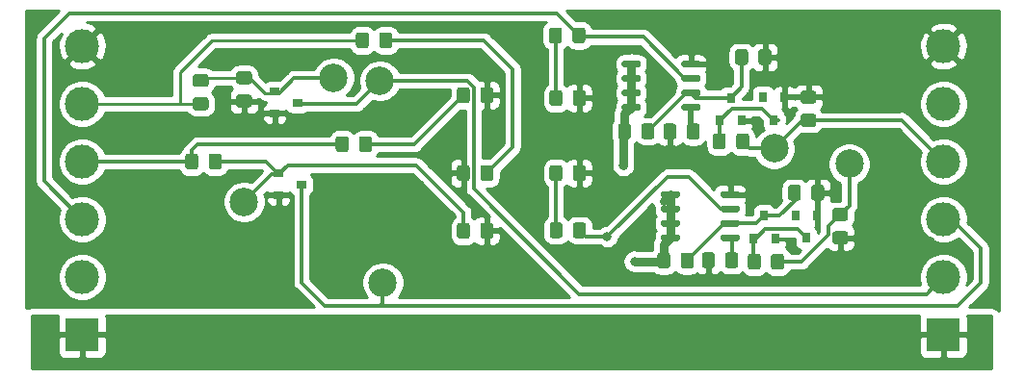
<source format=gbr>
%TF.GenerationSoftware,KiCad,Pcbnew,(5.1.6)-1*%
%TF.CreationDate,2020-11-12T09:23:23-07:00*%
%TF.ProjectId,WhiteJewel,57686974-654a-4657-9765-6c2e6b696361,rev?*%
%TF.SameCoordinates,Original*%
%TF.FileFunction,Copper,L1,Top*%
%TF.FilePolarity,Positive*%
%FSLAX46Y46*%
G04 Gerber Fmt 4.6, Leading zero omitted, Abs format (unit mm)*
G04 Created by KiCad (PCBNEW (5.1.6)-1) date 2020-11-12 09:23:23*
%MOMM*%
%LPD*%
G01*
G04 APERTURE LIST*
%TA.AperFunction,SMDPad,CuDef*%
%ADD10R,0.800000X0.900000*%
%TD*%
%TA.AperFunction,ComponentPad*%
%ADD11C,3.000000*%
%TD*%
%TA.AperFunction,ComponentPad*%
%ADD12R,3.000000X3.000000*%
%TD*%
%TA.AperFunction,SMDPad,CuDef*%
%ADD13R,0.900000X0.800000*%
%TD*%
%TA.AperFunction,SMDPad,CuDef*%
%ADD14C,2.500000*%
%TD*%
%TA.AperFunction,ViaPad*%
%ADD15C,0.800000*%
%TD*%
%TA.AperFunction,Conductor*%
%ADD16C,0.304800*%
%TD*%
%TA.AperFunction,Conductor*%
%ADD17C,0.762000*%
%TD*%
%TA.AperFunction,Conductor*%
%ADD18C,0.250000*%
%TD*%
%TA.AperFunction,Conductor*%
%ADD19C,0.508000*%
%TD*%
%TA.AperFunction,Conductor*%
%ADD20C,0.254000*%
%TD*%
G04 APERTURE END LIST*
%TO.P,R18,2*%
%TO.N,GND*%
%TA.AperFunction,SMDPad,CuDef*%
G36*
G01*
X171773000Y-87013201D02*
X171773000Y-86113199D01*
G75*
G02*
X172022999Y-85863200I249999J0D01*
G01*
X172673001Y-85863200D01*
G75*
G02*
X172923000Y-86113199I0J-249999D01*
G01*
X172923000Y-87013201D01*
G75*
G02*
X172673001Y-87263200I-249999J0D01*
G01*
X172022999Y-87263200D01*
G75*
G02*
X171773000Y-87013201I0J249999D01*
G01*
G37*
%TD.AperFunction*%
%TO.P,R18,1*%
%TO.N,Net-(Q4-Pad3)*%
%TA.AperFunction,SMDPad,CuDef*%
G36*
G01*
X169723000Y-87013201D02*
X169723000Y-86113199D01*
G75*
G02*
X169972999Y-85863200I249999J0D01*
G01*
X170623001Y-85863200D01*
G75*
G02*
X170873000Y-86113199I0J-249999D01*
G01*
X170873000Y-87013201D01*
G75*
G02*
X170623001Y-87263200I-249999J0D01*
G01*
X169972999Y-87263200D01*
G75*
G02*
X169723000Y-87013201I0J249999D01*
G01*
G37*
%TD.AperFunction*%
%TD*%
%TO.P,R17,2*%
%TO.N,GND*%
%TA.AperFunction,SMDPad,CuDef*%
G36*
G01*
X167124800Y-75075201D02*
X167124800Y-74175199D01*
G75*
G02*
X167374799Y-73925200I249999J0D01*
G01*
X168024801Y-73925200D01*
G75*
G02*
X168274800Y-74175199I0J-249999D01*
G01*
X168274800Y-75075201D01*
G75*
G02*
X168024801Y-75325200I-249999J0D01*
G01*
X167374799Y-75325200D01*
G75*
G02*
X167124800Y-75075201I0J249999D01*
G01*
G37*
%TD.AperFunction*%
%TO.P,R17,1*%
%TO.N,Net-(Q3-Pad3)*%
%TA.AperFunction,SMDPad,CuDef*%
G36*
G01*
X165074800Y-75075201D02*
X165074800Y-74175199D01*
G75*
G02*
X165324799Y-73925200I249999J0D01*
G01*
X165974801Y-73925200D01*
G75*
G02*
X166224800Y-74175199I0J-249999D01*
G01*
X166224800Y-75075201D01*
G75*
G02*
X165974801Y-75325200I-249999J0D01*
G01*
X165324799Y-75325200D01*
G75*
G02*
X165074800Y-75075201I0J249999D01*
G01*
G37*
%TD.AperFunction*%
%TD*%
D10*
%TO.P,D6,1*%
%TO.N,Net-(D6-Pad1)*%
X171348400Y-90535000D03*
%TO.P,D6,*%
%TO.N,*%
X170398400Y-88535000D03*
%TO.P,D6,2*%
%TO.N,GND*%
X172298400Y-88535000D03*
%TD*%
%TO.P,U2,8*%
%TO.N,+24V*%
%TA.AperFunction,SMDPad,CuDef*%
G36*
G01*
X160226600Y-90375600D02*
X160226600Y-90675600D01*
G75*
G02*
X160076600Y-90825600I-150000J0D01*
G01*
X158726600Y-90825600D01*
G75*
G02*
X158576600Y-90675600I0J150000D01*
G01*
X158576600Y-90375600D01*
G75*
G02*
X158726600Y-90225600I150000J0D01*
G01*
X160076600Y-90225600D01*
G75*
G02*
X160226600Y-90375600I0J-150000D01*
G01*
G37*
%TD.AperFunction*%
%TO.P,U2,7*%
%TA.AperFunction,SMDPad,CuDef*%
G36*
G01*
X160226600Y-89105600D02*
X160226600Y-89405600D01*
G75*
G02*
X160076600Y-89555600I-150000J0D01*
G01*
X158726600Y-89555600D01*
G75*
G02*
X158576600Y-89405600I0J150000D01*
G01*
X158576600Y-89105600D01*
G75*
G02*
X158726600Y-88955600I150000J0D01*
G01*
X160076600Y-88955600D01*
G75*
G02*
X160226600Y-89105600I0J-150000D01*
G01*
G37*
%TD.AperFunction*%
%TO.P,U2,6*%
%TA.AperFunction,SMDPad,CuDef*%
G36*
G01*
X160226600Y-87835600D02*
X160226600Y-88135600D01*
G75*
G02*
X160076600Y-88285600I-150000J0D01*
G01*
X158726600Y-88285600D01*
G75*
G02*
X158576600Y-88135600I0J150000D01*
G01*
X158576600Y-87835600D01*
G75*
G02*
X158726600Y-87685600I150000J0D01*
G01*
X160076600Y-87685600D01*
G75*
G02*
X160226600Y-87835600I0J-150000D01*
G01*
G37*
%TD.AperFunction*%
%TO.P,U2,5*%
%TA.AperFunction,SMDPad,CuDef*%
G36*
G01*
X160226600Y-86565600D02*
X160226600Y-86865600D01*
G75*
G02*
X160076600Y-87015600I-150000J0D01*
G01*
X158726600Y-87015600D01*
G75*
G02*
X158576600Y-86865600I0J150000D01*
G01*
X158576600Y-86565600D01*
G75*
G02*
X158726600Y-86415600I150000J0D01*
G01*
X160076600Y-86415600D01*
G75*
G02*
X160226600Y-86565600I0J-150000D01*
G01*
G37*
%TD.AperFunction*%
%TO.P,U2,4*%
%TO.N,GND*%
%TA.AperFunction,SMDPad,CuDef*%
G36*
G01*
X165476600Y-86565600D02*
X165476600Y-86865600D01*
G75*
G02*
X165326600Y-87015600I-150000J0D01*
G01*
X163976600Y-87015600D01*
G75*
G02*
X163826600Y-86865600I0J150000D01*
G01*
X163826600Y-86565600D01*
G75*
G02*
X163976600Y-86415600I150000J0D01*
G01*
X165326600Y-86415600D01*
G75*
G02*
X165476600Y-86565600I0J-150000D01*
G01*
G37*
%TD.AperFunction*%
%TO.P,U2,3*%
%TO.N,Net-(J2-Pad2)*%
%TA.AperFunction,SMDPad,CuDef*%
G36*
G01*
X165476600Y-87835600D02*
X165476600Y-88135600D01*
G75*
G02*
X165326600Y-88285600I-150000J0D01*
G01*
X163976600Y-88285600D01*
G75*
G02*
X163826600Y-88135600I0J150000D01*
G01*
X163826600Y-87835600D01*
G75*
G02*
X163976600Y-87685600I150000J0D01*
G01*
X165326600Y-87685600D01*
G75*
G02*
X165476600Y-87835600I0J-150000D01*
G01*
G37*
%TD.AperFunction*%
%TO.P,U2,2*%
%TO.N,Net-(Q4-Pad3)*%
%TA.AperFunction,SMDPad,CuDef*%
G36*
G01*
X165476600Y-89105600D02*
X165476600Y-89405600D01*
G75*
G02*
X165326600Y-89555600I-150000J0D01*
G01*
X163976600Y-89555600D01*
G75*
G02*
X163826600Y-89405600I0J150000D01*
G01*
X163826600Y-89105600D01*
G75*
G02*
X163976600Y-88955600I150000J0D01*
G01*
X165326600Y-88955600D01*
G75*
G02*
X165476600Y-89105600I0J-150000D01*
G01*
G37*
%TD.AperFunction*%
%TO.P,U2,1*%
%TO.N,Net-(R12-Pad1)*%
%TA.AperFunction,SMDPad,CuDef*%
G36*
G01*
X165476600Y-90375600D02*
X165476600Y-90675600D01*
G75*
G02*
X165326600Y-90825600I-150000J0D01*
G01*
X163976600Y-90825600D01*
G75*
G02*
X163826600Y-90675600I0J150000D01*
G01*
X163826600Y-90375600D01*
G75*
G02*
X163976600Y-90225600I150000J0D01*
G01*
X165326600Y-90225600D01*
G75*
G02*
X165476600Y-90375600I0J-150000D01*
G01*
G37*
%TD.AperFunction*%
%TD*%
%TO.P,R16,2*%
%TO.N,GND*%
%TA.AperFunction,SMDPad,CuDef*%
G36*
G01*
X173870199Y-89959600D02*
X174770201Y-89959600D01*
G75*
G02*
X175020200Y-90209599I0J-249999D01*
G01*
X175020200Y-90859601D01*
G75*
G02*
X174770201Y-91109600I-249999J0D01*
G01*
X173870199Y-91109600D01*
G75*
G02*
X173620200Y-90859601I0J249999D01*
G01*
X173620200Y-90209599D01*
G75*
G02*
X173870199Y-89959600I249999J0D01*
G01*
G37*
%TD.AperFunction*%
%TO.P,R16,1*%
%TO.N,Net-(J1-Pad5)*%
%TA.AperFunction,SMDPad,CuDef*%
G36*
G01*
X173870199Y-87909600D02*
X174770201Y-87909600D01*
G75*
G02*
X175020200Y-88159599I0J-249999D01*
G01*
X175020200Y-88809601D01*
G75*
G02*
X174770201Y-89059600I-249999J0D01*
G01*
X173870199Y-89059600D01*
G75*
G02*
X173620200Y-88809601I0J249999D01*
G01*
X173620200Y-88159599D01*
G75*
G02*
X173870199Y-87909600I249999J0D01*
G01*
G37*
%TD.AperFunction*%
%TD*%
%TO.P,R15,2*%
%TO.N,Net-(D6-Pad1)*%
%TA.AperFunction,SMDPad,CuDef*%
G36*
G01*
X167342400Y-92183799D02*
X167342400Y-93083801D01*
G75*
G02*
X167092401Y-93333800I-249999J0D01*
G01*
X166442399Y-93333800D01*
G75*
G02*
X166192400Y-93083801I0J249999D01*
G01*
X166192400Y-92183799D01*
G75*
G02*
X166442399Y-91933800I249999J0D01*
G01*
X167092401Y-91933800D01*
G75*
G02*
X167342400Y-92183799I0J-249999D01*
G01*
G37*
%TD.AperFunction*%
%TO.P,R15,1*%
%TO.N,Net-(J1-Pad5)*%
%TA.AperFunction,SMDPad,CuDef*%
G36*
G01*
X169392400Y-92183799D02*
X169392400Y-93083801D01*
G75*
G02*
X169142401Y-93333800I-249999J0D01*
G01*
X168492399Y-93333800D01*
G75*
G02*
X168242400Y-93083801I0J249999D01*
G01*
X168242400Y-92183799D01*
G75*
G02*
X168492399Y-91933800I249999J0D01*
G01*
X169142401Y-91933800D01*
G75*
G02*
X169392400Y-92183799I0J-249999D01*
G01*
G37*
%TD.AperFunction*%
%TD*%
%TO.P,R14,2*%
%TO.N,GND*%
%TA.AperFunction,SMDPad,CuDef*%
G36*
G01*
X171976201Y-78721800D02*
X171076199Y-78721800D01*
G75*
G02*
X170826200Y-78471801I0J249999D01*
G01*
X170826200Y-77821799D01*
G75*
G02*
X171076199Y-77571800I249999J0D01*
G01*
X171976201Y-77571800D01*
G75*
G02*
X172226200Y-77821799I0J-249999D01*
G01*
X172226200Y-78471801D01*
G75*
G02*
X171976201Y-78721800I-249999J0D01*
G01*
G37*
%TD.AperFunction*%
%TO.P,R14,1*%
%TO.N,Net-(J1-Pad4)*%
%TA.AperFunction,SMDPad,CuDef*%
G36*
G01*
X171976201Y-80771800D02*
X171076199Y-80771800D01*
G75*
G02*
X170826200Y-80521801I0J249999D01*
G01*
X170826200Y-79871799D01*
G75*
G02*
X171076199Y-79621800I249999J0D01*
G01*
X171976201Y-79621800D01*
G75*
G02*
X172226200Y-79871799I0J-249999D01*
G01*
X172226200Y-80521801D01*
G75*
G02*
X171976201Y-80771800I-249999J0D01*
G01*
G37*
%TD.AperFunction*%
%TD*%
%TO.P,R13,2*%
%TO.N,Net-(D5-Pad1)*%
%TA.AperFunction,SMDPad,CuDef*%
G36*
G01*
X164269000Y-81591999D02*
X164269000Y-82492001D01*
G75*
G02*
X164019001Y-82742000I-249999J0D01*
G01*
X163368999Y-82742000D01*
G75*
G02*
X163119000Y-82492001I0J249999D01*
G01*
X163119000Y-81591999D01*
G75*
G02*
X163368999Y-81342000I249999J0D01*
G01*
X164019001Y-81342000D01*
G75*
G02*
X164269000Y-81591999I0J-249999D01*
G01*
G37*
%TD.AperFunction*%
%TO.P,R13,1*%
%TO.N,Net-(J1-Pad4)*%
%TA.AperFunction,SMDPad,CuDef*%
G36*
G01*
X166319000Y-81591999D02*
X166319000Y-82492001D01*
G75*
G02*
X166069001Y-82742000I-249999J0D01*
G01*
X165418999Y-82742000D01*
G75*
G02*
X165169000Y-82492001I0J249999D01*
G01*
X165169000Y-81591999D01*
G75*
G02*
X165418999Y-81342000I249999J0D01*
G01*
X166069001Y-81342000D01*
G75*
G02*
X166319000Y-81591999I0J-249999D01*
G01*
G37*
%TD.AperFunction*%
%TD*%
%TO.P,R9,1*%
%TO.N,+24V*%
%TA.AperFunction,SMDPad,CuDef*%
G36*
G01*
X158242200Y-92982201D02*
X158242200Y-92082199D01*
G75*
G02*
X158492199Y-91832200I249999J0D01*
G01*
X159142201Y-91832200D01*
G75*
G02*
X159392200Y-92082199I0J-249999D01*
G01*
X159392200Y-92982201D01*
G75*
G02*
X159142201Y-93232200I-249999J0D01*
G01*
X158492199Y-93232200D01*
G75*
G02*
X158242200Y-92982201I0J249999D01*
G01*
G37*
%TD.AperFunction*%
%TO.P,R9,2*%
%TO.N,Net-(Q4-Pad3)*%
%TA.AperFunction,SMDPad,CuDef*%
G36*
G01*
X160292200Y-92982201D02*
X160292200Y-92082199D01*
G75*
G02*
X160542199Y-91832200I249999J0D01*
G01*
X161192201Y-91832200D01*
G75*
G02*
X161442200Y-92082199I0J-249999D01*
G01*
X161442200Y-92982201D01*
G75*
G02*
X161192201Y-93232200I-249999J0D01*
G01*
X160542199Y-93232200D01*
G75*
G02*
X160292200Y-92982201I0J249999D01*
G01*
G37*
%TD.AperFunction*%
%TD*%
%TO.P,R2,1*%
%TO.N,+24V*%
%TA.AperFunction,SMDPad,CuDef*%
G36*
G01*
X154787800Y-81603001D02*
X154787800Y-80702999D01*
G75*
G02*
X155037799Y-80453000I249999J0D01*
G01*
X155687801Y-80453000D01*
G75*
G02*
X155937800Y-80702999I0J-249999D01*
G01*
X155937800Y-81603001D01*
G75*
G02*
X155687801Y-81853000I-249999J0D01*
G01*
X155037799Y-81853000D01*
G75*
G02*
X154787800Y-81603001I0J249999D01*
G01*
G37*
%TD.AperFunction*%
%TO.P,R2,2*%
%TO.N,Net-(Q3-Pad3)*%
%TA.AperFunction,SMDPad,CuDef*%
G36*
G01*
X156837800Y-81603001D02*
X156837800Y-80702999D01*
G75*
G02*
X157087799Y-80453000I249999J0D01*
G01*
X157737801Y-80453000D01*
G75*
G02*
X157987800Y-80702999I0J-249999D01*
G01*
X157987800Y-81603001D01*
G75*
G02*
X157737801Y-81853000I-249999J0D01*
G01*
X157087799Y-81853000D01*
G75*
G02*
X156837800Y-81603001I0J249999D01*
G01*
G37*
%TD.AperFunction*%
%TD*%
%TO.P,Q4,1*%
%TO.N,Net-(D6-Pad1)*%
X166690000Y-90585800D03*
%TO.P,Q4,2*%
%TO.N,GND*%
X168590000Y-90585800D03*
%TO.P,Q4,3*%
%TO.N,Net-(Q4-Pad3)*%
X167640000Y-88585800D03*
%TD*%
%TO.P,Q3,1*%
%TO.N,Net-(D5-Pad1)*%
X163743600Y-80206600D03*
%TO.P,Q3,2*%
%TO.N,GND*%
X165643600Y-80206600D03*
%TO.P,Q3,3*%
%TO.N,Net-(Q3-Pad3)*%
X164693600Y-78206600D03*
%TD*%
%TO.P,D5,2*%
%TO.N,GND*%
X169428200Y-78146400D03*
%TO.P,D5,*%
%TO.N,*%
X167528200Y-78146400D03*
%TO.P,D5,1*%
%TO.N,Net-(D5-Pad1)*%
X168478200Y-80146400D03*
%TD*%
%TO.P,R12,2*%
%TO.N,GND*%
%TA.AperFunction,SMDPad,CuDef*%
G36*
G01*
X163303800Y-92056799D02*
X163303800Y-92956801D01*
G75*
G02*
X163053801Y-93206800I-249999J0D01*
G01*
X162403799Y-93206800D01*
G75*
G02*
X162153800Y-92956801I0J249999D01*
G01*
X162153800Y-92056799D01*
G75*
G02*
X162403799Y-91806800I249999J0D01*
G01*
X163053801Y-91806800D01*
G75*
G02*
X163303800Y-92056799I0J-249999D01*
G01*
G37*
%TD.AperFunction*%
%TO.P,R12,1*%
%TO.N,Net-(R12-Pad1)*%
%TA.AperFunction,SMDPad,CuDef*%
G36*
G01*
X165353800Y-92056799D02*
X165353800Y-92956801D01*
G75*
G02*
X165103801Y-93206800I-249999J0D01*
G01*
X164453799Y-93206800D01*
G75*
G02*
X164203800Y-92956801I0J249999D01*
G01*
X164203800Y-92056799D01*
G75*
G02*
X164453799Y-91806800I249999J0D01*
G01*
X165103801Y-91806800D01*
G75*
G02*
X165353800Y-92056799I0J-249999D01*
G01*
G37*
%TD.AperFunction*%
%TD*%
%TO.P,R11,2*%
%TO.N,GND*%
%TA.AperFunction,SMDPad,CuDef*%
G36*
G01*
X159925600Y-80728399D02*
X159925600Y-81628401D01*
G75*
G02*
X159675601Y-81878400I-249999J0D01*
G01*
X159025599Y-81878400D01*
G75*
G02*
X158775600Y-81628401I0J249999D01*
G01*
X158775600Y-80728399D01*
G75*
G02*
X159025599Y-80478400I249999J0D01*
G01*
X159675601Y-80478400D01*
G75*
G02*
X159925600Y-80728399I0J-249999D01*
G01*
G37*
%TD.AperFunction*%
%TO.P,R11,1*%
%TO.N,Net-(R11-Pad1)*%
%TA.AperFunction,SMDPad,CuDef*%
G36*
G01*
X161975600Y-80728399D02*
X161975600Y-81628401D01*
G75*
G02*
X161725601Y-81878400I-249999J0D01*
G01*
X161075599Y-81878400D01*
G75*
G02*
X160825600Y-81628401I0J249999D01*
G01*
X160825600Y-80728399D01*
G75*
G02*
X161075599Y-80478400I249999J0D01*
G01*
X161725601Y-80478400D01*
G75*
G02*
X161975600Y-80728399I0J-249999D01*
G01*
G37*
%TD.AperFunction*%
%TD*%
D11*
%TO.P,J1,2*%
%TO.N,Net-(J1-Pad2)*%
X183388000Y-93980000D03*
%TO.P,J1,3*%
%TO.N,Net-(J1-Pad3)*%
X183388000Y-88900000D03*
D12*
%TO.P,J1,1*%
%TO.N,+24V*%
X183388000Y-99060000D03*
D11*
%TO.P,J1,4*%
%TO.N,Net-(J1-Pad4)*%
X183388000Y-83820000D03*
%TO.P,J1,5*%
%TO.N,Net-(J1-Pad5)*%
X183388000Y-78740000D03*
%TO.P,J1,6*%
%TO.N,GND*%
X183388000Y-73660000D03*
%TD*%
%TO.P,U1,8*%
%TO.N,+24V*%
%TA.AperFunction,SMDPad,CuDef*%
G36*
G01*
X156772200Y-78894800D02*
X156772200Y-79194800D01*
G75*
G02*
X156622200Y-79344800I-150000J0D01*
G01*
X155272200Y-79344800D01*
G75*
G02*
X155122200Y-79194800I0J150000D01*
G01*
X155122200Y-78894800D01*
G75*
G02*
X155272200Y-78744800I150000J0D01*
G01*
X156622200Y-78744800D01*
G75*
G02*
X156772200Y-78894800I0J-150000D01*
G01*
G37*
%TD.AperFunction*%
%TO.P,U1,7*%
%TA.AperFunction,SMDPad,CuDef*%
G36*
G01*
X156772200Y-77624800D02*
X156772200Y-77924800D01*
G75*
G02*
X156622200Y-78074800I-150000J0D01*
G01*
X155272200Y-78074800D01*
G75*
G02*
X155122200Y-77924800I0J150000D01*
G01*
X155122200Y-77624800D01*
G75*
G02*
X155272200Y-77474800I150000J0D01*
G01*
X156622200Y-77474800D01*
G75*
G02*
X156772200Y-77624800I0J-150000D01*
G01*
G37*
%TD.AperFunction*%
%TO.P,U1,6*%
%TA.AperFunction,SMDPad,CuDef*%
G36*
G01*
X156772200Y-76354800D02*
X156772200Y-76654800D01*
G75*
G02*
X156622200Y-76804800I-150000J0D01*
G01*
X155272200Y-76804800D01*
G75*
G02*
X155122200Y-76654800I0J150000D01*
G01*
X155122200Y-76354800D01*
G75*
G02*
X155272200Y-76204800I150000J0D01*
G01*
X156622200Y-76204800D01*
G75*
G02*
X156772200Y-76354800I0J-150000D01*
G01*
G37*
%TD.AperFunction*%
%TO.P,U1,5*%
%TA.AperFunction,SMDPad,CuDef*%
G36*
G01*
X156772200Y-75084800D02*
X156772200Y-75384800D01*
G75*
G02*
X156622200Y-75534800I-150000J0D01*
G01*
X155272200Y-75534800D01*
G75*
G02*
X155122200Y-75384800I0J150000D01*
G01*
X155122200Y-75084800D01*
G75*
G02*
X155272200Y-74934800I150000J0D01*
G01*
X156622200Y-74934800D01*
G75*
G02*
X156772200Y-75084800I0J-150000D01*
G01*
G37*
%TD.AperFunction*%
%TO.P,U1,4*%
%TO.N,GND*%
%TA.AperFunction,SMDPad,CuDef*%
G36*
G01*
X162022200Y-75084800D02*
X162022200Y-75384800D01*
G75*
G02*
X161872200Y-75534800I-150000J0D01*
G01*
X160522200Y-75534800D01*
G75*
G02*
X160372200Y-75384800I0J150000D01*
G01*
X160372200Y-75084800D01*
G75*
G02*
X160522200Y-74934800I150000J0D01*
G01*
X161872200Y-74934800D01*
G75*
G02*
X162022200Y-75084800I0J-150000D01*
G01*
G37*
%TD.AperFunction*%
%TO.P,U1,3*%
%TO.N,Net-(J2-Pad3)*%
%TA.AperFunction,SMDPad,CuDef*%
G36*
G01*
X162022200Y-76354800D02*
X162022200Y-76654800D01*
G75*
G02*
X161872200Y-76804800I-150000J0D01*
G01*
X160522200Y-76804800D01*
G75*
G02*
X160372200Y-76654800I0J150000D01*
G01*
X160372200Y-76354800D01*
G75*
G02*
X160522200Y-76204800I150000J0D01*
G01*
X161872200Y-76204800D01*
G75*
G02*
X162022200Y-76354800I0J-150000D01*
G01*
G37*
%TD.AperFunction*%
%TO.P,U1,2*%
%TO.N,Net-(Q3-Pad3)*%
%TA.AperFunction,SMDPad,CuDef*%
G36*
G01*
X162022200Y-77624800D02*
X162022200Y-77924800D01*
G75*
G02*
X161872200Y-78074800I-150000J0D01*
G01*
X160522200Y-78074800D01*
G75*
G02*
X160372200Y-77924800I0J150000D01*
G01*
X160372200Y-77624800D01*
G75*
G02*
X160522200Y-77474800I150000J0D01*
G01*
X161872200Y-77474800D01*
G75*
G02*
X162022200Y-77624800I0J-150000D01*
G01*
G37*
%TD.AperFunction*%
%TO.P,U1,1*%
%TO.N,Net-(R11-Pad1)*%
%TA.AperFunction,SMDPad,CuDef*%
G36*
G01*
X162022200Y-78894800D02*
X162022200Y-79194800D01*
G75*
G02*
X161872200Y-79344800I-150000J0D01*
G01*
X160522200Y-79344800D01*
G75*
G02*
X160372200Y-79194800I0J150000D01*
G01*
X160372200Y-78894800D01*
G75*
G02*
X160522200Y-78744800I150000J0D01*
G01*
X161872200Y-78744800D01*
G75*
G02*
X162022200Y-78894800I0J-150000D01*
G01*
G37*
%TD.AperFunction*%
%TD*%
D13*
%TO.P,Q2,3*%
%TO.N,Net-(J1-Pad3)*%
X126958600Y-85826600D03*
%TO.P,Q2,2*%
%TO.N,GND*%
X124958600Y-86776600D03*
%TO.P,Q2,1*%
%TO.N,Net-(Q2-Pad1)*%
X124958600Y-84876600D03*
%TD*%
%TO.P,Q1,3*%
%TO.N,Net-(J1-Pad2)*%
X126619000Y-78638400D03*
%TO.P,Q1,2*%
%TO.N,GND*%
X124619000Y-79588400D03*
%TO.P,Q1,1*%
%TO.N,Net-(Q1-Pad1)*%
X124619000Y-77688400D03*
%TD*%
%TO.P,R6,2*%
%TO.N,Net-(D3-Pad2)*%
%TA.AperFunction,SMDPad,CuDef*%
G36*
G01*
X149867200Y-72270199D02*
X149867200Y-73170201D01*
G75*
G02*
X149617201Y-73420200I-249999J0D01*
G01*
X148967199Y-73420200D01*
G75*
G02*
X148717200Y-73170201I0J249999D01*
G01*
X148717200Y-72270199D01*
G75*
G02*
X148967199Y-72020200I249999J0D01*
G01*
X149617201Y-72020200D01*
G75*
G02*
X149867200Y-72270199I0J-249999D01*
G01*
G37*
%TD.AperFunction*%
%TO.P,R6,1*%
%TO.N,Net-(J2-Pad3)*%
%TA.AperFunction,SMDPad,CuDef*%
G36*
G01*
X151917200Y-72270199D02*
X151917200Y-73170201D01*
G75*
G02*
X151667201Y-73420200I-249999J0D01*
G01*
X151017199Y-73420200D01*
G75*
G02*
X150767200Y-73170201I0J249999D01*
G01*
X150767200Y-72270199D01*
G75*
G02*
X151017199Y-72020200I249999J0D01*
G01*
X151667201Y-72020200D01*
G75*
G02*
X151917200Y-72270199I0J-249999D01*
G01*
G37*
%TD.AperFunction*%
%TD*%
D11*
%TO.P,J2,6*%
%TO.N,GND*%
X107696000Y-73660000D03*
%TO.P,J2,5*%
%TO.N,Net-(J2-Pad5)*%
X107696000Y-78740000D03*
%TO.P,J2,4*%
%TO.N,Net-(J2-Pad4)*%
X107696000Y-83820000D03*
D12*
%TO.P,J2,1*%
%TO.N,+24V*%
X107696000Y-99060000D03*
D11*
%TO.P,J2,3*%
%TO.N,Net-(J2-Pad3)*%
X107696000Y-88900000D03*
%TO.P,J2,2*%
%TO.N,Net-(J2-Pad2)*%
X107696000Y-93980000D03*
%TD*%
D14*
%TO.P,TP8,1*%
%TO.N,Net-(J1-Pad5)*%
X175107600Y-84023200D03*
%TD*%
%TO.P,TP5,1*%
%TO.N,Net-(J1-Pad4)*%
X168503600Y-82677000D03*
%TD*%
%TO.P,TP4,1*%
%TO.N,Net-(J1-Pad3)*%
X134112000Y-94488000D03*
%TD*%
%TO.P,TP3,1*%
%TO.N,Net-(Q2-Pad1)*%
X121920000Y-87376000D03*
%TD*%
%TO.P,TP2,1*%
%TO.N,Net-(J1-Pad2)*%
X133858000Y-76708000D03*
%TD*%
%TO.P,TP1,1*%
%TO.N,Net-(Q1-Pad1)*%
X129794000Y-76454000D03*
%TD*%
%TO.P,R4,2*%
%TO.N,Net-(D1-Pad2)*%
%TA.AperFunction,SMDPad,CuDef*%
G36*
G01*
X133800000Y-73602001D02*
X133800000Y-72701999D01*
G75*
G02*
X134049999Y-72452000I249999J0D01*
G01*
X134700001Y-72452000D01*
G75*
G02*
X134950000Y-72701999I0J-249999D01*
G01*
X134950000Y-73602001D01*
G75*
G02*
X134700001Y-73852000I-249999J0D01*
G01*
X134049999Y-73852000D01*
G75*
G02*
X133800000Y-73602001I0J249999D01*
G01*
G37*
%TD.AperFunction*%
%TO.P,R4,1*%
%TO.N,Net-(J2-Pad5)*%
%TA.AperFunction,SMDPad,CuDef*%
G36*
G01*
X131750000Y-73602001D02*
X131750000Y-72701999D01*
G75*
G02*
X131999999Y-72452000I249999J0D01*
G01*
X132650001Y-72452000D01*
G75*
G02*
X132900000Y-72701999I0J-249999D01*
G01*
X132900000Y-73602001D01*
G75*
G02*
X132650001Y-73852000I-249999J0D01*
G01*
X131999999Y-73852000D01*
G75*
G02*
X131750000Y-73602001I0J249999D01*
G01*
G37*
%TD.AperFunction*%
%TD*%
%TO.P,R7,2*%
%TO.N,Net-(D2-Pad2)*%
%TA.AperFunction,SMDPad,CuDef*%
G36*
G01*
X132022000Y-82746001D02*
X132022000Y-81845999D01*
G75*
G02*
X132271999Y-81596000I249999J0D01*
G01*
X132922001Y-81596000D01*
G75*
G02*
X133172000Y-81845999I0J-249999D01*
G01*
X133172000Y-82746001D01*
G75*
G02*
X132922001Y-82996000I-249999J0D01*
G01*
X132271999Y-82996000D01*
G75*
G02*
X132022000Y-82746001I0J249999D01*
G01*
G37*
%TD.AperFunction*%
%TO.P,R7,1*%
%TO.N,Net-(J2-Pad4)*%
%TA.AperFunction,SMDPad,CuDef*%
G36*
G01*
X129972000Y-82746001D02*
X129972000Y-81845999D01*
G75*
G02*
X130221999Y-81596000I249999J0D01*
G01*
X130872001Y-81596000D01*
G75*
G02*
X131122000Y-81845999I0J-249999D01*
G01*
X131122000Y-82746001D01*
G75*
G02*
X130872001Y-82996000I-249999J0D01*
G01*
X130221999Y-82996000D01*
G75*
G02*
X129972000Y-82746001I0J249999D01*
G01*
G37*
%TD.AperFunction*%
%TD*%
%TO.P,R3,2*%
%TO.N,GND*%
%TA.AperFunction,SMDPad,CuDef*%
G36*
G01*
X121469999Y-77920000D02*
X122370001Y-77920000D01*
G75*
G02*
X122620000Y-78169999I0J-249999D01*
G01*
X122620000Y-78820001D01*
G75*
G02*
X122370001Y-79070000I-249999J0D01*
G01*
X121469999Y-79070000D01*
G75*
G02*
X121220000Y-78820001I0J249999D01*
G01*
X121220000Y-78169999D01*
G75*
G02*
X121469999Y-77920000I249999J0D01*
G01*
G37*
%TD.AperFunction*%
%TO.P,R3,1*%
%TO.N,Net-(Q1-Pad1)*%
%TA.AperFunction,SMDPad,CuDef*%
G36*
G01*
X121469999Y-75870000D02*
X122370001Y-75870000D01*
G75*
G02*
X122620000Y-76119999I0J-249999D01*
G01*
X122620000Y-76770001D01*
G75*
G02*
X122370001Y-77020000I-249999J0D01*
G01*
X121469999Y-77020000D01*
G75*
G02*
X121220000Y-76770001I0J249999D01*
G01*
X121220000Y-76119999D01*
G75*
G02*
X121469999Y-75870000I249999J0D01*
G01*
G37*
%TD.AperFunction*%
%TD*%
%TO.P,D1,1*%
%TO.N,GND*%
%TA.AperFunction,SMDPad,CuDef*%
G36*
G01*
X140631000Y-85286001D02*
X140631000Y-84385999D01*
G75*
G02*
X140880999Y-84136000I249999J0D01*
G01*
X141531001Y-84136000D01*
G75*
G02*
X141781000Y-84385999I0J-249999D01*
G01*
X141781000Y-85286001D01*
G75*
G02*
X141531001Y-85536000I-249999J0D01*
G01*
X140880999Y-85536000D01*
G75*
G02*
X140631000Y-85286001I0J249999D01*
G01*
G37*
%TD.AperFunction*%
%TO.P,D1,2*%
%TO.N,Net-(D1-Pad2)*%
%TA.AperFunction,SMDPad,CuDef*%
G36*
G01*
X142681000Y-85286001D02*
X142681000Y-84385999D01*
G75*
G02*
X142930999Y-84136000I249999J0D01*
G01*
X143581001Y-84136000D01*
G75*
G02*
X143831000Y-84385999I0J-249999D01*
G01*
X143831000Y-85286001D01*
G75*
G02*
X143581001Y-85536000I-249999J0D01*
G01*
X142930999Y-85536000D01*
G75*
G02*
X142681000Y-85286001I0J249999D01*
G01*
G37*
%TD.AperFunction*%
%TD*%
%TO.P,D2,2*%
%TO.N,Net-(D2-Pad2)*%
%TA.AperFunction,SMDPad,CuDef*%
G36*
G01*
X141781000Y-77527999D02*
X141781000Y-78428001D01*
G75*
G02*
X141531001Y-78678000I-249999J0D01*
G01*
X140880999Y-78678000D01*
G75*
G02*
X140631000Y-78428001I0J249999D01*
G01*
X140631000Y-77527999D01*
G75*
G02*
X140880999Y-77278000I249999J0D01*
G01*
X141531001Y-77278000D01*
G75*
G02*
X141781000Y-77527999I0J-249999D01*
G01*
G37*
%TD.AperFunction*%
%TO.P,D2,1*%
%TO.N,GND*%
%TA.AperFunction,SMDPad,CuDef*%
G36*
G01*
X143831000Y-77527999D02*
X143831000Y-78428001D01*
G75*
G02*
X143581001Y-78678000I-249999J0D01*
G01*
X142930999Y-78678000D01*
G75*
G02*
X142681000Y-78428001I0J249999D01*
G01*
X142681000Y-77527999D01*
G75*
G02*
X142930999Y-77278000I249999J0D01*
G01*
X143581001Y-77278000D01*
G75*
G02*
X143831000Y-77527999I0J-249999D01*
G01*
G37*
%TD.AperFunction*%
%TD*%
%TO.P,D3,1*%
%TO.N,GND*%
%TA.AperFunction,SMDPad,CuDef*%
G36*
G01*
X151959000Y-77781999D02*
X151959000Y-78682001D01*
G75*
G02*
X151709001Y-78932000I-249999J0D01*
G01*
X151058999Y-78932000D01*
G75*
G02*
X150809000Y-78682001I0J249999D01*
G01*
X150809000Y-77781999D01*
G75*
G02*
X151058999Y-77532000I249999J0D01*
G01*
X151709001Y-77532000D01*
G75*
G02*
X151959000Y-77781999I0J-249999D01*
G01*
G37*
%TD.AperFunction*%
%TO.P,D3,2*%
%TO.N,Net-(D3-Pad2)*%
%TA.AperFunction,SMDPad,CuDef*%
G36*
G01*
X149909000Y-77781999D02*
X149909000Y-78682001D01*
G75*
G02*
X149659001Y-78932000I-249999J0D01*
G01*
X149008999Y-78932000D01*
G75*
G02*
X148759000Y-78682001I0J249999D01*
G01*
X148759000Y-77781999D01*
G75*
G02*
X149008999Y-77532000I249999J0D01*
G01*
X149659001Y-77532000D01*
G75*
G02*
X149909000Y-77781999I0J-249999D01*
G01*
G37*
%TD.AperFunction*%
%TD*%
%TO.P,D4,2*%
%TO.N,Net-(D4-Pad2)*%
%TA.AperFunction,SMDPad,CuDef*%
G36*
G01*
X149909000Y-84385999D02*
X149909000Y-85286001D01*
G75*
G02*
X149659001Y-85536000I-249999J0D01*
G01*
X149008999Y-85536000D01*
G75*
G02*
X148759000Y-85286001I0J249999D01*
G01*
X148759000Y-84385999D01*
G75*
G02*
X149008999Y-84136000I249999J0D01*
G01*
X149659001Y-84136000D01*
G75*
G02*
X149909000Y-84385999I0J-249999D01*
G01*
G37*
%TD.AperFunction*%
%TO.P,D4,1*%
%TO.N,GND*%
%TA.AperFunction,SMDPad,CuDef*%
G36*
G01*
X151959000Y-84385999D02*
X151959000Y-85286001D01*
G75*
G02*
X151709001Y-85536000I-249999J0D01*
G01*
X151058999Y-85536000D01*
G75*
G02*
X150809000Y-85286001I0J249999D01*
G01*
X150809000Y-84385999D01*
G75*
G02*
X151058999Y-84136000I249999J0D01*
G01*
X151709001Y-84136000D01*
G75*
G02*
X151959000Y-84385999I0J-249999D01*
G01*
G37*
%TD.AperFunction*%
%TD*%
%TO.P,R1,1*%
%TO.N,Net-(Q1-Pad1)*%
%TA.AperFunction,SMDPad,CuDef*%
G36*
G01*
X117659999Y-76115000D02*
X118560001Y-76115000D01*
G75*
G02*
X118810000Y-76364999I0J-249999D01*
G01*
X118810000Y-77015001D01*
G75*
G02*
X118560001Y-77265000I-249999J0D01*
G01*
X117659999Y-77265000D01*
G75*
G02*
X117410000Y-77015001I0J249999D01*
G01*
X117410000Y-76364999D01*
G75*
G02*
X117659999Y-76115000I249999J0D01*
G01*
G37*
%TD.AperFunction*%
%TO.P,R1,2*%
%TO.N,Net-(J2-Pad5)*%
%TA.AperFunction,SMDPad,CuDef*%
G36*
G01*
X117659999Y-78165000D02*
X118560001Y-78165000D01*
G75*
G02*
X118810000Y-78414999I0J-249999D01*
G01*
X118810000Y-79065001D01*
G75*
G02*
X118560001Y-79315000I-249999J0D01*
G01*
X117659999Y-79315000D01*
G75*
G02*
X117410000Y-79065001I0J249999D01*
G01*
X117410000Y-78414999D01*
G75*
G02*
X117659999Y-78165000I249999J0D01*
G01*
G37*
%TD.AperFunction*%
%TD*%
%TO.P,R5,2*%
%TO.N,Net-(J2-Pad4)*%
%TA.AperFunction,SMDPad,CuDef*%
G36*
G01*
X117905000Y-83369999D02*
X117905000Y-84270001D01*
G75*
G02*
X117655001Y-84520000I-249999J0D01*
G01*
X117004999Y-84520000D01*
G75*
G02*
X116755000Y-84270001I0J249999D01*
G01*
X116755000Y-83369999D01*
G75*
G02*
X117004999Y-83120000I249999J0D01*
G01*
X117655001Y-83120000D01*
G75*
G02*
X117905000Y-83369999I0J-249999D01*
G01*
G37*
%TD.AperFunction*%
%TO.P,R5,1*%
%TO.N,Net-(Q2-Pad1)*%
%TA.AperFunction,SMDPad,CuDef*%
G36*
G01*
X119955000Y-83369999D02*
X119955000Y-84270001D01*
G75*
G02*
X119705001Y-84520000I-249999J0D01*
G01*
X119054999Y-84520000D01*
G75*
G02*
X118805000Y-84270001I0J249999D01*
G01*
X118805000Y-83369999D01*
G75*
G02*
X119054999Y-83120000I249999J0D01*
G01*
X119705001Y-83120000D01*
G75*
G02*
X119955000Y-83369999I0J-249999D01*
G01*
G37*
%TD.AperFunction*%
%TD*%
%TO.P,R8,1*%
%TO.N,Net-(Q2-Pad1)*%
%TA.AperFunction,SMDPad,CuDef*%
G36*
G01*
X140631000Y-90366001D02*
X140631000Y-89465999D01*
G75*
G02*
X140880999Y-89216000I249999J0D01*
G01*
X141531001Y-89216000D01*
G75*
G02*
X141781000Y-89465999I0J-249999D01*
G01*
X141781000Y-90366001D01*
G75*
G02*
X141531001Y-90616000I-249999J0D01*
G01*
X140880999Y-90616000D01*
G75*
G02*
X140631000Y-90366001I0J249999D01*
G01*
G37*
%TD.AperFunction*%
%TO.P,R8,2*%
%TO.N,GND*%
%TA.AperFunction,SMDPad,CuDef*%
G36*
G01*
X142681000Y-90366001D02*
X142681000Y-89465999D01*
G75*
G02*
X142930999Y-89216000I249999J0D01*
G01*
X143581001Y-89216000D01*
G75*
G02*
X143831000Y-89465999I0J-249999D01*
G01*
X143831000Y-90366001D01*
G75*
G02*
X143581001Y-90616000I-249999J0D01*
G01*
X142930999Y-90616000D01*
G75*
G02*
X142681000Y-90366001I0J249999D01*
G01*
G37*
%TD.AperFunction*%
%TD*%
%TO.P,R10,2*%
%TO.N,Net-(D4-Pad2)*%
%TA.AperFunction,SMDPad,CuDef*%
G36*
G01*
X149927000Y-89415199D02*
X149927000Y-90315201D01*
G75*
G02*
X149677001Y-90565200I-249999J0D01*
G01*
X149026999Y-90565200D01*
G75*
G02*
X148777000Y-90315201I0J249999D01*
G01*
X148777000Y-89415199D01*
G75*
G02*
X149026999Y-89165200I249999J0D01*
G01*
X149677001Y-89165200D01*
G75*
G02*
X149927000Y-89415199I0J-249999D01*
G01*
G37*
%TD.AperFunction*%
%TO.P,R10,1*%
%TO.N,Net-(J2-Pad2)*%
%TA.AperFunction,SMDPad,CuDef*%
G36*
G01*
X151977000Y-89415199D02*
X151977000Y-90315201D01*
G75*
G02*
X151727001Y-90565200I-249999J0D01*
G01*
X151076999Y-90565200D01*
G75*
G02*
X150827000Y-90315201I0J249999D01*
G01*
X150827000Y-89415199D01*
G75*
G02*
X151076999Y-89165200I249999J0D01*
G01*
X151727001Y-89165200D01*
G75*
G02*
X151977000Y-89415199I0J-249999D01*
G01*
G37*
%TD.AperFunction*%
%TD*%
D15*
%TO.N,+24V*%
X156235400Y-92608400D03*
X155270200Y-84150200D03*
%TO.N,Net-(J1-Pad5)*%
X175107600Y-84023200D03*
%TO.N,GND*%
X180136800Y-90906600D03*
X182219600Y-90881200D03*
X181711600Y-91770200D03*
X180695600Y-91795600D03*
X181178200Y-92633800D03*
X181178200Y-90881200D03*
X130276600Y-85852000D03*
X131292600Y-86360000D03*
X131292600Y-87376000D03*
X130276600Y-87376000D03*
X132308600Y-87376000D03*
X133324600Y-87376000D03*
X134340600Y-87376000D03*
X135356600Y-87376000D03*
X136372600Y-87376000D03*
X137388600Y-87376000D03*
X136372600Y-86360000D03*
X137388600Y-85852000D03*
X130276600Y-88392000D03*
X130276600Y-89408000D03*
X130276600Y-90424000D03*
X130276600Y-91440000D03*
X137388600Y-88392000D03*
X137388600Y-89408000D03*
X137388600Y-90424000D03*
X137388600Y-91440000D03*
X131292600Y-90424000D03*
X131292600Y-92202000D03*
X136372600Y-90424000D03*
X136372600Y-92202000D03*
X132308600Y-90424000D03*
X133324600Y-90424000D03*
X134340600Y-90424000D03*
X135356600Y-90424000D03*
X129260600Y-89408000D03*
X128244600Y-89408000D03*
X129260600Y-88392000D03*
X138404600Y-88392000D03*
X138404600Y-89408000D03*
X139496800Y-89408000D03*
X131292600Y-89408000D03*
X132308600Y-89408000D03*
X133324600Y-89408000D03*
X134340600Y-89408000D03*
X135356600Y-89408000D03*
X136372600Y-89408000D03*
X132308600Y-88392000D03*
X133324600Y-88392000D03*
X134340600Y-88392000D03*
X135356600Y-88392000D03*
X138023600Y-74218800D03*
X138023600Y-75488800D03*
X139293600Y-75488800D03*
X139293600Y-74218800D03*
X167055800Y-80543400D03*
X170078400Y-91262200D03*
%TO.N,Net-(J2-Pad2)*%
X153847800Y-90424000D03*
%TD*%
D16*
%TO.N,Net-(D1-Pad2)*%
X134375000Y-73152000D02*
X143002000Y-73152000D01*
X143002000Y-73152000D02*
X145542000Y-75692000D01*
X145542000Y-82550000D02*
X143256000Y-84836000D01*
X145542000Y-75692000D02*
X145542000Y-82550000D01*
%TO.N,Net-(D2-Pad2)*%
X136888000Y-82296000D02*
X141206000Y-77978000D01*
X132597000Y-82296000D02*
X136888000Y-82296000D01*
%TO.N,Net-(D3-Pad2)*%
X149334000Y-72762000D02*
X149292200Y-72720200D01*
X149334000Y-78232000D02*
X149334000Y-72762000D01*
%TO.N,Net-(D4-Pad2)*%
X149334000Y-89847200D02*
X149352000Y-89865200D01*
X149334000Y-84836000D02*
X149334000Y-89847200D01*
%TO.N,Net-(J1-Pad2)*%
X181888001Y-95479999D02*
X151385399Y-95479999D01*
X183388000Y-93980000D02*
X181888001Y-95479999D01*
X142133410Y-77278470D02*
X141562940Y-76708000D01*
X142133410Y-86228010D02*
X142133410Y-77278470D01*
X141562940Y-76708000D02*
X133858000Y-76708000D01*
X151385399Y-95479999D02*
X142133410Y-86228010D01*
X131826000Y-78740000D02*
X133858000Y-76708000D01*
X127000000Y-78740000D02*
X131826000Y-78740000D01*
%TO.N,Net-(J1-Pad3)*%
X186690000Y-91440000D02*
X184150000Y-88900000D01*
X126968000Y-85918000D02*
X126968000Y-94456000D01*
X126968000Y-94456000D02*
X129032000Y-96520000D01*
X184658000Y-96520000D02*
X186690000Y-94488000D01*
X186690000Y-94488000D02*
X186690000Y-91440000D01*
X134112000Y-96266000D02*
X133858000Y-96520000D01*
X134112000Y-94488000D02*
X134112000Y-96266000D01*
X129032000Y-96520000D02*
X133858000Y-96520000D01*
X133858000Y-96520000D02*
X184658000Y-96520000D01*
D17*
%TO.N,+24V*%
X155362800Y-79629200D02*
X155947200Y-79044800D01*
X155362800Y-81153000D02*
X155362800Y-79629200D01*
X155947200Y-75234800D02*
X155947200Y-79044800D01*
X155270200Y-81245600D02*
X155362800Y-81153000D01*
X155270200Y-84150200D02*
X155270200Y-81245600D01*
X158741000Y-92608400D02*
X158817200Y-92532200D01*
X156235400Y-92608400D02*
X158741000Y-92608400D01*
X158817200Y-87300000D02*
X159401600Y-86715600D01*
X159401600Y-86715600D02*
X159401600Y-90525600D01*
X158817200Y-91110000D02*
X159401600Y-90525600D01*
X158817200Y-92532200D02*
X158817200Y-91110000D01*
D16*
%TO.N,Net-(J1-Pad4)*%
X183083200Y-83515200D02*
X183388000Y-83820000D01*
X168478200Y-82651600D02*
X168503600Y-82677000D01*
X179714400Y-80146400D02*
X183388000Y-83820000D01*
X165744000Y-82042000D02*
X165744000Y-81855200D01*
X170983800Y-80196800D02*
X171526200Y-80196800D01*
X168503600Y-82677000D02*
X170983800Y-80196800D01*
X166379000Y-82677000D02*
X165744000Y-82042000D01*
X168503600Y-82677000D02*
X166379000Y-82677000D01*
X179664000Y-80196800D02*
X179714400Y-80146400D01*
X171526200Y-80196800D02*
X179664000Y-80196800D01*
%TO.N,Net-(J1-Pad5)*%
X168817400Y-92633800D02*
X170929300Y-92633800D01*
X173267790Y-89537010D02*
X174320200Y-88484600D01*
X173267790Y-90295310D02*
X173267790Y-89537010D01*
X170929300Y-92633800D02*
X173267790Y-90295310D01*
X175107600Y-87697200D02*
X174320200Y-88484600D01*
X175107600Y-84023200D02*
X175107600Y-87697200D01*
%TO.N,GND*%
X140965000Y-84968000D02*
X141097000Y-84836000D01*
D18*
%TO.N,Net-(J2-Pad5)*%
X132325000Y-73152000D02*
X119126000Y-73152000D01*
X116332000Y-75946000D02*
X116332000Y-78740000D01*
X119126000Y-73152000D02*
X116332000Y-75946000D01*
X106680000Y-78740000D02*
X116332000Y-78740000D01*
X116332000Y-78740000D02*
X117856000Y-78740000D01*
D16*
%TO.N,Net-(J2-Pad4)*%
X116586000Y-83820000D02*
X106680000Y-83820000D01*
X117330000Y-82822000D02*
X117330000Y-83820000D01*
X130547000Y-82296000D02*
X117856000Y-82296000D01*
X117856000Y-82296000D02*
X117330000Y-82822000D01*
X116586000Y-83820000D02*
X117330000Y-83820000D01*
%TO.N,Net-(J2-Pad3)*%
X106527600Y-70764400D02*
X149386400Y-70764400D01*
X104343200Y-72948800D02*
X106527600Y-70764400D01*
X104343200Y-85547200D02*
X104343200Y-72948800D01*
X149386400Y-70764400D02*
X151342200Y-72720200D01*
X107696000Y-88900000D02*
X104343200Y-85547200D01*
X161197200Y-76504800D02*
X160680400Y-76504800D01*
X160680400Y-76504800D02*
X157032399Y-72856799D01*
X151478799Y-72856799D02*
X151342200Y-72720200D01*
X157032399Y-72856799D02*
X151478799Y-72856799D01*
%TO.N,Net-(J2-Pad2)*%
X163877600Y-87985200D02*
X164702600Y-87985200D01*
X151960800Y-90424000D02*
X151402000Y-89865200D01*
X153847800Y-90424000D02*
X151960800Y-90424000D01*
X164651600Y-87985600D02*
X163826600Y-87985600D01*
X163826600Y-87985600D02*
X160981800Y-85140800D01*
X159131000Y-85140800D02*
X153847800Y-90424000D01*
X160981800Y-85140800D02*
X159131000Y-85140800D01*
D18*
%TO.N,Net-(Q1-Pad1)*%
X118337000Y-76463000D02*
X118110000Y-76690000D01*
X122428000Y-76463000D02*
X118337000Y-76463000D01*
X122428000Y-76463000D02*
X122428000Y-76472000D01*
X123764000Y-77790000D02*
X125000000Y-77790000D01*
X122437000Y-76463000D02*
X123764000Y-77790000D01*
D16*
X126336000Y-76454000D02*
X125000000Y-77790000D01*
X129794000Y-76454000D02*
X126336000Y-76454000D01*
%TO.N,Net-(Q2-Pad1)*%
X137069554Y-84140000D02*
X125796000Y-84140000D01*
X141206000Y-88276446D02*
X137069554Y-84140000D01*
X141206000Y-89916000D02*
X141206000Y-88276446D01*
X124328000Y-84968000D02*
X124968000Y-84968000D01*
X121920000Y-87376000D02*
X124328000Y-84968000D01*
X119380000Y-83820000D02*
X123820000Y-83820000D01*
X123820000Y-83820000D02*
X124968000Y-84968000D01*
X125796000Y-84140000D02*
X124968000Y-84968000D01*
D19*
%TO.N,Net-(R11-Pad1)*%
X161197200Y-80975000D02*
X161400600Y-81178400D01*
X161197200Y-79044800D02*
X161197200Y-80975000D01*
D16*
%TO.N,Net-(R12-Pad1)*%
X164778800Y-90652800D02*
X164651600Y-90525600D01*
X164778800Y-92506800D02*
X164778800Y-90652800D01*
%TO.N,Net-(D5-Pad1)*%
X168478200Y-80146400D02*
X168875200Y-80146400D01*
X163743600Y-81992400D02*
X163694000Y-82042000D01*
X163743600Y-80206600D02*
X163743600Y-81992400D01*
X163743600Y-80206600D02*
X164816500Y-79133700D01*
X167465500Y-79133700D02*
X168478200Y-80146400D01*
X164816500Y-79133700D02*
X167465500Y-79133700D01*
%TO.N,Net-(D6-Pad1)*%
X166690000Y-92556400D02*
X166767400Y-92633800D01*
X166690000Y-90585800D02*
X166690000Y-92556400D01*
X166690000Y-90585800D02*
X166932100Y-90585800D01*
X170596799Y-89783399D02*
X171348400Y-90535000D01*
X167734501Y-89783399D02*
X170596799Y-89783399D01*
X166932100Y-90585800D02*
X167734501Y-89783399D01*
%TO.N,Net-(Q3-Pad3)*%
X161629000Y-78206600D02*
X161197200Y-77774800D01*
X164693600Y-78206600D02*
X161629000Y-78206600D01*
X160791000Y-77774800D02*
X161197200Y-77774800D01*
X157412800Y-81153000D02*
X160791000Y-77774800D01*
X165649800Y-77250400D02*
X164693600Y-78206600D01*
X165649800Y-74625200D02*
X165649800Y-77250400D01*
%TO.N,Net-(Q4-Pad3)*%
X164143800Y-89255600D02*
X160867200Y-92532200D01*
X164651600Y-89255600D02*
X164143800Y-89255600D01*
X170298000Y-87263200D02*
X168975400Y-88585800D01*
X168975400Y-88585800D02*
X167640000Y-88585800D01*
X170298000Y-86563200D02*
X170298000Y-87263200D01*
X166970200Y-89255600D02*
X167640000Y-88585800D01*
X164651600Y-89255600D02*
X166970200Y-89255600D01*
%TD*%
D20*
%TO.N,GND*%
G36*
X103813773Y-72364677D02*
G01*
X103783732Y-72389331D01*
X103759079Y-72419371D01*
X103685335Y-72509228D01*
X103612218Y-72646018D01*
X103567195Y-72794443D01*
X103551992Y-72948800D01*
X103555801Y-72987473D01*
X103555800Y-85508537D01*
X103551992Y-85547200D01*
X103555800Y-85585863D01*
X103555800Y-85585872D01*
X103567194Y-85701556D01*
X103612218Y-85849982D01*
X103685334Y-85986771D01*
X103783731Y-86106669D01*
X103813778Y-86131328D01*
X105735790Y-88053342D01*
X105643047Y-88277244D01*
X105561000Y-88689721D01*
X105561000Y-89110279D01*
X105643047Y-89522756D01*
X105803988Y-89911302D01*
X106037637Y-90260983D01*
X106335017Y-90558363D01*
X106684698Y-90792012D01*
X107073244Y-90952953D01*
X107485721Y-91035000D01*
X107906279Y-91035000D01*
X108318756Y-90952953D01*
X108707302Y-90792012D01*
X109056983Y-90558363D01*
X109354363Y-90260983D01*
X109588012Y-89911302D01*
X109748953Y-89522756D01*
X109831000Y-89110279D01*
X109831000Y-88689721D01*
X109748953Y-88277244D01*
X109588012Y-87888698D01*
X109354363Y-87539017D01*
X109056983Y-87241637D01*
X108707302Y-87007988D01*
X108318756Y-86847047D01*
X107906279Y-86765000D01*
X107485721Y-86765000D01*
X107073244Y-86847047D01*
X106849342Y-86939790D01*
X105130600Y-85221050D01*
X105130600Y-75151653D01*
X106383952Y-75151653D01*
X106539962Y-75467214D01*
X106914745Y-75658020D01*
X107319551Y-75772044D01*
X107738824Y-75804902D01*
X108156451Y-75755334D01*
X108556383Y-75625243D01*
X108852038Y-75467214D01*
X109008048Y-75151653D01*
X107696000Y-73839605D01*
X106383952Y-75151653D01*
X105130600Y-75151653D01*
X105130600Y-73274950D01*
X105875508Y-72530043D01*
X105697980Y-72878745D01*
X105583956Y-73283551D01*
X105551098Y-73702824D01*
X105600666Y-74120451D01*
X105730757Y-74520383D01*
X105888786Y-74816038D01*
X106204347Y-74972048D01*
X107516395Y-73660000D01*
X107875605Y-73660000D01*
X109187653Y-74972048D01*
X109503214Y-74816038D01*
X109694020Y-74441255D01*
X109808044Y-74036449D01*
X109840902Y-73617176D01*
X109791334Y-73199549D01*
X109661243Y-72799617D01*
X109503214Y-72503962D01*
X109187653Y-72347952D01*
X107875605Y-73660000D01*
X107516395Y-73660000D01*
X107502253Y-73645858D01*
X107681858Y-73466253D01*
X107696000Y-73480395D01*
X109008048Y-72168347D01*
X108852038Y-71852786D01*
X108477255Y-71661980D01*
X108086096Y-71551800D01*
X148449437Y-71551800D01*
X148339238Y-71642238D01*
X148228795Y-71776813D01*
X148146728Y-71930349D01*
X148096192Y-72096945D01*
X148079128Y-72270199D01*
X148079128Y-73170201D01*
X148096192Y-73343455D01*
X148146728Y-73510051D01*
X148228795Y-73663587D01*
X148339238Y-73798162D01*
X148473813Y-73908605D01*
X148546601Y-73947511D01*
X148546600Y-77027032D01*
X148515613Y-77043595D01*
X148381038Y-77154038D01*
X148270595Y-77288613D01*
X148188528Y-77442149D01*
X148137992Y-77608745D01*
X148120928Y-77781999D01*
X148120928Y-78682001D01*
X148137992Y-78855255D01*
X148188528Y-79021851D01*
X148270595Y-79175387D01*
X148381038Y-79309962D01*
X148515613Y-79420405D01*
X148669149Y-79502472D01*
X148835745Y-79553008D01*
X149008999Y-79570072D01*
X149659001Y-79570072D01*
X149832255Y-79553008D01*
X149998851Y-79502472D01*
X150152387Y-79420405D01*
X150286962Y-79309962D01*
X150292342Y-79303406D01*
X150357815Y-79383185D01*
X150454506Y-79462537D01*
X150564820Y-79521502D01*
X150684518Y-79557812D01*
X150809000Y-79570072D01*
X151098250Y-79567000D01*
X151257000Y-79408250D01*
X151257000Y-78359000D01*
X151511000Y-78359000D01*
X151511000Y-79408250D01*
X151669750Y-79567000D01*
X151959000Y-79570072D01*
X152083482Y-79557812D01*
X152203180Y-79521502D01*
X152313494Y-79462537D01*
X152410185Y-79383185D01*
X152489537Y-79286494D01*
X152548502Y-79176180D01*
X152584812Y-79056482D01*
X152597072Y-78932000D01*
X152594000Y-78517750D01*
X152435250Y-78359000D01*
X151511000Y-78359000D01*
X151257000Y-78359000D01*
X151237000Y-78359000D01*
X151237000Y-78105000D01*
X151257000Y-78105000D01*
X151257000Y-77055750D01*
X151511000Y-77055750D01*
X151511000Y-78105000D01*
X152435250Y-78105000D01*
X152594000Y-77946250D01*
X152597072Y-77532000D01*
X152584812Y-77407518D01*
X152548502Y-77287820D01*
X152489537Y-77177506D01*
X152410185Y-77080815D01*
X152313494Y-77001463D01*
X152203180Y-76942498D01*
X152083482Y-76906188D01*
X151959000Y-76893928D01*
X151669750Y-76897000D01*
X151511000Y-77055750D01*
X151257000Y-77055750D01*
X151098250Y-76897000D01*
X150809000Y-76893928D01*
X150684518Y-76906188D01*
X150564820Y-76942498D01*
X150454506Y-77001463D01*
X150357815Y-77080815D01*
X150292342Y-77160594D01*
X150286962Y-77154038D01*
X150152387Y-77043595D01*
X150121400Y-77027032D01*
X150121400Y-73899731D01*
X150245162Y-73798162D01*
X150317200Y-73710384D01*
X150389238Y-73798162D01*
X150523813Y-73908605D01*
X150677349Y-73990672D01*
X150843945Y-74041208D01*
X151017199Y-74058272D01*
X151667201Y-74058272D01*
X151840455Y-74041208D01*
X152007051Y-73990672D01*
X152160587Y-73908605D01*
X152295162Y-73798162D01*
X152405605Y-73663587D01*
X152415968Y-73644199D01*
X156706249Y-73644199D01*
X159736016Y-76673968D01*
X159749271Y-76808545D01*
X159794116Y-76956382D01*
X159866942Y-77092629D01*
X159905654Y-77139800D01*
X159866942Y-77186971D01*
X159794116Y-77323218D01*
X159749271Y-77471055D01*
X159734128Y-77624800D01*
X159734128Y-77718120D01*
X157637322Y-79814928D01*
X157102835Y-79814928D01*
X157179451Y-79752051D01*
X157277458Y-79632629D01*
X157350284Y-79496382D01*
X157395129Y-79348545D01*
X157410272Y-79194800D01*
X157410272Y-78894800D01*
X157395129Y-78741055D01*
X157350284Y-78593218D01*
X157277458Y-78456971D01*
X157238746Y-78409800D01*
X157277458Y-78362629D01*
X157350284Y-78226382D01*
X157395129Y-78078545D01*
X157410272Y-77924800D01*
X157410272Y-77624800D01*
X157395129Y-77471055D01*
X157350284Y-77323218D01*
X157277458Y-77186971D01*
X157238746Y-77139800D01*
X157277458Y-77092629D01*
X157350284Y-76956382D01*
X157395129Y-76808545D01*
X157410272Y-76654800D01*
X157410272Y-76354800D01*
X157395129Y-76201055D01*
X157350284Y-76053218D01*
X157277458Y-75916971D01*
X157238746Y-75869800D01*
X157277458Y-75822629D01*
X157350284Y-75686382D01*
X157395129Y-75538545D01*
X157410272Y-75384800D01*
X157410272Y-75084800D01*
X157395129Y-74931055D01*
X157350284Y-74783218D01*
X157277458Y-74646971D01*
X157179451Y-74527549D01*
X157060029Y-74429542D01*
X156923782Y-74356716D01*
X156775945Y-74311871D01*
X156622200Y-74296728D01*
X156347484Y-74296728D01*
X156337886Y-74291598D01*
X156146370Y-74233502D01*
X155947200Y-74213885D01*
X155748029Y-74233502D01*
X155556513Y-74291598D01*
X155546915Y-74296728D01*
X155272200Y-74296728D01*
X155118455Y-74311871D01*
X154970618Y-74356716D01*
X154834371Y-74429542D01*
X154714949Y-74527549D01*
X154616942Y-74646971D01*
X154544116Y-74783218D01*
X154499271Y-74931055D01*
X154484128Y-75084800D01*
X154484128Y-75384800D01*
X154499271Y-75538545D01*
X154544116Y-75686382D01*
X154616942Y-75822629D01*
X154655654Y-75869800D01*
X154616942Y-75916971D01*
X154544116Y-76053218D01*
X154499271Y-76201055D01*
X154484128Y-76354800D01*
X154484128Y-76654800D01*
X154499271Y-76808545D01*
X154544116Y-76956382D01*
X154616942Y-77092629D01*
X154655654Y-77139800D01*
X154616942Y-77186971D01*
X154544116Y-77323218D01*
X154499271Y-77471055D01*
X154484128Y-77624800D01*
X154484128Y-77924800D01*
X154499271Y-78078545D01*
X154544116Y-78226382D01*
X154616942Y-78362629D01*
X154655654Y-78409800D01*
X154616942Y-78456971D01*
X154544116Y-78593218D01*
X154499271Y-78741055D01*
X154484128Y-78894800D01*
X154484128Y-79117787D01*
X154447720Y-79185902D01*
X154419599Y-79238513D01*
X154361502Y-79430030D01*
X154341885Y-79629200D01*
X154346801Y-79679111D01*
X154346801Y-80151849D01*
X154299395Y-80209613D01*
X154217328Y-80363149D01*
X154166792Y-80529745D01*
X154149728Y-80702999D01*
X154149728Y-81603001D01*
X154166792Y-81776255D01*
X154217328Y-81942851D01*
X154254201Y-82011835D01*
X154254200Y-83952740D01*
X154235200Y-84048261D01*
X154235200Y-84252139D01*
X154274974Y-84452098D01*
X154352995Y-84640456D01*
X154466263Y-84809974D01*
X154610426Y-84954137D01*
X154779944Y-85067405D01*
X154968302Y-85145426D01*
X155168261Y-85185200D01*
X155372139Y-85185200D01*
X155572098Y-85145426D01*
X155760456Y-85067405D01*
X155929974Y-84954137D01*
X156074137Y-84809974D01*
X156187405Y-84640456D01*
X156265426Y-84452098D01*
X156305200Y-84252139D01*
X156305200Y-84048261D01*
X156286200Y-83952741D01*
X156286200Y-82255223D01*
X156315762Y-82230962D01*
X156387800Y-82143184D01*
X156459838Y-82230962D01*
X156594413Y-82341405D01*
X156747949Y-82423472D01*
X156914545Y-82474008D01*
X157087799Y-82491072D01*
X157737801Y-82491072D01*
X157911055Y-82474008D01*
X158077651Y-82423472D01*
X158231187Y-82341405D01*
X158292691Y-82290930D01*
X158324415Y-82329585D01*
X158421106Y-82408937D01*
X158531420Y-82467902D01*
X158651118Y-82504212D01*
X158775600Y-82516472D01*
X159064850Y-82513400D01*
X159223600Y-82354650D01*
X159223600Y-81305400D01*
X159203600Y-81305400D01*
X159203600Y-81051400D01*
X159223600Y-81051400D01*
X159223600Y-81031400D01*
X159477600Y-81031400D01*
X159477600Y-81051400D01*
X159497600Y-81051400D01*
X159497600Y-81305400D01*
X159477600Y-81305400D01*
X159477600Y-82354650D01*
X159636350Y-82513400D01*
X159925600Y-82516472D01*
X160050082Y-82504212D01*
X160169780Y-82467902D01*
X160280094Y-82408937D01*
X160376785Y-82329585D01*
X160442258Y-82249806D01*
X160447638Y-82256362D01*
X160582213Y-82366805D01*
X160735749Y-82448872D01*
X160902345Y-82499408D01*
X161075599Y-82516472D01*
X161725601Y-82516472D01*
X161898855Y-82499408D01*
X162065451Y-82448872D01*
X162218987Y-82366805D01*
X162353562Y-82256362D01*
X162464005Y-82121787D01*
X162480928Y-82090126D01*
X162480928Y-82492001D01*
X162497992Y-82665255D01*
X162548528Y-82831851D01*
X162630595Y-82985387D01*
X162741038Y-83119962D01*
X162875613Y-83230405D01*
X163029149Y-83312472D01*
X163195745Y-83363008D01*
X163368999Y-83380072D01*
X164019001Y-83380072D01*
X164192255Y-83363008D01*
X164358851Y-83312472D01*
X164512387Y-83230405D01*
X164646962Y-83119962D01*
X164719000Y-83032184D01*
X164791038Y-83119962D01*
X164925613Y-83230405D01*
X165079149Y-83312472D01*
X165245745Y-83363008D01*
X165418999Y-83380072D01*
X166024002Y-83380072D01*
X166076217Y-83407982D01*
X166224643Y-83453006D01*
X166340327Y-83464400D01*
X166340335Y-83464400D01*
X166379000Y-83468208D01*
X166417665Y-83464400D01*
X166789442Y-83464400D01*
X166833134Y-83569882D01*
X167039425Y-83878618D01*
X167301982Y-84141175D01*
X167610718Y-84347466D01*
X167953766Y-84489561D01*
X168317944Y-84562000D01*
X168689256Y-84562000D01*
X169053434Y-84489561D01*
X169396482Y-84347466D01*
X169705218Y-84141175D01*
X169967775Y-83878618D01*
X170174066Y-83569882D01*
X170316161Y-83226834D01*
X170388600Y-82862656D01*
X170388600Y-82491344D01*
X170316161Y-82127166D01*
X170272468Y-82021683D01*
X170901716Y-81392435D01*
X170902945Y-81392808D01*
X171076199Y-81409872D01*
X171976201Y-81409872D01*
X172149455Y-81392808D01*
X172316051Y-81342272D01*
X172469587Y-81260205D01*
X172604162Y-81149762D01*
X172714605Y-81015187D01*
X172731168Y-80984200D01*
X179438650Y-80984200D01*
X181427791Y-82973341D01*
X181335047Y-83197244D01*
X181253000Y-83609721D01*
X181253000Y-84030279D01*
X181335047Y-84442756D01*
X181495988Y-84831302D01*
X181729637Y-85180983D01*
X182027017Y-85478363D01*
X182376698Y-85712012D01*
X182765244Y-85872953D01*
X183177721Y-85955000D01*
X183598279Y-85955000D01*
X184010756Y-85872953D01*
X184399302Y-85712012D01*
X184748983Y-85478363D01*
X185046363Y-85180983D01*
X185280012Y-84831302D01*
X185440953Y-84442756D01*
X185523000Y-84030279D01*
X185523000Y-83609721D01*
X185440953Y-83197244D01*
X185280012Y-82808698D01*
X185046363Y-82459017D01*
X184748983Y-82161637D01*
X184399302Y-81927988D01*
X184010756Y-81767047D01*
X183598279Y-81685000D01*
X183177721Y-81685000D01*
X182765244Y-81767047D01*
X182541341Y-81859791D01*
X180298518Y-79616968D01*
X180273868Y-79586932D01*
X180243832Y-79562282D01*
X180243829Y-79562279D01*
X180153972Y-79488535D01*
X180017182Y-79415418D01*
X179868757Y-79370395D01*
X179714400Y-79355192D01*
X179714399Y-79355192D01*
X179637602Y-79362756D01*
X179560043Y-79370395D01*
X179431457Y-79409400D01*
X172731168Y-79409400D01*
X172714605Y-79378413D01*
X172604162Y-79243838D01*
X172597606Y-79238458D01*
X172677385Y-79172985D01*
X172756737Y-79076294D01*
X172815702Y-78965980D01*
X172852012Y-78846282D01*
X172864272Y-78721800D01*
X172862233Y-78529721D01*
X181253000Y-78529721D01*
X181253000Y-78950279D01*
X181335047Y-79362756D01*
X181495988Y-79751302D01*
X181729637Y-80100983D01*
X182027017Y-80398363D01*
X182376698Y-80632012D01*
X182765244Y-80792953D01*
X183177721Y-80875000D01*
X183598279Y-80875000D01*
X184010756Y-80792953D01*
X184399302Y-80632012D01*
X184748983Y-80398363D01*
X185046363Y-80100983D01*
X185280012Y-79751302D01*
X185440953Y-79362756D01*
X185523000Y-78950279D01*
X185523000Y-78529721D01*
X185440953Y-78117244D01*
X185280012Y-77728698D01*
X185046363Y-77379017D01*
X184748983Y-77081637D01*
X184399302Y-76847988D01*
X184010756Y-76687047D01*
X183598279Y-76605000D01*
X183177721Y-76605000D01*
X182765244Y-76687047D01*
X182376698Y-76847988D01*
X182027017Y-77081637D01*
X181729637Y-77379017D01*
X181495988Y-77728698D01*
X181335047Y-78117244D01*
X181253000Y-78529721D01*
X172862233Y-78529721D01*
X172861200Y-78432550D01*
X172702450Y-78273800D01*
X171653200Y-78273800D01*
X171653200Y-78293800D01*
X171399200Y-78293800D01*
X171399200Y-78273800D01*
X170349950Y-78273800D01*
X170327400Y-78296350D01*
X170304450Y-78273400D01*
X169555200Y-78273400D01*
X169555200Y-79072650D01*
X169713950Y-79231400D01*
X169828200Y-79234472D01*
X169952682Y-79222212D01*
X170072380Y-79185902D01*
X170182694Y-79126937D01*
X170279385Y-79047585D01*
X170279950Y-79046897D01*
X170295663Y-79076294D01*
X170375015Y-79172985D01*
X170454794Y-79238458D01*
X170448238Y-79243838D01*
X170337795Y-79378413D01*
X170255728Y-79531949D01*
X170205192Y-79698545D01*
X170188128Y-79871799D01*
X170188128Y-79878920D01*
X169592766Y-80474283D01*
X169606182Y-80449183D01*
X169651206Y-80300757D01*
X169666409Y-80146400D01*
X169651206Y-79992043D01*
X169606182Y-79843617D01*
X169533066Y-79706828D01*
X169515149Y-79684996D01*
X169504012Y-79571918D01*
X169467702Y-79452220D01*
X169408737Y-79341906D01*
X169329385Y-79245215D01*
X169232694Y-79165863D01*
X169216593Y-79157257D01*
X169301200Y-79072650D01*
X169301200Y-78273400D01*
X169281200Y-78273400D01*
X169281200Y-78019400D01*
X169301200Y-78019400D01*
X169301200Y-77220150D01*
X169555200Y-77220150D01*
X169555200Y-78019400D01*
X170304450Y-78019400D01*
X170327000Y-77996850D01*
X170349950Y-78019800D01*
X171399200Y-78019800D01*
X171399200Y-77095550D01*
X171653200Y-77095550D01*
X171653200Y-78019800D01*
X172702450Y-78019800D01*
X172861200Y-77861050D01*
X172864272Y-77571800D01*
X172852012Y-77447318D01*
X172815702Y-77327620D01*
X172756737Y-77217306D01*
X172677385Y-77120615D01*
X172580694Y-77041263D01*
X172470380Y-76982298D01*
X172350682Y-76945988D01*
X172226200Y-76933728D01*
X171811950Y-76936800D01*
X171653200Y-77095550D01*
X171399200Y-77095550D01*
X171240450Y-76936800D01*
X170826200Y-76933728D01*
X170701718Y-76945988D01*
X170582020Y-76982298D01*
X170471706Y-77041263D01*
X170375015Y-77120615D01*
X170295663Y-77217306D01*
X170280209Y-77246219D01*
X170279385Y-77245215D01*
X170182694Y-77165863D01*
X170072380Y-77106898D01*
X169952682Y-77070588D01*
X169828200Y-77058328D01*
X169713950Y-77061400D01*
X169555200Y-77220150D01*
X169301200Y-77220150D01*
X169142450Y-77061400D01*
X169028200Y-77058328D01*
X168903718Y-77070588D01*
X168784020Y-77106898D01*
X168673706Y-77165863D01*
X168577015Y-77245215D01*
X168497663Y-77341906D01*
X168478200Y-77378318D01*
X168458737Y-77341906D01*
X168379385Y-77245215D01*
X168282694Y-77165863D01*
X168172380Y-77106898D01*
X168052682Y-77070588D01*
X167928200Y-77058328D01*
X167128200Y-77058328D01*
X167003718Y-77070588D01*
X166884020Y-77106898D01*
X166773706Y-77165863D01*
X166677015Y-77245215D01*
X166597663Y-77341906D01*
X166538698Y-77452220D01*
X166502388Y-77571918D01*
X166490128Y-77696400D01*
X166490128Y-78346300D01*
X165731672Y-78346300D01*
X165731672Y-78282079D01*
X166179228Y-77834523D01*
X166209269Y-77809869D01*
X166307666Y-77689972D01*
X166380782Y-77553183D01*
X166425806Y-77404757D01*
X166437200Y-77289073D01*
X166437200Y-77289064D01*
X166441008Y-77250401D01*
X166437200Y-77211738D01*
X166437200Y-75830168D01*
X166468187Y-75813605D01*
X166602762Y-75703162D01*
X166608142Y-75696606D01*
X166673615Y-75776385D01*
X166770306Y-75855737D01*
X166880620Y-75914702D01*
X167000318Y-75951012D01*
X167124800Y-75963272D01*
X167414050Y-75960200D01*
X167572800Y-75801450D01*
X167572800Y-74752200D01*
X167826800Y-74752200D01*
X167826800Y-75801450D01*
X167985550Y-75960200D01*
X168274800Y-75963272D01*
X168399282Y-75951012D01*
X168518980Y-75914702D01*
X168629294Y-75855737D01*
X168725985Y-75776385D01*
X168805337Y-75679694D01*
X168864302Y-75569380D01*
X168900612Y-75449682D01*
X168912872Y-75325200D01*
X168911586Y-75151653D01*
X182075952Y-75151653D01*
X182231962Y-75467214D01*
X182606745Y-75658020D01*
X183011551Y-75772044D01*
X183430824Y-75804902D01*
X183848451Y-75755334D01*
X184248383Y-75625243D01*
X184544038Y-75467214D01*
X184700048Y-75151653D01*
X183388000Y-73839605D01*
X182075952Y-75151653D01*
X168911586Y-75151653D01*
X168909800Y-74910950D01*
X168751050Y-74752200D01*
X167826800Y-74752200D01*
X167572800Y-74752200D01*
X167552800Y-74752200D01*
X167552800Y-74498200D01*
X167572800Y-74498200D01*
X167572800Y-73448950D01*
X167826800Y-73448950D01*
X167826800Y-74498200D01*
X168751050Y-74498200D01*
X168909800Y-74339450D01*
X168912872Y-73925200D01*
X168900612Y-73800718D01*
X168870917Y-73702824D01*
X181243098Y-73702824D01*
X181292666Y-74120451D01*
X181422757Y-74520383D01*
X181580786Y-74816038D01*
X181896347Y-74972048D01*
X183208395Y-73660000D01*
X183567605Y-73660000D01*
X184879653Y-74972048D01*
X185195214Y-74816038D01*
X185386020Y-74441255D01*
X185500044Y-74036449D01*
X185532902Y-73617176D01*
X185483334Y-73199549D01*
X185353243Y-72799617D01*
X185195214Y-72503962D01*
X184879653Y-72347952D01*
X183567605Y-73660000D01*
X183208395Y-73660000D01*
X181896347Y-72347952D01*
X181580786Y-72503962D01*
X181389980Y-72878745D01*
X181275956Y-73283551D01*
X181243098Y-73702824D01*
X168870917Y-73702824D01*
X168864302Y-73681020D01*
X168805337Y-73570706D01*
X168725985Y-73474015D01*
X168629294Y-73394663D01*
X168518980Y-73335698D01*
X168399282Y-73299388D01*
X168274800Y-73287128D01*
X167985550Y-73290200D01*
X167826800Y-73448950D01*
X167572800Y-73448950D01*
X167414050Y-73290200D01*
X167124800Y-73287128D01*
X167000318Y-73299388D01*
X166880620Y-73335698D01*
X166770306Y-73394663D01*
X166673615Y-73474015D01*
X166608142Y-73553794D01*
X166602762Y-73547238D01*
X166468187Y-73436795D01*
X166314651Y-73354728D01*
X166148055Y-73304192D01*
X165974801Y-73287128D01*
X165324799Y-73287128D01*
X165151545Y-73304192D01*
X164984949Y-73354728D01*
X164831413Y-73436795D01*
X164696838Y-73547238D01*
X164586395Y-73681813D01*
X164504328Y-73835349D01*
X164453792Y-74001945D01*
X164436728Y-74175199D01*
X164436728Y-75075201D01*
X164453792Y-75248455D01*
X164504328Y-75415051D01*
X164586395Y-75568587D01*
X164696838Y-75703162D01*
X164831413Y-75813605D01*
X164862400Y-75830168D01*
X164862401Y-76924248D01*
X164668121Y-77118528D01*
X164293600Y-77118528D01*
X164169118Y-77130788D01*
X164049420Y-77167098D01*
X163939106Y-77226063D01*
X163842415Y-77305415D01*
X163763063Y-77402106D01*
X163753926Y-77419200D01*
X162629399Y-77419200D01*
X162600284Y-77323218D01*
X162527458Y-77186971D01*
X162488746Y-77139800D01*
X162527458Y-77092629D01*
X162600284Y-76956382D01*
X162645129Y-76808545D01*
X162660272Y-76654800D01*
X162660272Y-76354800D01*
X162645129Y-76201055D01*
X162600284Y-76053218D01*
X162528470Y-75918864D01*
X162552737Y-75889294D01*
X162611702Y-75778980D01*
X162648012Y-75659282D01*
X162660272Y-75534800D01*
X162657200Y-75520550D01*
X162498450Y-75361800D01*
X161324200Y-75361800D01*
X161324200Y-75381800D01*
X161070200Y-75381800D01*
X161070200Y-75361800D01*
X161050200Y-75361800D01*
X161050200Y-75107800D01*
X161070200Y-75107800D01*
X161070200Y-74458550D01*
X161324200Y-74458550D01*
X161324200Y-75107800D01*
X162498450Y-75107800D01*
X162657200Y-74949050D01*
X162660272Y-74934800D01*
X162648012Y-74810318D01*
X162611702Y-74690620D01*
X162552737Y-74580306D01*
X162473385Y-74483615D01*
X162376694Y-74404263D01*
X162266380Y-74345298D01*
X162146682Y-74308988D01*
X162022200Y-74296728D01*
X161482950Y-74299800D01*
X161324200Y-74458550D01*
X161070200Y-74458550D01*
X160911450Y-74299800D01*
X160372200Y-74296728D01*
X160247718Y-74308988D01*
X160128020Y-74345298D01*
X160017706Y-74404263D01*
X159921015Y-74483615D01*
X159854191Y-74565040D01*
X157616527Y-72327377D01*
X157591868Y-72297330D01*
X157471971Y-72198933D01*
X157414750Y-72168347D01*
X182075952Y-72168347D01*
X183388000Y-73480395D01*
X184700048Y-72168347D01*
X184544038Y-71852786D01*
X184169255Y-71661980D01*
X183764449Y-71547956D01*
X183345176Y-71515098D01*
X182927549Y-71564666D01*
X182527617Y-71694757D01*
X182231962Y-71852786D01*
X182075952Y-72168347D01*
X157414750Y-72168347D01*
X157335182Y-72125817D01*
X157186756Y-72080793D01*
X157071072Y-72069399D01*
X157071062Y-72069399D01*
X157032399Y-72065591D01*
X156993736Y-72069399D01*
X152529852Y-72069399D01*
X152487672Y-71930349D01*
X152405605Y-71776813D01*
X152295162Y-71642238D01*
X152160587Y-71531795D01*
X152007051Y-71449728D01*
X151840455Y-71399192D01*
X151667201Y-71382128D01*
X151117679Y-71382128D01*
X150245550Y-70510000D01*
X188240001Y-70510000D01*
X188240000Y-96940470D01*
X188233983Y-96929213D01*
X188155013Y-96832987D01*
X188058787Y-96754017D01*
X187949004Y-96695336D01*
X187829882Y-96659201D01*
X187706000Y-96647000D01*
X185644550Y-96647000D01*
X187219429Y-95072122D01*
X187249469Y-95047469D01*
X187300384Y-94985429D01*
X187347866Y-94927573D01*
X187420982Y-94790783D01*
X187450765Y-94692599D01*
X187466006Y-94642357D01*
X187477400Y-94526673D01*
X187477400Y-94526663D01*
X187481208Y-94488000D01*
X187477400Y-94449337D01*
X187477400Y-91478662D01*
X187481208Y-91439999D01*
X187477400Y-91401336D01*
X187477400Y-91401327D01*
X187466006Y-91285643D01*
X187420982Y-91137217D01*
X187347866Y-91000428D01*
X187278814Y-90916288D01*
X187274121Y-90910569D01*
X187274119Y-90910567D01*
X187249469Y-90880531D01*
X187219433Y-90855881D01*
X185514842Y-89151291D01*
X185523000Y-89110279D01*
X185523000Y-88689721D01*
X185440953Y-88277244D01*
X185280012Y-87888698D01*
X185046363Y-87539017D01*
X184748983Y-87241637D01*
X184399302Y-87007988D01*
X184010756Y-86847047D01*
X183598279Y-86765000D01*
X183177721Y-86765000D01*
X182765244Y-86847047D01*
X182376698Y-87007988D01*
X182027017Y-87241637D01*
X181729637Y-87539017D01*
X181495988Y-87888698D01*
X181335047Y-88277244D01*
X181253000Y-88689721D01*
X181253000Y-89110279D01*
X181335047Y-89522756D01*
X181495988Y-89911302D01*
X181729637Y-90260983D01*
X182027017Y-90558363D01*
X182376698Y-90792012D01*
X182765244Y-90952953D01*
X183177721Y-91035000D01*
X183598279Y-91035000D01*
X184010756Y-90952953D01*
X184399302Y-90792012D01*
X184716510Y-90580061D01*
X185902601Y-91766153D01*
X185902600Y-94161849D01*
X185426287Y-94638162D01*
X185440953Y-94602756D01*
X185523000Y-94190279D01*
X185523000Y-93769721D01*
X185440953Y-93357244D01*
X185280012Y-92968698D01*
X185046363Y-92619017D01*
X184748983Y-92321637D01*
X184399302Y-92087988D01*
X184010756Y-91927047D01*
X183598279Y-91845000D01*
X183177721Y-91845000D01*
X182765244Y-91927047D01*
X182376698Y-92087988D01*
X182027017Y-92321637D01*
X181729637Y-92619017D01*
X181495988Y-92968698D01*
X181335047Y-93357244D01*
X181253000Y-93769721D01*
X181253000Y-94190279D01*
X181335047Y-94602756D01*
X181372261Y-94692599D01*
X151711551Y-94692599D01*
X143193022Y-86174072D01*
X143581001Y-86174072D01*
X143754255Y-86157008D01*
X143920851Y-86106472D01*
X144074387Y-86024405D01*
X144208962Y-85913962D01*
X144319405Y-85779387D01*
X144401472Y-85625851D01*
X144452008Y-85459255D01*
X144469072Y-85286001D01*
X144469072Y-84736479D01*
X144819552Y-84385999D01*
X148120928Y-84385999D01*
X148120928Y-85286001D01*
X148137992Y-85459255D01*
X148188528Y-85625851D01*
X148270595Y-85779387D01*
X148381038Y-85913962D01*
X148515613Y-86024405D01*
X148546600Y-86040968D01*
X148546601Y-88669853D01*
X148533613Y-88676795D01*
X148399038Y-88787238D01*
X148288595Y-88921813D01*
X148206528Y-89075349D01*
X148155992Y-89241945D01*
X148138928Y-89415199D01*
X148138928Y-90315201D01*
X148155992Y-90488455D01*
X148206528Y-90655051D01*
X148288595Y-90808587D01*
X148399038Y-90943162D01*
X148533613Y-91053605D01*
X148687149Y-91135672D01*
X148853745Y-91186208D01*
X149026999Y-91203272D01*
X149677001Y-91203272D01*
X149850255Y-91186208D01*
X150016851Y-91135672D01*
X150170387Y-91053605D01*
X150304962Y-90943162D01*
X150377000Y-90855384D01*
X150449038Y-90943162D01*
X150583613Y-91053605D01*
X150737149Y-91135672D01*
X150903745Y-91186208D01*
X151076999Y-91203272D01*
X151727001Y-91203272D01*
X151795099Y-91196565D01*
X151806443Y-91200006D01*
X151922127Y-91211400D01*
X151922135Y-91211400D01*
X151960800Y-91215208D01*
X151999465Y-91211400D01*
X153171489Y-91211400D01*
X153188026Y-91227937D01*
X153357544Y-91341205D01*
X153545902Y-91419226D01*
X153745861Y-91459000D01*
X153949739Y-91459000D01*
X154149698Y-91419226D01*
X154338056Y-91341205D01*
X154507574Y-91227937D01*
X154651737Y-91083774D01*
X154765005Y-90914256D01*
X154843026Y-90725898D01*
X154882800Y-90525939D01*
X154882800Y-90502550D01*
X157832259Y-87553092D01*
X157873999Y-87690687D01*
X157940540Y-87815176D01*
X157938528Y-87835600D01*
X157938528Y-88135600D01*
X157953671Y-88289345D01*
X157998516Y-88437182D01*
X158071342Y-88573429D01*
X158110054Y-88620600D01*
X158071342Y-88667771D01*
X157998516Y-88804018D01*
X157953671Y-88951855D01*
X157938528Y-89105600D01*
X157938528Y-89405600D01*
X157953671Y-89559345D01*
X157998516Y-89707182D01*
X158071342Y-89843429D01*
X158110054Y-89890600D01*
X158071342Y-89937771D01*
X157998516Y-90074018D01*
X157953671Y-90221855D01*
X157938528Y-90375600D01*
X157938528Y-90598587D01*
X157897364Y-90675600D01*
X157873999Y-90719313D01*
X157815902Y-90910830D01*
X157796285Y-91110000D01*
X157801201Y-91159911D01*
X157801201Y-91531049D01*
X157753795Y-91588813D01*
X157751878Y-91592400D01*
X156432859Y-91592400D01*
X156337339Y-91573400D01*
X156133461Y-91573400D01*
X155933502Y-91613174D01*
X155745144Y-91691195D01*
X155575626Y-91804463D01*
X155431463Y-91948626D01*
X155318195Y-92118144D01*
X155240174Y-92306502D01*
X155200400Y-92506461D01*
X155200400Y-92710339D01*
X155240174Y-92910298D01*
X155318195Y-93098656D01*
X155431463Y-93268174D01*
X155575626Y-93412337D01*
X155745144Y-93525605D01*
X155933502Y-93603626D01*
X156133461Y-93643400D01*
X156337339Y-93643400D01*
X156432859Y-93624400D01*
X157881587Y-93624400D01*
X157998813Y-93720605D01*
X158152349Y-93802672D01*
X158318945Y-93853208D01*
X158492199Y-93870272D01*
X159142201Y-93870272D01*
X159315455Y-93853208D01*
X159482051Y-93802672D01*
X159635587Y-93720605D01*
X159770162Y-93610162D01*
X159842200Y-93522384D01*
X159914238Y-93610162D01*
X160048813Y-93720605D01*
X160202349Y-93802672D01*
X160368945Y-93853208D01*
X160542199Y-93870272D01*
X161192201Y-93870272D01*
X161365455Y-93853208D01*
X161532051Y-93802672D01*
X161685587Y-93720605D01*
X161732252Y-93682308D01*
X161799306Y-93737337D01*
X161909620Y-93796302D01*
X162029318Y-93832612D01*
X162153800Y-93844872D01*
X162443050Y-93841800D01*
X162601800Y-93683050D01*
X162601800Y-92633800D01*
X162581800Y-92633800D01*
X162581800Y-92379800D01*
X162601800Y-92379800D01*
X162601800Y-92359800D01*
X162855800Y-92359800D01*
X162855800Y-92379800D01*
X162875800Y-92379800D01*
X162875800Y-92633800D01*
X162855800Y-92633800D01*
X162855800Y-93683050D01*
X163014550Y-93841800D01*
X163303800Y-93844872D01*
X163428282Y-93832612D01*
X163547980Y-93796302D01*
X163658294Y-93737337D01*
X163754985Y-93657985D01*
X163820458Y-93578206D01*
X163825838Y-93584762D01*
X163960413Y-93695205D01*
X164113949Y-93777272D01*
X164280545Y-93827808D01*
X164453799Y-93844872D01*
X165103801Y-93844872D01*
X165277055Y-93827808D01*
X165443651Y-93777272D01*
X165597187Y-93695205D01*
X165718885Y-93595330D01*
X165814438Y-93711762D01*
X165949013Y-93822205D01*
X166102549Y-93904272D01*
X166269145Y-93954808D01*
X166442399Y-93971872D01*
X167092401Y-93971872D01*
X167265655Y-93954808D01*
X167432251Y-93904272D01*
X167585787Y-93822205D01*
X167720362Y-93711762D01*
X167792400Y-93623984D01*
X167864438Y-93711762D01*
X167999013Y-93822205D01*
X168152549Y-93904272D01*
X168319145Y-93954808D01*
X168492399Y-93971872D01*
X169142401Y-93971872D01*
X169315655Y-93954808D01*
X169482251Y-93904272D01*
X169635787Y-93822205D01*
X169770362Y-93711762D01*
X169880805Y-93577187D01*
X169962872Y-93423651D01*
X169963615Y-93421200D01*
X170890637Y-93421200D01*
X170929300Y-93425008D01*
X170967963Y-93421200D01*
X170967973Y-93421200D01*
X171083657Y-93409806D01*
X171232083Y-93364782D01*
X171368872Y-93291666D01*
X171488769Y-93193269D01*
X171513428Y-93163223D01*
X173145058Y-91531593D01*
X173169015Y-91560785D01*
X173265706Y-91640137D01*
X173376020Y-91699102D01*
X173495718Y-91735412D01*
X173620200Y-91747672D01*
X174034450Y-91744600D01*
X174193200Y-91585850D01*
X174193200Y-90661600D01*
X174447200Y-90661600D01*
X174447200Y-91585850D01*
X174605950Y-91744600D01*
X175020200Y-91747672D01*
X175144682Y-91735412D01*
X175264380Y-91699102D01*
X175374694Y-91640137D01*
X175471385Y-91560785D01*
X175550737Y-91464094D01*
X175609702Y-91353780D01*
X175646012Y-91234082D01*
X175658272Y-91109600D01*
X175655200Y-90820350D01*
X175496450Y-90661600D01*
X174447200Y-90661600D01*
X174193200Y-90661600D01*
X174173200Y-90661600D01*
X174173200Y-90407600D01*
X174193200Y-90407600D01*
X174193200Y-90387600D01*
X174447200Y-90387600D01*
X174447200Y-90407600D01*
X175496450Y-90407600D01*
X175655200Y-90248850D01*
X175658272Y-89959600D01*
X175646012Y-89835118D01*
X175609702Y-89715420D01*
X175550737Y-89605106D01*
X175471385Y-89508415D01*
X175391606Y-89442942D01*
X175398162Y-89437562D01*
X175508605Y-89302987D01*
X175590672Y-89149451D01*
X175641208Y-88982855D01*
X175658272Y-88809601D01*
X175658272Y-88263889D01*
X175667069Y-88256669D01*
X175728498Y-88181818D01*
X175765466Y-88136773D01*
X175838582Y-87999983D01*
X175883606Y-87851557D01*
X175895000Y-87735873D01*
X175895000Y-87735865D01*
X175898808Y-87697200D01*
X175895000Y-87658535D01*
X175895000Y-85737358D01*
X176000482Y-85693666D01*
X176309218Y-85487375D01*
X176571775Y-85224818D01*
X176778066Y-84916082D01*
X176920161Y-84573034D01*
X176992600Y-84208856D01*
X176992600Y-83837544D01*
X176920161Y-83473366D01*
X176778066Y-83130318D01*
X176571775Y-82821582D01*
X176309218Y-82559025D01*
X176000482Y-82352734D01*
X175657434Y-82210639D01*
X175293256Y-82138200D01*
X174921944Y-82138200D01*
X174557766Y-82210639D01*
X174214718Y-82352734D01*
X173905982Y-82559025D01*
X173643425Y-82821582D01*
X173437134Y-83130318D01*
X173295039Y-83473366D01*
X173222600Y-83837544D01*
X173222600Y-84208856D01*
X173295039Y-84573034D01*
X173437134Y-84916082D01*
X173643425Y-85224818D01*
X173905982Y-85487375D01*
X174214718Y-85693666D01*
X174320200Y-85737358D01*
X174320201Y-87271528D01*
X173870199Y-87271528D01*
X173696945Y-87288592D01*
X173554310Y-87331860D01*
X173561072Y-87263200D01*
X173558000Y-86848950D01*
X173399250Y-86690200D01*
X172475000Y-86690200D01*
X172475000Y-87559150D01*
X172425400Y-87608750D01*
X172425400Y-88408000D01*
X172445400Y-88408000D01*
X172445400Y-88662000D01*
X172425400Y-88662000D01*
X172425400Y-89461250D01*
X172478786Y-89514636D01*
X172476582Y-89537010D01*
X172480390Y-89575673D01*
X172480390Y-89969158D01*
X172384506Y-90065042D01*
X172374212Y-89960518D01*
X172337902Y-89840820D01*
X172278937Y-89730506D01*
X172199585Y-89633815D01*
X172102894Y-89554463D01*
X172086793Y-89545857D01*
X172171400Y-89461250D01*
X172171400Y-88662000D01*
X172151400Y-88662000D01*
X172151400Y-88408000D01*
X172171400Y-88408000D01*
X172171400Y-87789050D01*
X172221000Y-87739450D01*
X172221000Y-86690200D01*
X172201000Y-86690200D01*
X172201000Y-86436200D01*
X172221000Y-86436200D01*
X172221000Y-85386950D01*
X172475000Y-85386950D01*
X172475000Y-86436200D01*
X173399250Y-86436200D01*
X173558000Y-86277450D01*
X173561072Y-85863200D01*
X173548812Y-85738718D01*
X173512502Y-85619020D01*
X173453537Y-85508706D01*
X173374185Y-85412015D01*
X173277494Y-85332663D01*
X173167180Y-85273698D01*
X173047482Y-85237388D01*
X172923000Y-85225128D01*
X172633750Y-85228200D01*
X172475000Y-85386950D01*
X172221000Y-85386950D01*
X172062250Y-85228200D01*
X171773000Y-85225128D01*
X171648518Y-85237388D01*
X171528820Y-85273698D01*
X171418506Y-85332663D01*
X171321815Y-85412015D01*
X171256342Y-85491794D01*
X171250962Y-85485238D01*
X171116387Y-85374795D01*
X170962851Y-85292728D01*
X170796255Y-85242192D01*
X170623001Y-85225128D01*
X169972999Y-85225128D01*
X169799745Y-85242192D01*
X169633149Y-85292728D01*
X169479613Y-85374795D01*
X169345038Y-85485238D01*
X169234595Y-85619813D01*
X169152528Y-85773349D01*
X169101992Y-85939945D01*
X169084928Y-86113199D01*
X169084928Y-87013201D01*
X169101992Y-87186455D01*
X169139045Y-87308604D01*
X168649250Y-87798400D01*
X168579674Y-87798400D01*
X168570537Y-87781306D01*
X168491185Y-87684615D01*
X168394494Y-87605263D01*
X168284180Y-87546298D01*
X168164482Y-87509988D01*
X168040000Y-87497728D01*
X167240000Y-87497728D01*
X167115518Y-87509988D01*
X166995820Y-87546298D01*
X166885506Y-87605263D01*
X166788815Y-87684615D01*
X166709463Y-87781306D01*
X166650498Y-87891620D01*
X166614188Y-88011318D01*
X166601928Y-88135800D01*
X166601928Y-88468200D01*
X166038104Y-88468200D01*
X166054684Y-88437182D01*
X166099529Y-88289345D01*
X166114672Y-88135600D01*
X166114672Y-87835600D01*
X166099529Y-87681855D01*
X166054684Y-87534018D01*
X165982870Y-87399664D01*
X166007137Y-87370094D01*
X166066102Y-87259780D01*
X166102412Y-87140082D01*
X166114672Y-87015600D01*
X166111600Y-87001350D01*
X165952850Y-86842600D01*
X164778600Y-86842600D01*
X164778600Y-86862600D01*
X164524600Y-86862600D01*
X164524600Y-86842600D01*
X164504600Y-86842600D01*
X164504600Y-86588600D01*
X164524600Y-86588600D01*
X164524600Y-85939350D01*
X164778600Y-85939350D01*
X164778600Y-86588600D01*
X165952850Y-86588600D01*
X166111600Y-86429850D01*
X166114672Y-86415600D01*
X166102412Y-86291118D01*
X166066102Y-86171420D01*
X166007137Y-86061106D01*
X165927785Y-85964415D01*
X165831094Y-85885063D01*
X165720780Y-85826098D01*
X165601082Y-85789788D01*
X165476600Y-85777528D01*
X164937350Y-85780600D01*
X164778600Y-85939350D01*
X164524600Y-85939350D01*
X164365850Y-85780600D01*
X163826600Y-85777528D01*
X163702118Y-85789788D01*
X163582420Y-85826098D01*
X163472106Y-85885063D01*
X163375415Y-85964415D01*
X163296063Y-86061106D01*
X163237098Y-86171420D01*
X163211234Y-86256683D01*
X161565928Y-84611378D01*
X161541269Y-84581331D01*
X161421372Y-84482934D01*
X161284583Y-84409818D01*
X161136157Y-84364794D01*
X161020473Y-84353400D01*
X161020463Y-84353400D01*
X160981800Y-84349592D01*
X160943137Y-84353400D01*
X159169662Y-84353400D01*
X159130999Y-84349592D01*
X159092336Y-84353400D01*
X159092327Y-84353400D01*
X158976643Y-84364794D01*
X158828217Y-84409818D01*
X158691428Y-84482934D01*
X158691426Y-84482935D01*
X158691427Y-84482935D01*
X158601569Y-84556679D01*
X158601567Y-84556681D01*
X158571531Y-84581331D01*
X158546881Y-84611367D01*
X153769250Y-89389000D01*
X153745861Y-89389000D01*
X153545902Y-89428774D01*
X153357544Y-89506795D01*
X153188026Y-89620063D01*
X153171489Y-89636600D01*
X152615072Y-89636600D01*
X152615072Y-89415199D01*
X152598008Y-89241945D01*
X152547472Y-89075349D01*
X152465405Y-88921813D01*
X152354962Y-88787238D01*
X152220387Y-88676795D01*
X152066851Y-88594728D01*
X151900255Y-88544192D01*
X151727001Y-88527128D01*
X151076999Y-88527128D01*
X150903745Y-88544192D01*
X150737149Y-88594728D01*
X150583613Y-88676795D01*
X150449038Y-88787238D01*
X150377000Y-88875016D01*
X150304962Y-88787238D01*
X150170387Y-88676795D01*
X150121400Y-88650611D01*
X150121400Y-86040968D01*
X150152387Y-86024405D01*
X150286962Y-85913962D01*
X150292342Y-85907406D01*
X150357815Y-85987185D01*
X150454506Y-86066537D01*
X150564820Y-86125502D01*
X150684518Y-86161812D01*
X150809000Y-86174072D01*
X151098250Y-86171000D01*
X151257000Y-86012250D01*
X151257000Y-84963000D01*
X151511000Y-84963000D01*
X151511000Y-86012250D01*
X151669750Y-86171000D01*
X151959000Y-86174072D01*
X152083482Y-86161812D01*
X152203180Y-86125502D01*
X152313494Y-86066537D01*
X152410185Y-85987185D01*
X152489537Y-85890494D01*
X152548502Y-85780180D01*
X152584812Y-85660482D01*
X152597072Y-85536000D01*
X152594000Y-85121750D01*
X152435250Y-84963000D01*
X151511000Y-84963000D01*
X151257000Y-84963000D01*
X151237000Y-84963000D01*
X151237000Y-84709000D01*
X151257000Y-84709000D01*
X151257000Y-83659750D01*
X151511000Y-83659750D01*
X151511000Y-84709000D01*
X152435250Y-84709000D01*
X152594000Y-84550250D01*
X152597072Y-84136000D01*
X152584812Y-84011518D01*
X152548502Y-83891820D01*
X152489537Y-83781506D01*
X152410185Y-83684815D01*
X152313494Y-83605463D01*
X152203180Y-83546498D01*
X152083482Y-83510188D01*
X151959000Y-83497928D01*
X151669750Y-83501000D01*
X151511000Y-83659750D01*
X151257000Y-83659750D01*
X151098250Y-83501000D01*
X150809000Y-83497928D01*
X150684518Y-83510188D01*
X150564820Y-83546498D01*
X150454506Y-83605463D01*
X150357815Y-83684815D01*
X150292342Y-83764594D01*
X150286962Y-83758038D01*
X150152387Y-83647595D01*
X149998851Y-83565528D01*
X149832255Y-83514992D01*
X149659001Y-83497928D01*
X149008999Y-83497928D01*
X148835745Y-83514992D01*
X148669149Y-83565528D01*
X148515613Y-83647595D01*
X148381038Y-83758038D01*
X148270595Y-83892613D01*
X148188528Y-84046149D01*
X148137992Y-84212745D01*
X148120928Y-84385999D01*
X144819552Y-84385999D01*
X146071433Y-83134119D01*
X146101469Y-83109469D01*
X146199866Y-82989572D01*
X146272982Y-82852783D01*
X146318006Y-82704357D01*
X146329400Y-82588673D01*
X146329400Y-82588664D01*
X146333208Y-82550001D01*
X146329400Y-82511338D01*
X146329400Y-75730662D01*
X146333208Y-75691999D01*
X146329400Y-75653336D01*
X146329400Y-75653327D01*
X146318006Y-75537643D01*
X146272982Y-75389217D01*
X146199866Y-75252428D01*
X146154375Y-75196997D01*
X146126121Y-75162569D01*
X146126119Y-75162567D01*
X146101469Y-75132531D01*
X146071434Y-75107882D01*
X143586128Y-72622578D01*
X143561469Y-72592531D01*
X143441572Y-72494134D01*
X143304783Y-72421018D01*
X143156357Y-72375994D01*
X143040673Y-72364600D01*
X143040663Y-72364600D01*
X143002000Y-72360792D01*
X142963337Y-72364600D01*
X135521215Y-72364600D01*
X135520472Y-72362149D01*
X135438405Y-72208613D01*
X135327962Y-72074038D01*
X135193387Y-71963595D01*
X135039851Y-71881528D01*
X134873255Y-71830992D01*
X134700001Y-71813928D01*
X134049999Y-71813928D01*
X133876745Y-71830992D01*
X133710149Y-71881528D01*
X133556613Y-71963595D01*
X133422038Y-72074038D01*
X133350000Y-72161816D01*
X133277962Y-72074038D01*
X133143387Y-71963595D01*
X132989851Y-71881528D01*
X132823255Y-71830992D01*
X132650001Y-71813928D01*
X131999999Y-71813928D01*
X131826745Y-71830992D01*
X131660149Y-71881528D01*
X131506613Y-71963595D01*
X131372038Y-72074038D01*
X131261595Y-72208613D01*
X131179528Y-72362149D01*
X131170473Y-72392000D01*
X119163325Y-72392000D01*
X119126000Y-72388324D01*
X119088675Y-72392000D01*
X119088667Y-72392000D01*
X118977014Y-72402997D01*
X118833753Y-72446454D01*
X118701724Y-72517026D01*
X118585999Y-72611999D01*
X118562201Y-72640997D01*
X115821003Y-75382196D01*
X115791999Y-75405999D01*
X115756150Y-75449682D01*
X115697026Y-75521724D01*
X115664877Y-75581871D01*
X115626454Y-75653754D01*
X115582997Y-75797015D01*
X115572000Y-75908668D01*
X115572000Y-75908678D01*
X115568324Y-75946000D01*
X115572000Y-75983323D01*
X115572001Y-77980000D01*
X109692105Y-77980000D01*
X109588012Y-77728698D01*
X109354363Y-77379017D01*
X109056983Y-77081637D01*
X108707302Y-76847988D01*
X108318756Y-76687047D01*
X107906279Y-76605000D01*
X107485721Y-76605000D01*
X107073244Y-76687047D01*
X106684698Y-76847988D01*
X106335017Y-77081637D01*
X106037637Y-77379017D01*
X105803988Y-77728698D01*
X105643047Y-78117244D01*
X105561000Y-78529721D01*
X105561000Y-78950279D01*
X105643047Y-79362756D01*
X105803988Y-79751302D01*
X106037637Y-80100983D01*
X106335017Y-80398363D01*
X106684698Y-80632012D01*
X107073244Y-80792953D01*
X107485721Y-80875000D01*
X107906279Y-80875000D01*
X108318756Y-80792953D01*
X108707302Y-80632012D01*
X109056983Y-80398363D01*
X109354363Y-80100983D01*
X109429588Y-79988400D01*
X123530928Y-79988400D01*
X123543188Y-80112882D01*
X123579498Y-80232580D01*
X123638463Y-80342894D01*
X123717815Y-80439585D01*
X123814506Y-80518937D01*
X123924820Y-80577902D01*
X124044518Y-80614212D01*
X124169000Y-80626472D01*
X124333250Y-80623400D01*
X124492000Y-80464650D01*
X124492000Y-79715400D01*
X124746000Y-79715400D01*
X124746000Y-80464650D01*
X124904750Y-80623400D01*
X125069000Y-80626472D01*
X125193482Y-80614212D01*
X125313180Y-80577902D01*
X125423494Y-80518937D01*
X125520185Y-80439585D01*
X125599537Y-80342894D01*
X125658502Y-80232580D01*
X125694812Y-80112882D01*
X125707072Y-79988400D01*
X125704000Y-79874150D01*
X125545250Y-79715400D01*
X124746000Y-79715400D01*
X124492000Y-79715400D01*
X123692750Y-79715400D01*
X123534000Y-79874150D01*
X123530928Y-79988400D01*
X109429588Y-79988400D01*
X109588012Y-79751302D01*
X109692105Y-79500000D01*
X116294667Y-79500000D01*
X116332000Y-79503677D01*
X116369333Y-79500000D01*
X116890386Y-79500000D01*
X116921595Y-79558387D01*
X117032038Y-79692962D01*
X117166613Y-79803405D01*
X117320149Y-79885472D01*
X117486745Y-79936008D01*
X117659999Y-79953072D01*
X118560001Y-79953072D01*
X118733255Y-79936008D01*
X118899851Y-79885472D01*
X119053387Y-79803405D01*
X119187962Y-79692962D01*
X119298405Y-79558387D01*
X119380472Y-79404851D01*
X119431008Y-79238255D01*
X119447579Y-79070000D01*
X120581928Y-79070000D01*
X120594188Y-79194482D01*
X120630498Y-79314180D01*
X120689463Y-79424494D01*
X120768815Y-79521185D01*
X120865506Y-79600537D01*
X120975820Y-79659502D01*
X121095518Y-79695812D01*
X121220000Y-79708072D01*
X121634250Y-79705000D01*
X121793000Y-79546250D01*
X121793000Y-78622000D01*
X122047000Y-78622000D01*
X122047000Y-79546250D01*
X122205750Y-79705000D01*
X122620000Y-79708072D01*
X122744482Y-79695812D01*
X122864180Y-79659502D01*
X122974494Y-79600537D01*
X123071185Y-79521185D01*
X123150537Y-79424494D01*
X123209502Y-79314180D01*
X123245812Y-79194482D01*
X123258072Y-79070000D01*
X123255000Y-78780750D01*
X123096250Y-78622000D01*
X122047000Y-78622000D01*
X121793000Y-78622000D01*
X120743750Y-78622000D01*
X120585000Y-78780750D01*
X120581928Y-79070000D01*
X119447579Y-79070000D01*
X119448072Y-79065001D01*
X119448072Y-78414999D01*
X119431008Y-78241745D01*
X119380472Y-78075149D01*
X119298405Y-77921613D01*
X119187962Y-77787038D01*
X119100184Y-77715000D01*
X119187962Y-77642962D01*
X119298405Y-77508387D01*
X119380472Y-77354851D01*
X119420468Y-77223000D01*
X120710008Y-77223000D01*
X120731595Y-77263387D01*
X120842038Y-77397962D01*
X120848594Y-77403342D01*
X120768815Y-77468815D01*
X120689463Y-77565506D01*
X120630498Y-77675820D01*
X120594188Y-77795518D01*
X120581928Y-77920000D01*
X120585000Y-78209250D01*
X120743750Y-78368000D01*
X121793000Y-78368000D01*
X121793000Y-78348000D01*
X122047000Y-78348000D01*
X122047000Y-78368000D01*
X123096250Y-78368000D01*
X123181724Y-78282526D01*
X123200205Y-78301008D01*
X123223999Y-78330001D01*
X123252992Y-78353795D01*
X123252996Y-78353799D01*
X123292669Y-78386357D01*
X123339724Y-78424974D01*
X123471753Y-78495546D01*
X123615014Y-78539003D01*
X123726667Y-78550000D01*
X123726676Y-78550000D01*
X123731028Y-78550429D01*
X123814506Y-78618937D01*
X123850918Y-78638400D01*
X123814506Y-78657863D01*
X123717815Y-78737215D01*
X123638463Y-78833906D01*
X123579498Y-78944220D01*
X123543188Y-79063918D01*
X123530928Y-79188400D01*
X123534000Y-79302650D01*
X123692750Y-79461400D01*
X124492000Y-79461400D01*
X124492000Y-79441400D01*
X124746000Y-79441400D01*
X124746000Y-79461400D01*
X125545250Y-79461400D01*
X125629857Y-79376793D01*
X125638463Y-79392894D01*
X125717815Y-79489585D01*
X125814506Y-79568937D01*
X125924820Y-79627902D01*
X126044518Y-79664212D01*
X126169000Y-79676472D01*
X127069000Y-79676472D01*
X127193482Y-79664212D01*
X127313180Y-79627902D01*
X127423494Y-79568937D01*
X127474107Y-79527400D01*
X131787337Y-79527400D01*
X131826000Y-79531208D01*
X131864663Y-79527400D01*
X131864673Y-79527400D01*
X131980357Y-79516006D01*
X132128783Y-79470982D01*
X132265572Y-79397866D01*
X132385469Y-79299469D01*
X132410128Y-79269422D01*
X133202682Y-78476868D01*
X133308166Y-78520561D01*
X133672344Y-78593000D01*
X134043656Y-78593000D01*
X134407834Y-78520561D01*
X134750882Y-78378466D01*
X135059618Y-78172175D01*
X135322175Y-77909618D01*
X135528466Y-77600882D01*
X135572158Y-77495400D01*
X139996139Y-77495400D01*
X139992928Y-77527999D01*
X139992928Y-78077520D01*
X136561850Y-81508600D01*
X133743215Y-81508600D01*
X133742472Y-81506149D01*
X133660405Y-81352613D01*
X133549962Y-81218038D01*
X133415387Y-81107595D01*
X133261851Y-81025528D01*
X133095255Y-80974992D01*
X132922001Y-80957928D01*
X132271999Y-80957928D01*
X132098745Y-80974992D01*
X131932149Y-81025528D01*
X131778613Y-81107595D01*
X131644038Y-81218038D01*
X131572000Y-81305816D01*
X131499962Y-81218038D01*
X131365387Y-81107595D01*
X131211851Y-81025528D01*
X131045255Y-80974992D01*
X130872001Y-80957928D01*
X130221999Y-80957928D01*
X130048745Y-80974992D01*
X129882149Y-81025528D01*
X129728613Y-81107595D01*
X129594038Y-81218038D01*
X129483595Y-81352613D01*
X129401528Y-81506149D01*
X129400785Y-81508600D01*
X117894662Y-81508600D01*
X117855999Y-81504792D01*
X117817336Y-81508600D01*
X117817327Y-81508600D01*
X117701643Y-81519994D01*
X117553217Y-81565018D01*
X117416428Y-81638134D01*
X117296531Y-81736531D01*
X117271878Y-81766571D01*
X116800577Y-82237873D01*
X116770531Y-82262531D01*
X116672134Y-82382429D01*
X116599018Y-82519218D01*
X116575247Y-82597582D01*
X116511613Y-82631595D01*
X116377038Y-82742038D01*
X116266595Y-82876613D01*
X116184528Y-83030149D01*
X116183785Y-83032600D01*
X109680755Y-83032600D01*
X109588012Y-82808698D01*
X109354363Y-82459017D01*
X109056983Y-82161637D01*
X108707302Y-81927988D01*
X108318756Y-81767047D01*
X107906279Y-81685000D01*
X107485721Y-81685000D01*
X107073244Y-81767047D01*
X106684698Y-81927988D01*
X106335017Y-82161637D01*
X106037637Y-82459017D01*
X105803988Y-82808698D01*
X105643047Y-83197244D01*
X105561000Y-83609721D01*
X105561000Y-84030279D01*
X105643047Y-84442756D01*
X105803988Y-84831302D01*
X106037637Y-85180983D01*
X106335017Y-85478363D01*
X106684698Y-85712012D01*
X107073244Y-85872953D01*
X107485721Y-85955000D01*
X107906279Y-85955000D01*
X108318756Y-85872953D01*
X108707302Y-85712012D01*
X109056983Y-85478363D01*
X109354363Y-85180983D01*
X109588012Y-84831302D01*
X109680755Y-84607400D01*
X116183785Y-84607400D01*
X116184528Y-84609851D01*
X116266595Y-84763387D01*
X116377038Y-84897962D01*
X116511613Y-85008405D01*
X116665149Y-85090472D01*
X116831745Y-85141008D01*
X117004999Y-85158072D01*
X117655001Y-85158072D01*
X117828255Y-85141008D01*
X117994851Y-85090472D01*
X118148387Y-85008405D01*
X118282962Y-84897962D01*
X118355000Y-84810184D01*
X118427038Y-84897962D01*
X118561613Y-85008405D01*
X118715149Y-85090472D01*
X118881745Y-85141008D01*
X119054999Y-85158072D01*
X119705001Y-85158072D01*
X119878255Y-85141008D01*
X120044851Y-85090472D01*
X120198387Y-85008405D01*
X120332962Y-84897962D01*
X120443405Y-84763387D01*
X120525472Y-84609851D01*
X120526215Y-84607400D01*
X123493850Y-84607400D01*
X123534449Y-84647999D01*
X122575317Y-85607132D01*
X122469834Y-85563439D01*
X122105656Y-85491000D01*
X121734344Y-85491000D01*
X121370166Y-85563439D01*
X121027118Y-85705534D01*
X120718382Y-85911825D01*
X120455825Y-86174382D01*
X120249534Y-86483118D01*
X120107439Y-86826166D01*
X120035000Y-87190344D01*
X120035000Y-87561656D01*
X120107439Y-87925834D01*
X120249534Y-88268882D01*
X120455825Y-88577618D01*
X120718382Y-88840175D01*
X121027118Y-89046466D01*
X121370166Y-89188561D01*
X121734344Y-89261000D01*
X122105656Y-89261000D01*
X122469834Y-89188561D01*
X122812882Y-89046466D01*
X123121618Y-88840175D01*
X123384175Y-88577618D01*
X123590466Y-88268882D01*
X123732561Y-87925834D01*
X123805000Y-87561656D01*
X123805000Y-87190344D01*
X123802267Y-87176600D01*
X123870528Y-87176600D01*
X123882788Y-87301082D01*
X123919098Y-87420780D01*
X123978063Y-87531094D01*
X124057415Y-87627785D01*
X124154106Y-87707137D01*
X124264420Y-87766102D01*
X124384118Y-87802412D01*
X124508600Y-87814672D01*
X124672850Y-87811600D01*
X124831600Y-87652850D01*
X124831600Y-86903600D01*
X125085600Y-86903600D01*
X125085600Y-87652850D01*
X125244350Y-87811600D01*
X125408600Y-87814672D01*
X125533082Y-87802412D01*
X125652780Y-87766102D01*
X125763094Y-87707137D01*
X125859785Y-87627785D01*
X125939137Y-87531094D01*
X125998102Y-87420780D01*
X126034412Y-87301082D01*
X126046672Y-87176600D01*
X126043600Y-87062350D01*
X125884850Y-86903600D01*
X125085600Y-86903600D01*
X124831600Y-86903600D01*
X124032350Y-86903600D01*
X123873600Y-87062350D01*
X123870528Y-87176600D01*
X123802267Y-87176600D01*
X123732561Y-86826166D01*
X123688868Y-86720683D01*
X123896151Y-86513401D01*
X124032350Y-86649600D01*
X124831600Y-86649600D01*
X124831600Y-86629600D01*
X125085600Y-86629600D01*
X125085600Y-86649600D01*
X125884850Y-86649600D01*
X125969457Y-86564993D01*
X125978063Y-86581094D01*
X126057415Y-86677785D01*
X126154106Y-86757137D01*
X126180600Y-86771299D01*
X126180601Y-94417327D01*
X126176792Y-94456000D01*
X126191995Y-94610357D01*
X126237018Y-94758782D01*
X126310135Y-94895572D01*
X126408532Y-95015469D01*
X126438573Y-95040123D01*
X128045449Y-96647000D01*
X103124000Y-96647000D01*
X103000118Y-96659201D01*
X102880996Y-96695336D01*
X102800627Y-96738294D01*
X102794325Y-93769721D01*
X105561000Y-93769721D01*
X105561000Y-94190279D01*
X105643047Y-94602756D01*
X105803988Y-94991302D01*
X106037637Y-95340983D01*
X106335017Y-95638363D01*
X106684698Y-95872012D01*
X107073244Y-96032953D01*
X107485721Y-96115000D01*
X107906279Y-96115000D01*
X108318756Y-96032953D01*
X108707302Y-95872012D01*
X109056983Y-95638363D01*
X109354363Y-95340983D01*
X109588012Y-94991302D01*
X109748953Y-94602756D01*
X109831000Y-94190279D01*
X109831000Y-93769721D01*
X109748953Y-93357244D01*
X109588012Y-92968698D01*
X109354363Y-92619017D01*
X109056983Y-92321637D01*
X108707302Y-92087988D01*
X108318756Y-91927047D01*
X107906279Y-91845000D01*
X107485721Y-91845000D01*
X107073244Y-91927047D01*
X106684698Y-92087988D01*
X106335017Y-92321637D01*
X106037637Y-92619017D01*
X105803988Y-92968698D01*
X105643047Y-93357244D01*
X105561000Y-93769721D01*
X102794325Y-93769721D01*
X102744941Y-70510000D01*
X105668448Y-70510000D01*
X103813773Y-72364677D01*
G37*
X103813773Y-72364677D02*
X103783732Y-72389331D01*
X103759079Y-72419371D01*
X103685335Y-72509228D01*
X103612218Y-72646018D01*
X103567195Y-72794443D01*
X103551992Y-72948800D01*
X103555801Y-72987473D01*
X103555800Y-85508537D01*
X103551992Y-85547200D01*
X103555800Y-85585863D01*
X103555800Y-85585872D01*
X103567194Y-85701556D01*
X103612218Y-85849982D01*
X103685334Y-85986771D01*
X103783731Y-86106669D01*
X103813778Y-86131328D01*
X105735790Y-88053342D01*
X105643047Y-88277244D01*
X105561000Y-88689721D01*
X105561000Y-89110279D01*
X105643047Y-89522756D01*
X105803988Y-89911302D01*
X106037637Y-90260983D01*
X106335017Y-90558363D01*
X106684698Y-90792012D01*
X107073244Y-90952953D01*
X107485721Y-91035000D01*
X107906279Y-91035000D01*
X108318756Y-90952953D01*
X108707302Y-90792012D01*
X109056983Y-90558363D01*
X109354363Y-90260983D01*
X109588012Y-89911302D01*
X109748953Y-89522756D01*
X109831000Y-89110279D01*
X109831000Y-88689721D01*
X109748953Y-88277244D01*
X109588012Y-87888698D01*
X109354363Y-87539017D01*
X109056983Y-87241637D01*
X108707302Y-87007988D01*
X108318756Y-86847047D01*
X107906279Y-86765000D01*
X107485721Y-86765000D01*
X107073244Y-86847047D01*
X106849342Y-86939790D01*
X105130600Y-85221050D01*
X105130600Y-75151653D01*
X106383952Y-75151653D01*
X106539962Y-75467214D01*
X106914745Y-75658020D01*
X107319551Y-75772044D01*
X107738824Y-75804902D01*
X108156451Y-75755334D01*
X108556383Y-75625243D01*
X108852038Y-75467214D01*
X109008048Y-75151653D01*
X107696000Y-73839605D01*
X106383952Y-75151653D01*
X105130600Y-75151653D01*
X105130600Y-73274950D01*
X105875508Y-72530043D01*
X105697980Y-72878745D01*
X105583956Y-73283551D01*
X105551098Y-73702824D01*
X105600666Y-74120451D01*
X105730757Y-74520383D01*
X105888786Y-74816038D01*
X106204347Y-74972048D01*
X107516395Y-73660000D01*
X107875605Y-73660000D01*
X109187653Y-74972048D01*
X109503214Y-74816038D01*
X109694020Y-74441255D01*
X109808044Y-74036449D01*
X109840902Y-73617176D01*
X109791334Y-73199549D01*
X109661243Y-72799617D01*
X109503214Y-72503962D01*
X109187653Y-72347952D01*
X107875605Y-73660000D01*
X107516395Y-73660000D01*
X107502253Y-73645858D01*
X107681858Y-73466253D01*
X107696000Y-73480395D01*
X109008048Y-72168347D01*
X108852038Y-71852786D01*
X108477255Y-71661980D01*
X108086096Y-71551800D01*
X148449437Y-71551800D01*
X148339238Y-71642238D01*
X148228795Y-71776813D01*
X148146728Y-71930349D01*
X148096192Y-72096945D01*
X148079128Y-72270199D01*
X148079128Y-73170201D01*
X148096192Y-73343455D01*
X148146728Y-73510051D01*
X148228795Y-73663587D01*
X148339238Y-73798162D01*
X148473813Y-73908605D01*
X148546601Y-73947511D01*
X148546600Y-77027032D01*
X148515613Y-77043595D01*
X148381038Y-77154038D01*
X148270595Y-77288613D01*
X148188528Y-77442149D01*
X148137992Y-77608745D01*
X148120928Y-77781999D01*
X148120928Y-78682001D01*
X148137992Y-78855255D01*
X148188528Y-79021851D01*
X148270595Y-79175387D01*
X148381038Y-79309962D01*
X148515613Y-79420405D01*
X148669149Y-79502472D01*
X148835745Y-79553008D01*
X149008999Y-79570072D01*
X149659001Y-79570072D01*
X149832255Y-79553008D01*
X149998851Y-79502472D01*
X150152387Y-79420405D01*
X150286962Y-79309962D01*
X150292342Y-79303406D01*
X150357815Y-79383185D01*
X150454506Y-79462537D01*
X150564820Y-79521502D01*
X150684518Y-79557812D01*
X150809000Y-79570072D01*
X151098250Y-79567000D01*
X151257000Y-79408250D01*
X151257000Y-78359000D01*
X151511000Y-78359000D01*
X151511000Y-79408250D01*
X151669750Y-79567000D01*
X151959000Y-79570072D01*
X152083482Y-79557812D01*
X152203180Y-79521502D01*
X152313494Y-79462537D01*
X152410185Y-79383185D01*
X152489537Y-79286494D01*
X152548502Y-79176180D01*
X152584812Y-79056482D01*
X152597072Y-78932000D01*
X152594000Y-78517750D01*
X152435250Y-78359000D01*
X151511000Y-78359000D01*
X151257000Y-78359000D01*
X151237000Y-78359000D01*
X151237000Y-78105000D01*
X151257000Y-78105000D01*
X151257000Y-77055750D01*
X151511000Y-77055750D01*
X151511000Y-78105000D01*
X152435250Y-78105000D01*
X152594000Y-77946250D01*
X152597072Y-77532000D01*
X152584812Y-77407518D01*
X152548502Y-77287820D01*
X152489537Y-77177506D01*
X152410185Y-77080815D01*
X152313494Y-77001463D01*
X152203180Y-76942498D01*
X152083482Y-76906188D01*
X151959000Y-76893928D01*
X151669750Y-76897000D01*
X151511000Y-77055750D01*
X151257000Y-77055750D01*
X151098250Y-76897000D01*
X150809000Y-76893928D01*
X150684518Y-76906188D01*
X150564820Y-76942498D01*
X150454506Y-77001463D01*
X150357815Y-77080815D01*
X150292342Y-77160594D01*
X150286962Y-77154038D01*
X150152387Y-77043595D01*
X150121400Y-77027032D01*
X150121400Y-73899731D01*
X150245162Y-73798162D01*
X150317200Y-73710384D01*
X150389238Y-73798162D01*
X150523813Y-73908605D01*
X150677349Y-73990672D01*
X150843945Y-74041208D01*
X151017199Y-74058272D01*
X151667201Y-74058272D01*
X151840455Y-74041208D01*
X152007051Y-73990672D01*
X152160587Y-73908605D01*
X152295162Y-73798162D01*
X152405605Y-73663587D01*
X152415968Y-73644199D01*
X156706249Y-73644199D01*
X159736016Y-76673968D01*
X159749271Y-76808545D01*
X159794116Y-76956382D01*
X159866942Y-77092629D01*
X159905654Y-77139800D01*
X159866942Y-77186971D01*
X159794116Y-77323218D01*
X159749271Y-77471055D01*
X159734128Y-77624800D01*
X159734128Y-77718120D01*
X157637322Y-79814928D01*
X157102835Y-79814928D01*
X157179451Y-79752051D01*
X157277458Y-79632629D01*
X157350284Y-79496382D01*
X157395129Y-79348545D01*
X157410272Y-79194800D01*
X157410272Y-78894800D01*
X157395129Y-78741055D01*
X157350284Y-78593218D01*
X157277458Y-78456971D01*
X157238746Y-78409800D01*
X157277458Y-78362629D01*
X157350284Y-78226382D01*
X157395129Y-78078545D01*
X157410272Y-77924800D01*
X157410272Y-77624800D01*
X157395129Y-77471055D01*
X157350284Y-77323218D01*
X157277458Y-77186971D01*
X157238746Y-77139800D01*
X157277458Y-77092629D01*
X157350284Y-76956382D01*
X157395129Y-76808545D01*
X157410272Y-76654800D01*
X157410272Y-76354800D01*
X157395129Y-76201055D01*
X157350284Y-76053218D01*
X157277458Y-75916971D01*
X157238746Y-75869800D01*
X157277458Y-75822629D01*
X157350284Y-75686382D01*
X157395129Y-75538545D01*
X157410272Y-75384800D01*
X157410272Y-75084800D01*
X157395129Y-74931055D01*
X157350284Y-74783218D01*
X157277458Y-74646971D01*
X157179451Y-74527549D01*
X157060029Y-74429542D01*
X156923782Y-74356716D01*
X156775945Y-74311871D01*
X156622200Y-74296728D01*
X156347484Y-74296728D01*
X156337886Y-74291598D01*
X156146370Y-74233502D01*
X155947200Y-74213885D01*
X155748029Y-74233502D01*
X155556513Y-74291598D01*
X155546915Y-74296728D01*
X155272200Y-74296728D01*
X155118455Y-74311871D01*
X154970618Y-74356716D01*
X154834371Y-74429542D01*
X154714949Y-74527549D01*
X154616942Y-74646971D01*
X154544116Y-74783218D01*
X154499271Y-74931055D01*
X154484128Y-75084800D01*
X154484128Y-75384800D01*
X154499271Y-75538545D01*
X154544116Y-75686382D01*
X154616942Y-75822629D01*
X154655654Y-75869800D01*
X154616942Y-75916971D01*
X154544116Y-76053218D01*
X154499271Y-76201055D01*
X154484128Y-76354800D01*
X154484128Y-76654800D01*
X154499271Y-76808545D01*
X154544116Y-76956382D01*
X154616942Y-77092629D01*
X154655654Y-77139800D01*
X154616942Y-77186971D01*
X154544116Y-77323218D01*
X154499271Y-77471055D01*
X154484128Y-77624800D01*
X154484128Y-77924800D01*
X154499271Y-78078545D01*
X154544116Y-78226382D01*
X154616942Y-78362629D01*
X154655654Y-78409800D01*
X154616942Y-78456971D01*
X154544116Y-78593218D01*
X154499271Y-78741055D01*
X154484128Y-78894800D01*
X154484128Y-79117787D01*
X154447720Y-79185902D01*
X154419599Y-79238513D01*
X154361502Y-79430030D01*
X154341885Y-79629200D01*
X154346801Y-79679111D01*
X154346801Y-80151849D01*
X154299395Y-80209613D01*
X154217328Y-80363149D01*
X154166792Y-80529745D01*
X154149728Y-80702999D01*
X154149728Y-81603001D01*
X154166792Y-81776255D01*
X154217328Y-81942851D01*
X154254201Y-82011835D01*
X154254200Y-83952740D01*
X154235200Y-84048261D01*
X154235200Y-84252139D01*
X154274974Y-84452098D01*
X154352995Y-84640456D01*
X154466263Y-84809974D01*
X154610426Y-84954137D01*
X154779944Y-85067405D01*
X154968302Y-85145426D01*
X155168261Y-85185200D01*
X155372139Y-85185200D01*
X155572098Y-85145426D01*
X155760456Y-85067405D01*
X155929974Y-84954137D01*
X156074137Y-84809974D01*
X156187405Y-84640456D01*
X156265426Y-84452098D01*
X156305200Y-84252139D01*
X156305200Y-84048261D01*
X156286200Y-83952741D01*
X156286200Y-82255223D01*
X156315762Y-82230962D01*
X156387800Y-82143184D01*
X156459838Y-82230962D01*
X156594413Y-82341405D01*
X156747949Y-82423472D01*
X156914545Y-82474008D01*
X157087799Y-82491072D01*
X157737801Y-82491072D01*
X157911055Y-82474008D01*
X158077651Y-82423472D01*
X158231187Y-82341405D01*
X158292691Y-82290930D01*
X158324415Y-82329585D01*
X158421106Y-82408937D01*
X158531420Y-82467902D01*
X158651118Y-82504212D01*
X158775600Y-82516472D01*
X159064850Y-82513400D01*
X159223600Y-82354650D01*
X159223600Y-81305400D01*
X159203600Y-81305400D01*
X159203600Y-81051400D01*
X159223600Y-81051400D01*
X159223600Y-81031400D01*
X159477600Y-81031400D01*
X159477600Y-81051400D01*
X159497600Y-81051400D01*
X159497600Y-81305400D01*
X159477600Y-81305400D01*
X159477600Y-82354650D01*
X159636350Y-82513400D01*
X159925600Y-82516472D01*
X160050082Y-82504212D01*
X160169780Y-82467902D01*
X160280094Y-82408937D01*
X160376785Y-82329585D01*
X160442258Y-82249806D01*
X160447638Y-82256362D01*
X160582213Y-82366805D01*
X160735749Y-82448872D01*
X160902345Y-82499408D01*
X161075599Y-82516472D01*
X161725601Y-82516472D01*
X161898855Y-82499408D01*
X162065451Y-82448872D01*
X162218987Y-82366805D01*
X162353562Y-82256362D01*
X162464005Y-82121787D01*
X162480928Y-82090126D01*
X162480928Y-82492001D01*
X162497992Y-82665255D01*
X162548528Y-82831851D01*
X162630595Y-82985387D01*
X162741038Y-83119962D01*
X162875613Y-83230405D01*
X163029149Y-83312472D01*
X163195745Y-83363008D01*
X163368999Y-83380072D01*
X164019001Y-83380072D01*
X164192255Y-83363008D01*
X164358851Y-83312472D01*
X164512387Y-83230405D01*
X164646962Y-83119962D01*
X164719000Y-83032184D01*
X164791038Y-83119962D01*
X164925613Y-83230405D01*
X165079149Y-83312472D01*
X165245745Y-83363008D01*
X165418999Y-83380072D01*
X166024002Y-83380072D01*
X166076217Y-83407982D01*
X166224643Y-83453006D01*
X166340327Y-83464400D01*
X166340335Y-83464400D01*
X166379000Y-83468208D01*
X166417665Y-83464400D01*
X166789442Y-83464400D01*
X166833134Y-83569882D01*
X167039425Y-83878618D01*
X167301982Y-84141175D01*
X167610718Y-84347466D01*
X167953766Y-84489561D01*
X168317944Y-84562000D01*
X168689256Y-84562000D01*
X169053434Y-84489561D01*
X169396482Y-84347466D01*
X169705218Y-84141175D01*
X169967775Y-83878618D01*
X170174066Y-83569882D01*
X170316161Y-83226834D01*
X170388600Y-82862656D01*
X170388600Y-82491344D01*
X170316161Y-82127166D01*
X170272468Y-82021683D01*
X170901716Y-81392435D01*
X170902945Y-81392808D01*
X171076199Y-81409872D01*
X171976201Y-81409872D01*
X172149455Y-81392808D01*
X172316051Y-81342272D01*
X172469587Y-81260205D01*
X172604162Y-81149762D01*
X172714605Y-81015187D01*
X172731168Y-80984200D01*
X179438650Y-80984200D01*
X181427791Y-82973341D01*
X181335047Y-83197244D01*
X181253000Y-83609721D01*
X181253000Y-84030279D01*
X181335047Y-84442756D01*
X181495988Y-84831302D01*
X181729637Y-85180983D01*
X182027017Y-85478363D01*
X182376698Y-85712012D01*
X182765244Y-85872953D01*
X183177721Y-85955000D01*
X183598279Y-85955000D01*
X184010756Y-85872953D01*
X184399302Y-85712012D01*
X184748983Y-85478363D01*
X185046363Y-85180983D01*
X185280012Y-84831302D01*
X185440953Y-84442756D01*
X185523000Y-84030279D01*
X185523000Y-83609721D01*
X185440953Y-83197244D01*
X185280012Y-82808698D01*
X185046363Y-82459017D01*
X184748983Y-82161637D01*
X184399302Y-81927988D01*
X184010756Y-81767047D01*
X183598279Y-81685000D01*
X183177721Y-81685000D01*
X182765244Y-81767047D01*
X182541341Y-81859791D01*
X180298518Y-79616968D01*
X180273868Y-79586932D01*
X180243832Y-79562282D01*
X180243829Y-79562279D01*
X180153972Y-79488535D01*
X180017182Y-79415418D01*
X179868757Y-79370395D01*
X179714400Y-79355192D01*
X179714399Y-79355192D01*
X179637602Y-79362756D01*
X179560043Y-79370395D01*
X179431457Y-79409400D01*
X172731168Y-79409400D01*
X172714605Y-79378413D01*
X172604162Y-79243838D01*
X172597606Y-79238458D01*
X172677385Y-79172985D01*
X172756737Y-79076294D01*
X172815702Y-78965980D01*
X172852012Y-78846282D01*
X172864272Y-78721800D01*
X172862233Y-78529721D01*
X181253000Y-78529721D01*
X181253000Y-78950279D01*
X181335047Y-79362756D01*
X181495988Y-79751302D01*
X181729637Y-80100983D01*
X182027017Y-80398363D01*
X182376698Y-80632012D01*
X182765244Y-80792953D01*
X183177721Y-80875000D01*
X183598279Y-80875000D01*
X184010756Y-80792953D01*
X184399302Y-80632012D01*
X184748983Y-80398363D01*
X185046363Y-80100983D01*
X185280012Y-79751302D01*
X185440953Y-79362756D01*
X185523000Y-78950279D01*
X185523000Y-78529721D01*
X185440953Y-78117244D01*
X185280012Y-77728698D01*
X185046363Y-77379017D01*
X184748983Y-77081637D01*
X184399302Y-76847988D01*
X184010756Y-76687047D01*
X183598279Y-76605000D01*
X183177721Y-76605000D01*
X182765244Y-76687047D01*
X182376698Y-76847988D01*
X182027017Y-77081637D01*
X181729637Y-77379017D01*
X181495988Y-77728698D01*
X181335047Y-78117244D01*
X181253000Y-78529721D01*
X172862233Y-78529721D01*
X172861200Y-78432550D01*
X172702450Y-78273800D01*
X171653200Y-78273800D01*
X171653200Y-78293800D01*
X171399200Y-78293800D01*
X171399200Y-78273800D01*
X170349950Y-78273800D01*
X170327400Y-78296350D01*
X170304450Y-78273400D01*
X169555200Y-78273400D01*
X169555200Y-79072650D01*
X169713950Y-79231400D01*
X169828200Y-79234472D01*
X169952682Y-79222212D01*
X170072380Y-79185902D01*
X170182694Y-79126937D01*
X170279385Y-79047585D01*
X170279950Y-79046897D01*
X170295663Y-79076294D01*
X170375015Y-79172985D01*
X170454794Y-79238458D01*
X170448238Y-79243838D01*
X170337795Y-79378413D01*
X170255728Y-79531949D01*
X170205192Y-79698545D01*
X170188128Y-79871799D01*
X170188128Y-79878920D01*
X169592766Y-80474283D01*
X169606182Y-80449183D01*
X169651206Y-80300757D01*
X169666409Y-80146400D01*
X169651206Y-79992043D01*
X169606182Y-79843617D01*
X169533066Y-79706828D01*
X169515149Y-79684996D01*
X169504012Y-79571918D01*
X169467702Y-79452220D01*
X169408737Y-79341906D01*
X169329385Y-79245215D01*
X169232694Y-79165863D01*
X169216593Y-79157257D01*
X169301200Y-79072650D01*
X169301200Y-78273400D01*
X169281200Y-78273400D01*
X169281200Y-78019400D01*
X169301200Y-78019400D01*
X169301200Y-77220150D01*
X169555200Y-77220150D01*
X169555200Y-78019400D01*
X170304450Y-78019400D01*
X170327000Y-77996850D01*
X170349950Y-78019800D01*
X171399200Y-78019800D01*
X171399200Y-77095550D01*
X171653200Y-77095550D01*
X171653200Y-78019800D01*
X172702450Y-78019800D01*
X172861200Y-77861050D01*
X172864272Y-77571800D01*
X172852012Y-77447318D01*
X172815702Y-77327620D01*
X172756737Y-77217306D01*
X172677385Y-77120615D01*
X172580694Y-77041263D01*
X172470380Y-76982298D01*
X172350682Y-76945988D01*
X172226200Y-76933728D01*
X171811950Y-76936800D01*
X171653200Y-77095550D01*
X171399200Y-77095550D01*
X171240450Y-76936800D01*
X170826200Y-76933728D01*
X170701718Y-76945988D01*
X170582020Y-76982298D01*
X170471706Y-77041263D01*
X170375015Y-77120615D01*
X170295663Y-77217306D01*
X170280209Y-77246219D01*
X170279385Y-77245215D01*
X170182694Y-77165863D01*
X170072380Y-77106898D01*
X169952682Y-77070588D01*
X169828200Y-77058328D01*
X169713950Y-77061400D01*
X169555200Y-77220150D01*
X169301200Y-77220150D01*
X169142450Y-77061400D01*
X169028200Y-77058328D01*
X168903718Y-77070588D01*
X168784020Y-77106898D01*
X168673706Y-77165863D01*
X168577015Y-77245215D01*
X168497663Y-77341906D01*
X168478200Y-77378318D01*
X168458737Y-77341906D01*
X168379385Y-77245215D01*
X168282694Y-77165863D01*
X168172380Y-77106898D01*
X168052682Y-77070588D01*
X167928200Y-77058328D01*
X167128200Y-77058328D01*
X167003718Y-77070588D01*
X166884020Y-77106898D01*
X166773706Y-77165863D01*
X166677015Y-77245215D01*
X166597663Y-77341906D01*
X166538698Y-77452220D01*
X166502388Y-77571918D01*
X166490128Y-77696400D01*
X166490128Y-78346300D01*
X165731672Y-78346300D01*
X165731672Y-78282079D01*
X166179228Y-77834523D01*
X166209269Y-77809869D01*
X166307666Y-77689972D01*
X166380782Y-77553183D01*
X166425806Y-77404757D01*
X166437200Y-77289073D01*
X166437200Y-77289064D01*
X166441008Y-77250401D01*
X166437200Y-77211738D01*
X166437200Y-75830168D01*
X166468187Y-75813605D01*
X166602762Y-75703162D01*
X166608142Y-75696606D01*
X166673615Y-75776385D01*
X166770306Y-75855737D01*
X166880620Y-75914702D01*
X167000318Y-75951012D01*
X167124800Y-75963272D01*
X167414050Y-75960200D01*
X167572800Y-75801450D01*
X167572800Y-74752200D01*
X167826800Y-74752200D01*
X167826800Y-75801450D01*
X167985550Y-75960200D01*
X168274800Y-75963272D01*
X168399282Y-75951012D01*
X168518980Y-75914702D01*
X168629294Y-75855737D01*
X168725985Y-75776385D01*
X168805337Y-75679694D01*
X168864302Y-75569380D01*
X168900612Y-75449682D01*
X168912872Y-75325200D01*
X168911586Y-75151653D01*
X182075952Y-75151653D01*
X182231962Y-75467214D01*
X182606745Y-75658020D01*
X183011551Y-75772044D01*
X183430824Y-75804902D01*
X183848451Y-75755334D01*
X184248383Y-75625243D01*
X184544038Y-75467214D01*
X184700048Y-75151653D01*
X183388000Y-73839605D01*
X182075952Y-75151653D01*
X168911586Y-75151653D01*
X168909800Y-74910950D01*
X168751050Y-74752200D01*
X167826800Y-74752200D01*
X167572800Y-74752200D01*
X167552800Y-74752200D01*
X167552800Y-74498200D01*
X167572800Y-74498200D01*
X167572800Y-73448950D01*
X167826800Y-73448950D01*
X167826800Y-74498200D01*
X168751050Y-74498200D01*
X168909800Y-74339450D01*
X168912872Y-73925200D01*
X168900612Y-73800718D01*
X168870917Y-73702824D01*
X181243098Y-73702824D01*
X181292666Y-74120451D01*
X181422757Y-74520383D01*
X181580786Y-74816038D01*
X181896347Y-74972048D01*
X183208395Y-73660000D01*
X183567605Y-73660000D01*
X184879653Y-74972048D01*
X185195214Y-74816038D01*
X185386020Y-74441255D01*
X185500044Y-74036449D01*
X185532902Y-73617176D01*
X185483334Y-73199549D01*
X185353243Y-72799617D01*
X185195214Y-72503962D01*
X184879653Y-72347952D01*
X183567605Y-73660000D01*
X183208395Y-73660000D01*
X181896347Y-72347952D01*
X181580786Y-72503962D01*
X181389980Y-72878745D01*
X181275956Y-73283551D01*
X181243098Y-73702824D01*
X168870917Y-73702824D01*
X168864302Y-73681020D01*
X168805337Y-73570706D01*
X168725985Y-73474015D01*
X168629294Y-73394663D01*
X168518980Y-73335698D01*
X168399282Y-73299388D01*
X168274800Y-73287128D01*
X167985550Y-73290200D01*
X167826800Y-73448950D01*
X167572800Y-73448950D01*
X167414050Y-73290200D01*
X167124800Y-73287128D01*
X167000318Y-73299388D01*
X166880620Y-73335698D01*
X166770306Y-73394663D01*
X166673615Y-73474015D01*
X166608142Y-73553794D01*
X166602762Y-73547238D01*
X166468187Y-73436795D01*
X166314651Y-73354728D01*
X166148055Y-73304192D01*
X165974801Y-73287128D01*
X165324799Y-73287128D01*
X165151545Y-73304192D01*
X164984949Y-73354728D01*
X164831413Y-73436795D01*
X164696838Y-73547238D01*
X164586395Y-73681813D01*
X164504328Y-73835349D01*
X164453792Y-74001945D01*
X164436728Y-74175199D01*
X164436728Y-75075201D01*
X164453792Y-75248455D01*
X164504328Y-75415051D01*
X164586395Y-75568587D01*
X164696838Y-75703162D01*
X164831413Y-75813605D01*
X164862400Y-75830168D01*
X164862401Y-76924248D01*
X164668121Y-77118528D01*
X164293600Y-77118528D01*
X164169118Y-77130788D01*
X164049420Y-77167098D01*
X163939106Y-77226063D01*
X163842415Y-77305415D01*
X163763063Y-77402106D01*
X163753926Y-77419200D01*
X162629399Y-77419200D01*
X162600284Y-77323218D01*
X162527458Y-77186971D01*
X162488746Y-77139800D01*
X162527458Y-77092629D01*
X162600284Y-76956382D01*
X162645129Y-76808545D01*
X162660272Y-76654800D01*
X162660272Y-76354800D01*
X162645129Y-76201055D01*
X162600284Y-76053218D01*
X162528470Y-75918864D01*
X162552737Y-75889294D01*
X162611702Y-75778980D01*
X162648012Y-75659282D01*
X162660272Y-75534800D01*
X162657200Y-75520550D01*
X162498450Y-75361800D01*
X161324200Y-75361800D01*
X161324200Y-75381800D01*
X161070200Y-75381800D01*
X161070200Y-75361800D01*
X161050200Y-75361800D01*
X161050200Y-75107800D01*
X161070200Y-75107800D01*
X161070200Y-74458550D01*
X161324200Y-74458550D01*
X161324200Y-75107800D01*
X162498450Y-75107800D01*
X162657200Y-74949050D01*
X162660272Y-74934800D01*
X162648012Y-74810318D01*
X162611702Y-74690620D01*
X162552737Y-74580306D01*
X162473385Y-74483615D01*
X162376694Y-74404263D01*
X162266380Y-74345298D01*
X162146682Y-74308988D01*
X162022200Y-74296728D01*
X161482950Y-74299800D01*
X161324200Y-74458550D01*
X161070200Y-74458550D01*
X160911450Y-74299800D01*
X160372200Y-74296728D01*
X160247718Y-74308988D01*
X160128020Y-74345298D01*
X160017706Y-74404263D01*
X159921015Y-74483615D01*
X159854191Y-74565040D01*
X157616527Y-72327377D01*
X157591868Y-72297330D01*
X157471971Y-72198933D01*
X157414750Y-72168347D01*
X182075952Y-72168347D01*
X183388000Y-73480395D01*
X184700048Y-72168347D01*
X184544038Y-71852786D01*
X184169255Y-71661980D01*
X183764449Y-71547956D01*
X183345176Y-71515098D01*
X182927549Y-71564666D01*
X182527617Y-71694757D01*
X182231962Y-71852786D01*
X182075952Y-72168347D01*
X157414750Y-72168347D01*
X157335182Y-72125817D01*
X157186756Y-72080793D01*
X157071072Y-72069399D01*
X157071062Y-72069399D01*
X157032399Y-72065591D01*
X156993736Y-72069399D01*
X152529852Y-72069399D01*
X152487672Y-71930349D01*
X152405605Y-71776813D01*
X152295162Y-71642238D01*
X152160587Y-71531795D01*
X152007051Y-71449728D01*
X151840455Y-71399192D01*
X151667201Y-71382128D01*
X151117679Y-71382128D01*
X150245550Y-70510000D01*
X188240001Y-70510000D01*
X188240000Y-96940470D01*
X188233983Y-96929213D01*
X188155013Y-96832987D01*
X188058787Y-96754017D01*
X187949004Y-96695336D01*
X187829882Y-96659201D01*
X187706000Y-96647000D01*
X185644550Y-96647000D01*
X187219429Y-95072122D01*
X187249469Y-95047469D01*
X187300384Y-94985429D01*
X187347866Y-94927573D01*
X187420982Y-94790783D01*
X187450765Y-94692599D01*
X187466006Y-94642357D01*
X187477400Y-94526673D01*
X187477400Y-94526663D01*
X187481208Y-94488000D01*
X187477400Y-94449337D01*
X187477400Y-91478662D01*
X187481208Y-91439999D01*
X187477400Y-91401336D01*
X187477400Y-91401327D01*
X187466006Y-91285643D01*
X187420982Y-91137217D01*
X187347866Y-91000428D01*
X187278814Y-90916288D01*
X187274121Y-90910569D01*
X187274119Y-90910567D01*
X187249469Y-90880531D01*
X187219433Y-90855881D01*
X185514842Y-89151291D01*
X185523000Y-89110279D01*
X185523000Y-88689721D01*
X185440953Y-88277244D01*
X185280012Y-87888698D01*
X185046363Y-87539017D01*
X184748983Y-87241637D01*
X184399302Y-87007988D01*
X184010756Y-86847047D01*
X183598279Y-86765000D01*
X183177721Y-86765000D01*
X182765244Y-86847047D01*
X182376698Y-87007988D01*
X182027017Y-87241637D01*
X181729637Y-87539017D01*
X181495988Y-87888698D01*
X181335047Y-88277244D01*
X181253000Y-88689721D01*
X181253000Y-89110279D01*
X181335047Y-89522756D01*
X181495988Y-89911302D01*
X181729637Y-90260983D01*
X182027017Y-90558363D01*
X182376698Y-90792012D01*
X182765244Y-90952953D01*
X183177721Y-91035000D01*
X183598279Y-91035000D01*
X184010756Y-90952953D01*
X184399302Y-90792012D01*
X184716510Y-90580061D01*
X185902601Y-91766153D01*
X185902600Y-94161849D01*
X185426287Y-94638162D01*
X185440953Y-94602756D01*
X185523000Y-94190279D01*
X185523000Y-93769721D01*
X185440953Y-93357244D01*
X185280012Y-92968698D01*
X185046363Y-92619017D01*
X184748983Y-92321637D01*
X184399302Y-92087988D01*
X184010756Y-91927047D01*
X183598279Y-91845000D01*
X183177721Y-91845000D01*
X182765244Y-91927047D01*
X182376698Y-92087988D01*
X182027017Y-92321637D01*
X181729637Y-92619017D01*
X181495988Y-92968698D01*
X181335047Y-93357244D01*
X181253000Y-93769721D01*
X181253000Y-94190279D01*
X181335047Y-94602756D01*
X181372261Y-94692599D01*
X151711551Y-94692599D01*
X143193022Y-86174072D01*
X143581001Y-86174072D01*
X143754255Y-86157008D01*
X143920851Y-86106472D01*
X144074387Y-86024405D01*
X144208962Y-85913962D01*
X144319405Y-85779387D01*
X144401472Y-85625851D01*
X144452008Y-85459255D01*
X144469072Y-85286001D01*
X144469072Y-84736479D01*
X144819552Y-84385999D01*
X148120928Y-84385999D01*
X148120928Y-85286001D01*
X148137992Y-85459255D01*
X148188528Y-85625851D01*
X148270595Y-85779387D01*
X148381038Y-85913962D01*
X148515613Y-86024405D01*
X148546600Y-86040968D01*
X148546601Y-88669853D01*
X148533613Y-88676795D01*
X148399038Y-88787238D01*
X148288595Y-88921813D01*
X148206528Y-89075349D01*
X148155992Y-89241945D01*
X148138928Y-89415199D01*
X148138928Y-90315201D01*
X148155992Y-90488455D01*
X148206528Y-90655051D01*
X148288595Y-90808587D01*
X148399038Y-90943162D01*
X148533613Y-91053605D01*
X148687149Y-91135672D01*
X148853745Y-91186208D01*
X149026999Y-91203272D01*
X149677001Y-91203272D01*
X149850255Y-91186208D01*
X150016851Y-91135672D01*
X150170387Y-91053605D01*
X150304962Y-90943162D01*
X150377000Y-90855384D01*
X150449038Y-90943162D01*
X150583613Y-91053605D01*
X150737149Y-91135672D01*
X150903745Y-91186208D01*
X151076999Y-91203272D01*
X151727001Y-91203272D01*
X151795099Y-91196565D01*
X151806443Y-91200006D01*
X151922127Y-91211400D01*
X151922135Y-91211400D01*
X151960800Y-91215208D01*
X151999465Y-91211400D01*
X153171489Y-91211400D01*
X153188026Y-91227937D01*
X153357544Y-91341205D01*
X153545902Y-91419226D01*
X153745861Y-91459000D01*
X153949739Y-91459000D01*
X154149698Y-91419226D01*
X154338056Y-91341205D01*
X154507574Y-91227937D01*
X154651737Y-91083774D01*
X154765005Y-90914256D01*
X154843026Y-90725898D01*
X154882800Y-90525939D01*
X154882800Y-90502550D01*
X157832259Y-87553092D01*
X157873999Y-87690687D01*
X157940540Y-87815176D01*
X157938528Y-87835600D01*
X157938528Y-88135600D01*
X157953671Y-88289345D01*
X157998516Y-88437182D01*
X158071342Y-88573429D01*
X158110054Y-88620600D01*
X158071342Y-88667771D01*
X157998516Y-88804018D01*
X157953671Y-88951855D01*
X157938528Y-89105600D01*
X157938528Y-89405600D01*
X157953671Y-89559345D01*
X157998516Y-89707182D01*
X158071342Y-89843429D01*
X158110054Y-89890600D01*
X158071342Y-89937771D01*
X157998516Y-90074018D01*
X157953671Y-90221855D01*
X157938528Y-90375600D01*
X157938528Y-90598587D01*
X157897364Y-90675600D01*
X157873999Y-90719313D01*
X157815902Y-90910830D01*
X157796285Y-91110000D01*
X157801201Y-91159911D01*
X157801201Y-91531049D01*
X157753795Y-91588813D01*
X157751878Y-91592400D01*
X156432859Y-91592400D01*
X156337339Y-91573400D01*
X156133461Y-91573400D01*
X155933502Y-91613174D01*
X155745144Y-91691195D01*
X155575626Y-91804463D01*
X155431463Y-91948626D01*
X155318195Y-92118144D01*
X155240174Y-92306502D01*
X155200400Y-92506461D01*
X155200400Y-92710339D01*
X155240174Y-92910298D01*
X155318195Y-93098656D01*
X155431463Y-93268174D01*
X155575626Y-93412337D01*
X155745144Y-93525605D01*
X155933502Y-93603626D01*
X156133461Y-93643400D01*
X156337339Y-93643400D01*
X156432859Y-93624400D01*
X157881587Y-93624400D01*
X157998813Y-93720605D01*
X158152349Y-93802672D01*
X158318945Y-93853208D01*
X158492199Y-93870272D01*
X159142201Y-93870272D01*
X159315455Y-93853208D01*
X159482051Y-93802672D01*
X159635587Y-93720605D01*
X159770162Y-93610162D01*
X159842200Y-93522384D01*
X159914238Y-93610162D01*
X160048813Y-93720605D01*
X160202349Y-93802672D01*
X160368945Y-93853208D01*
X160542199Y-93870272D01*
X161192201Y-93870272D01*
X161365455Y-93853208D01*
X161532051Y-93802672D01*
X161685587Y-93720605D01*
X161732252Y-93682308D01*
X161799306Y-93737337D01*
X161909620Y-93796302D01*
X162029318Y-93832612D01*
X162153800Y-93844872D01*
X162443050Y-93841800D01*
X162601800Y-93683050D01*
X162601800Y-92633800D01*
X162581800Y-92633800D01*
X162581800Y-92379800D01*
X162601800Y-92379800D01*
X162601800Y-92359800D01*
X162855800Y-92359800D01*
X162855800Y-92379800D01*
X162875800Y-92379800D01*
X162875800Y-92633800D01*
X162855800Y-92633800D01*
X162855800Y-93683050D01*
X163014550Y-93841800D01*
X163303800Y-93844872D01*
X163428282Y-93832612D01*
X163547980Y-93796302D01*
X163658294Y-93737337D01*
X163754985Y-93657985D01*
X163820458Y-93578206D01*
X163825838Y-93584762D01*
X163960413Y-93695205D01*
X164113949Y-93777272D01*
X164280545Y-93827808D01*
X164453799Y-93844872D01*
X165103801Y-93844872D01*
X165277055Y-93827808D01*
X165443651Y-93777272D01*
X165597187Y-93695205D01*
X165718885Y-93595330D01*
X165814438Y-93711762D01*
X165949013Y-93822205D01*
X166102549Y-93904272D01*
X166269145Y-93954808D01*
X166442399Y-93971872D01*
X167092401Y-93971872D01*
X167265655Y-93954808D01*
X167432251Y-93904272D01*
X167585787Y-93822205D01*
X167720362Y-93711762D01*
X167792400Y-93623984D01*
X167864438Y-93711762D01*
X167999013Y-93822205D01*
X168152549Y-93904272D01*
X168319145Y-93954808D01*
X168492399Y-93971872D01*
X169142401Y-93971872D01*
X169315655Y-93954808D01*
X169482251Y-93904272D01*
X169635787Y-93822205D01*
X169770362Y-93711762D01*
X169880805Y-93577187D01*
X169962872Y-93423651D01*
X169963615Y-93421200D01*
X170890637Y-93421200D01*
X170929300Y-93425008D01*
X170967963Y-93421200D01*
X170967973Y-93421200D01*
X171083657Y-93409806D01*
X171232083Y-93364782D01*
X171368872Y-93291666D01*
X171488769Y-93193269D01*
X171513428Y-93163223D01*
X173145058Y-91531593D01*
X173169015Y-91560785D01*
X173265706Y-91640137D01*
X173376020Y-91699102D01*
X173495718Y-91735412D01*
X173620200Y-91747672D01*
X174034450Y-91744600D01*
X174193200Y-91585850D01*
X174193200Y-90661600D01*
X174447200Y-90661600D01*
X174447200Y-91585850D01*
X174605950Y-91744600D01*
X175020200Y-91747672D01*
X175144682Y-91735412D01*
X175264380Y-91699102D01*
X175374694Y-91640137D01*
X175471385Y-91560785D01*
X175550737Y-91464094D01*
X175609702Y-91353780D01*
X175646012Y-91234082D01*
X175658272Y-91109600D01*
X175655200Y-90820350D01*
X175496450Y-90661600D01*
X174447200Y-90661600D01*
X174193200Y-90661600D01*
X174173200Y-90661600D01*
X174173200Y-90407600D01*
X174193200Y-90407600D01*
X174193200Y-90387600D01*
X174447200Y-90387600D01*
X174447200Y-90407600D01*
X175496450Y-90407600D01*
X175655200Y-90248850D01*
X175658272Y-89959600D01*
X175646012Y-89835118D01*
X175609702Y-89715420D01*
X175550737Y-89605106D01*
X175471385Y-89508415D01*
X175391606Y-89442942D01*
X175398162Y-89437562D01*
X175508605Y-89302987D01*
X175590672Y-89149451D01*
X175641208Y-88982855D01*
X175658272Y-88809601D01*
X175658272Y-88263889D01*
X175667069Y-88256669D01*
X175728498Y-88181818D01*
X175765466Y-88136773D01*
X175838582Y-87999983D01*
X175883606Y-87851557D01*
X175895000Y-87735873D01*
X175895000Y-87735865D01*
X175898808Y-87697200D01*
X175895000Y-87658535D01*
X175895000Y-85737358D01*
X176000482Y-85693666D01*
X176309218Y-85487375D01*
X176571775Y-85224818D01*
X176778066Y-84916082D01*
X176920161Y-84573034D01*
X176992600Y-84208856D01*
X176992600Y-83837544D01*
X176920161Y-83473366D01*
X176778066Y-83130318D01*
X176571775Y-82821582D01*
X176309218Y-82559025D01*
X176000482Y-82352734D01*
X175657434Y-82210639D01*
X175293256Y-82138200D01*
X174921944Y-82138200D01*
X174557766Y-82210639D01*
X174214718Y-82352734D01*
X173905982Y-82559025D01*
X173643425Y-82821582D01*
X173437134Y-83130318D01*
X173295039Y-83473366D01*
X173222600Y-83837544D01*
X173222600Y-84208856D01*
X173295039Y-84573034D01*
X173437134Y-84916082D01*
X173643425Y-85224818D01*
X173905982Y-85487375D01*
X174214718Y-85693666D01*
X174320200Y-85737358D01*
X174320201Y-87271528D01*
X173870199Y-87271528D01*
X173696945Y-87288592D01*
X173554310Y-87331860D01*
X173561072Y-87263200D01*
X173558000Y-86848950D01*
X173399250Y-86690200D01*
X172475000Y-86690200D01*
X172475000Y-87559150D01*
X172425400Y-87608750D01*
X172425400Y-88408000D01*
X172445400Y-88408000D01*
X172445400Y-88662000D01*
X172425400Y-88662000D01*
X172425400Y-89461250D01*
X172478786Y-89514636D01*
X172476582Y-89537010D01*
X172480390Y-89575673D01*
X172480390Y-89969158D01*
X172384506Y-90065042D01*
X172374212Y-89960518D01*
X172337902Y-89840820D01*
X172278937Y-89730506D01*
X172199585Y-89633815D01*
X172102894Y-89554463D01*
X172086793Y-89545857D01*
X172171400Y-89461250D01*
X172171400Y-88662000D01*
X172151400Y-88662000D01*
X172151400Y-88408000D01*
X172171400Y-88408000D01*
X172171400Y-87789050D01*
X172221000Y-87739450D01*
X172221000Y-86690200D01*
X172201000Y-86690200D01*
X172201000Y-86436200D01*
X172221000Y-86436200D01*
X172221000Y-85386950D01*
X172475000Y-85386950D01*
X172475000Y-86436200D01*
X173399250Y-86436200D01*
X173558000Y-86277450D01*
X173561072Y-85863200D01*
X173548812Y-85738718D01*
X173512502Y-85619020D01*
X173453537Y-85508706D01*
X173374185Y-85412015D01*
X173277494Y-85332663D01*
X173167180Y-85273698D01*
X173047482Y-85237388D01*
X172923000Y-85225128D01*
X172633750Y-85228200D01*
X172475000Y-85386950D01*
X172221000Y-85386950D01*
X172062250Y-85228200D01*
X171773000Y-85225128D01*
X171648518Y-85237388D01*
X171528820Y-85273698D01*
X171418506Y-85332663D01*
X171321815Y-85412015D01*
X171256342Y-85491794D01*
X171250962Y-85485238D01*
X171116387Y-85374795D01*
X170962851Y-85292728D01*
X170796255Y-85242192D01*
X170623001Y-85225128D01*
X169972999Y-85225128D01*
X169799745Y-85242192D01*
X169633149Y-85292728D01*
X169479613Y-85374795D01*
X169345038Y-85485238D01*
X169234595Y-85619813D01*
X169152528Y-85773349D01*
X169101992Y-85939945D01*
X169084928Y-86113199D01*
X169084928Y-87013201D01*
X169101992Y-87186455D01*
X169139045Y-87308604D01*
X168649250Y-87798400D01*
X168579674Y-87798400D01*
X168570537Y-87781306D01*
X168491185Y-87684615D01*
X168394494Y-87605263D01*
X168284180Y-87546298D01*
X168164482Y-87509988D01*
X168040000Y-87497728D01*
X167240000Y-87497728D01*
X167115518Y-87509988D01*
X166995820Y-87546298D01*
X166885506Y-87605263D01*
X166788815Y-87684615D01*
X166709463Y-87781306D01*
X166650498Y-87891620D01*
X166614188Y-88011318D01*
X166601928Y-88135800D01*
X166601928Y-88468200D01*
X166038104Y-88468200D01*
X166054684Y-88437182D01*
X166099529Y-88289345D01*
X166114672Y-88135600D01*
X166114672Y-87835600D01*
X166099529Y-87681855D01*
X166054684Y-87534018D01*
X165982870Y-87399664D01*
X166007137Y-87370094D01*
X166066102Y-87259780D01*
X166102412Y-87140082D01*
X166114672Y-87015600D01*
X166111600Y-87001350D01*
X165952850Y-86842600D01*
X164778600Y-86842600D01*
X164778600Y-86862600D01*
X164524600Y-86862600D01*
X164524600Y-86842600D01*
X164504600Y-86842600D01*
X164504600Y-86588600D01*
X164524600Y-86588600D01*
X164524600Y-85939350D01*
X164778600Y-85939350D01*
X164778600Y-86588600D01*
X165952850Y-86588600D01*
X166111600Y-86429850D01*
X166114672Y-86415600D01*
X166102412Y-86291118D01*
X166066102Y-86171420D01*
X166007137Y-86061106D01*
X165927785Y-85964415D01*
X165831094Y-85885063D01*
X165720780Y-85826098D01*
X165601082Y-85789788D01*
X165476600Y-85777528D01*
X164937350Y-85780600D01*
X164778600Y-85939350D01*
X164524600Y-85939350D01*
X164365850Y-85780600D01*
X163826600Y-85777528D01*
X163702118Y-85789788D01*
X163582420Y-85826098D01*
X163472106Y-85885063D01*
X163375415Y-85964415D01*
X163296063Y-86061106D01*
X163237098Y-86171420D01*
X163211234Y-86256683D01*
X161565928Y-84611378D01*
X161541269Y-84581331D01*
X161421372Y-84482934D01*
X161284583Y-84409818D01*
X161136157Y-84364794D01*
X161020473Y-84353400D01*
X161020463Y-84353400D01*
X160981800Y-84349592D01*
X160943137Y-84353400D01*
X159169662Y-84353400D01*
X159130999Y-84349592D01*
X159092336Y-84353400D01*
X159092327Y-84353400D01*
X158976643Y-84364794D01*
X158828217Y-84409818D01*
X158691428Y-84482934D01*
X158691426Y-84482935D01*
X158691427Y-84482935D01*
X158601569Y-84556679D01*
X158601567Y-84556681D01*
X158571531Y-84581331D01*
X158546881Y-84611367D01*
X153769250Y-89389000D01*
X153745861Y-89389000D01*
X153545902Y-89428774D01*
X153357544Y-89506795D01*
X153188026Y-89620063D01*
X153171489Y-89636600D01*
X152615072Y-89636600D01*
X152615072Y-89415199D01*
X152598008Y-89241945D01*
X152547472Y-89075349D01*
X152465405Y-88921813D01*
X152354962Y-88787238D01*
X152220387Y-88676795D01*
X152066851Y-88594728D01*
X151900255Y-88544192D01*
X151727001Y-88527128D01*
X151076999Y-88527128D01*
X150903745Y-88544192D01*
X150737149Y-88594728D01*
X150583613Y-88676795D01*
X150449038Y-88787238D01*
X150377000Y-88875016D01*
X150304962Y-88787238D01*
X150170387Y-88676795D01*
X150121400Y-88650611D01*
X150121400Y-86040968D01*
X150152387Y-86024405D01*
X150286962Y-85913962D01*
X150292342Y-85907406D01*
X150357815Y-85987185D01*
X150454506Y-86066537D01*
X150564820Y-86125502D01*
X150684518Y-86161812D01*
X150809000Y-86174072D01*
X151098250Y-86171000D01*
X151257000Y-86012250D01*
X151257000Y-84963000D01*
X151511000Y-84963000D01*
X151511000Y-86012250D01*
X151669750Y-86171000D01*
X151959000Y-86174072D01*
X152083482Y-86161812D01*
X152203180Y-86125502D01*
X152313494Y-86066537D01*
X152410185Y-85987185D01*
X152489537Y-85890494D01*
X152548502Y-85780180D01*
X152584812Y-85660482D01*
X152597072Y-85536000D01*
X152594000Y-85121750D01*
X152435250Y-84963000D01*
X151511000Y-84963000D01*
X151257000Y-84963000D01*
X151237000Y-84963000D01*
X151237000Y-84709000D01*
X151257000Y-84709000D01*
X151257000Y-83659750D01*
X151511000Y-83659750D01*
X151511000Y-84709000D01*
X152435250Y-84709000D01*
X152594000Y-84550250D01*
X152597072Y-84136000D01*
X152584812Y-84011518D01*
X152548502Y-83891820D01*
X152489537Y-83781506D01*
X152410185Y-83684815D01*
X152313494Y-83605463D01*
X152203180Y-83546498D01*
X152083482Y-83510188D01*
X151959000Y-83497928D01*
X151669750Y-83501000D01*
X151511000Y-83659750D01*
X151257000Y-83659750D01*
X151098250Y-83501000D01*
X150809000Y-83497928D01*
X150684518Y-83510188D01*
X150564820Y-83546498D01*
X150454506Y-83605463D01*
X150357815Y-83684815D01*
X150292342Y-83764594D01*
X150286962Y-83758038D01*
X150152387Y-83647595D01*
X149998851Y-83565528D01*
X149832255Y-83514992D01*
X149659001Y-83497928D01*
X149008999Y-83497928D01*
X148835745Y-83514992D01*
X148669149Y-83565528D01*
X148515613Y-83647595D01*
X148381038Y-83758038D01*
X148270595Y-83892613D01*
X148188528Y-84046149D01*
X148137992Y-84212745D01*
X148120928Y-84385999D01*
X144819552Y-84385999D01*
X146071433Y-83134119D01*
X146101469Y-83109469D01*
X146199866Y-82989572D01*
X146272982Y-82852783D01*
X146318006Y-82704357D01*
X146329400Y-82588673D01*
X146329400Y-82588664D01*
X146333208Y-82550001D01*
X146329400Y-82511338D01*
X146329400Y-75730662D01*
X146333208Y-75691999D01*
X146329400Y-75653336D01*
X146329400Y-75653327D01*
X146318006Y-75537643D01*
X146272982Y-75389217D01*
X146199866Y-75252428D01*
X146154375Y-75196997D01*
X146126121Y-75162569D01*
X146126119Y-75162567D01*
X146101469Y-75132531D01*
X146071434Y-75107882D01*
X143586128Y-72622578D01*
X143561469Y-72592531D01*
X143441572Y-72494134D01*
X143304783Y-72421018D01*
X143156357Y-72375994D01*
X143040673Y-72364600D01*
X143040663Y-72364600D01*
X143002000Y-72360792D01*
X142963337Y-72364600D01*
X135521215Y-72364600D01*
X135520472Y-72362149D01*
X135438405Y-72208613D01*
X135327962Y-72074038D01*
X135193387Y-71963595D01*
X135039851Y-71881528D01*
X134873255Y-71830992D01*
X134700001Y-71813928D01*
X134049999Y-71813928D01*
X133876745Y-71830992D01*
X133710149Y-71881528D01*
X133556613Y-71963595D01*
X133422038Y-72074038D01*
X133350000Y-72161816D01*
X133277962Y-72074038D01*
X133143387Y-71963595D01*
X132989851Y-71881528D01*
X132823255Y-71830992D01*
X132650001Y-71813928D01*
X131999999Y-71813928D01*
X131826745Y-71830992D01*
X131660149Y-71881528D01*
X131506613Y-71963595D01*
X131372038Y-72074038D01*
X131261595Y-72208613D01*
X131179528Y-72362149D01*
X131170473Y-72392000D01*
X119163325Y-72392000D01*
X119126000Y-72388324D01*
X119088675Y-72392000D01*
X119088667Y-72392000D01*
X118977014Y-72402997D01*
X118833753Y-72446454D01*
X118701724Y-72517026D01*
X118585999Y-72611999D01*
X118562201Y-72640997D01*
X115821003Y-75382196D01*
X115791999Y-75405999D01*
X115756150Y-75449682D01*
X115697026Y-75521724D01*
X115664877Y-75581871D01*
X115626454Y-75653754D01*
X115582997Y-75797015D01*
X115572000Y-75908668D01*
X115572000Y-75908678D01*
X115568324Y-75946000D01*
X115572000Y-75983323D01*
X115572001Y-77980000D01*
X109692105Y-77980000D01*
X109588012Y-77728698D01*
X109354363Y-77379017D01*
X109056983Y-77081637D01*
X108707302Y-76847988D01*
X108318756Y-76687047D01*
X107906279Y-76605000D01*
X107485721Y-76605000D01*
X107073244Y-76687047D01*
X106684698Y-76847988D01*
X106335017Y-77081637D01*
X106037637Y-77379017D01*
X105803988Y-77728698D01*
X105643047Y-78117244D01*
X105561000Y-78529721D01*
X105561000Y-78950279D01*
X105643047Y-79362756D01*
X105803988Y-79751302D01*
X106037637Y-80100983D01*
X106335017Y-80398363D01*
X106684698Y-80632012D01*
X107073244Y-80792953D01*
X107485721Y-80875000D01*
X107906279Y-80875000D01*
X108318756Y-80792953D01*
X108707302Y-80632012D01*
X109056983Y-80398363D01*
X109354363Y-80100983D01*
X109429588Y-79988400D01*
X123530928Y-79988400D01*
X123543188Y-80112882D01*
X123579498Y-80232580D01*
X123638463Y-80342894D01*
X123717815Y-80439585D01*
X123814506Y-80518937D01*
X123924820Y-80577902D01*
X124044518Y-80614212D01*
X124169000Y-80626472D01*
X124333250Y-80623400D01*
X124492000Y-80464650D01*
X124492000Y-79715400D01*
X124746000Y-79715400D01*
X124746000Y-80464650D01*
X124904750Y-80623400D01*
X125069000Y-80626472D01*
X125193482Y-80614212D01*
X125313180Y-80577902D01*
X125423494Y-80518937D01*
X125520185Y-80439585D01*
X125599537Y-80342894D01*
X125658502Y-80232580D01*
X125694812Y-80112882D01*
X125707072Y-79988400D01*
X125704000Y-79874150D01*
X125545250Y-79715400D01*
X124746000Y-79715400D01*
X124492000Y-79715400D01*
X123692750Y-79715400D01*
X123534000Y-79874150D01*
X123530928Y-79988400D01*
X109429588Y-79988400D01*
X109588012Y-79751302D01*
X109692105Y-79500000D01*
X116294667Y-79500000D01*
X116332000Y-79503677D01*
X116369333Y-79500000D01*
X116890386Y-79500000D01*
X116921595Y-79558387D01*
X117032038Y-79692962D01*
X117166613Y-79803405D01*
X117320149Y-79885472D01*
X117486745Y-79936008D01*
X117659999Y-79953072D01*
X118560001Y-79953072D01*
X118733255Y-79936008D01*
X118899851Y-79885472D01*
X119053387Y-79803405D01*
X119187962Y-79692962D01*
X119298405Y-79558387D01*
X119380472Y-79404851D01*
X119431008Y-79238255D01*
X119447579Y-79070000D01*
X120581928Y-79070000D01*
X120594188Y-79194482D01*
X120630498Y-79314180D01*
X120689463Y-79424494D01*
X120768815Y-79521185D01*
X120865506Y-79600537D01*
X120975820Y-79659502D01*
X121095518Y-79695812D01*
X121220000Y-79708072D01*
X121634250Y-79705000D01*
X121793000Y-79546250D01*
X121793000Y-78622000D01*
X122047000Y-78622000D01*
X122047000Y-79546250D01*
X122205750Y-79705000D01*
X122620000Y-79708072D01*
X122744482Y-79695812D01*
X122864180Y-79659502D01*
X122974494Y-79600537D01*
X123071185Y-79521185D01*
X123150537Y-79424494D01*
X123209502Y-79314180D01*
X123245812Y-79194482D01*
X123258072Y-79070000D01*
X123255000Y-78780750D01*
X123096250Y-78622000D01*
X122047000Y-78622000D01*
X121793000Y-78622000D01*
X120743750Y-78622000D01*
X120585000Y-78780750D01*
X120581928Y-79070000D01*
X119447579Y-79070000D01*
X119448072Y-79065001D01*
X119448072Y-78414999D01*
X119431008Y-78241745D01*
X119380472Y-78075149D01*
X119298405Y-77921613D01*
X119187962Y-77787038D01*
X119100184Y-77715000D01*
X119187962Y-77642962D01*
X119298405Y-77508387D01*
X119380472Y-77354851D01*
X119420468Y-77223000D01*
X120710008Y-77223000D01*
X120731595Y-77263387D01*
X120842038Y-77397962D01*
X120848594Y-77403342D01*
X120768815Y-77468815D01*
X120689463Y-77565506D01*
X120630498Y-77675820D01*
X120594188Y-77795518D01*
X120581928Y-77920000D01*
X120585000Y-78209250D01*
X120743750Y-78368000D01*
X121793000Y-78368000D01*
X121793000Y-78348000D01*
X122047000Y-78348000D01*
X122047000Y-78368000D01*
X123096250Y-78368000D01*
X123181724Y-78282526D01*
X123200205Y-78301008D01*
X123223999Y-78330001D01*
X123252992Y-78353795D01*
X123252996Y-78353799D01*
X123292669Y-78386357D01*
X123339724Y-78424974D01*
X123471753Y-78495546D01*
X123615014Y-78539003D01*
X123726667Y-78550000D01*
X123726676Y-78550000D01*
X123731028Y-78550429D01*
X123814506Y-78618937D01*
X123850918Y-78638400D01*
X123814506Y-78657863D01*
X123717815Y-78737215D01*
X123638463Y-78833906D01*
X123579498Y-78944220D01*
X123543188Y-79063918D01*
X123530928Y-79188400D01*
X123534000Y-79302650D01*
X123692750Y-79461400D01*
X124492000Y-79461400D01*
X124492000Y-79441400D01*
X124746000Y-79441400D01*
X124746000Y-79461400D01*
X125545250Y-79461400D01*
X125629857Y-79376793D01*
X125638463Y-79392894D01*
X125717815Y-79489585D01*
X125814506Y-79568937D01*
X125924820Y-79627902D01*
X126044518Y-79664212D01*
X126169000Y-79676472D01*
X127069000Y-79676472D01*
X127193482Y-79664212D01*
X127313180Y-79627902D01*
X127423494Y-79568937D01*
X127474107Y-79527400D01*
X131787337Y-79527400D01*
X131826000Y-79531208D01*
X131864663Y-79527400D01*
X131864673Y-79527400D01*
X131980357Y-79516006D01*
X132128783Y-79470982D01*
X132265572Y-79397866D01*
X132385469Y-79299469D01*
X132410128Y-79269422D01*
X133202682Y-78476868D01*
X133308166Y-78520561D01*
X133672344Y-78593000D01*
X134043656Y-78593000D01*
X134407834Y-78520561D01*
X134750882Y-78378466D01*
X135059618Y-78172175D01*
X135322175Y-77909618D01*
X135528466Y-77600882D01*
X135572158Y-77495400D01*
X139996139Y-77495400D01*
X139992928Y-77527999D01*
X139992928Y-78077520D01*
X136561850Y-81508600D01*
X133743215Y-81508600D01*
X133742472Y-81506149D01*
X133660405Y-81352613D01*
X133549962Y-81218038D01*
X133415387Y-81107595D01*
X133261851Y-81025528D01*
X133095255Y-80974992D01*
X132922001Y-80957928D01*
X132271999Y-80957928D01*
X132098745Y-80974992D01*
X131932149Y-81025528D01*
X131778613Y-81107595D01*
X131644038Y-81218038D01*
X131572000Y-81305816D01*
X131499962Y-81218038D01*
X131365387Y-81107595D01*
X131211851Y-81025528D01*
X131045255Y-80974992D01*
X130872001Y-80957928D01*
X130221999Y-80957928D01*
X130048745Y-80974992D01*
X129882149Y-81025528D01*
X129728613Y-81107595D01*
X129594038Y-81218038D01*
X129483595Y-81352613D01*
X129401528Y-81506149D01*
X129400785Y-81508600D01*
X117894662Y-81508600D01*
X117855999Y-81504792D01*
X117817336Y-81508600D01*
X117817327Y-81508600D01*
X117701643Y-81519994D01*
X117553217Y-81565018D01*
X117416428Y-81638134D01*
X117296531Y-81736531D01*
X117271878Y-81766571D01*
X116800577Y-82237873D01*
X116770531Y-82262531D01*
X116672134Y-82382429D01*
X116599018Y-82519218D01*
X116575247Y-82597582D01*
X116511613Y-82631595D01*
X116377038Y-82742038D01*
X116266595Y-82876613D01*
X116184528Y-83030149D01*
X116183785Y-83032600D01*
X109680755Y-83032600D01*
X109588012Y-82808698D01*
X109354363Y-82459017D01*
X109056983Y-82161637D01*
X108707302Y-81927988D01*
X108318756Y-81767047D01*
X107906279Y-81685000D01*
X107485721Y-81685000D01*
X107073244Y-81767047D01*
X106684698Y-81927988D01*
X106335017Y-82161637D01*
X106037637Y-82459017D01*
X105803988Y-82808698D01*
X105643047Y-83197244D01*
X105561000Y-83609721D01*
X105561000Y-84030279D01*
X105643047Y-84442756D01*
X105803988Y-84831302D01*
X106037637Y-85180983D01*
X106335017Y-85478363D01*
X106684698Y-85712012D01*
X107073244Y-85872953D01*
X107485721Y-85955000D01*
X107906279Y-85955000D01*
X108318756Y-85872953D01*
X108707302Y-85712012D01*
X109056983Y-85478363D01*
X109354363Y-85180983D01*
X109588012Y-84831302D01*
X109680755Y-84607400D01*
X116183785Y-84607400D01*
X116184528Y-84609851D01*
X116266595Y-84763387D01*
X116377038Y-84897962D01*
X116511613Y-85008405D01*
X116665149Y-85090472D01*
X116831745Y-85141008D01*
X117004999Y-85158072D01*
X117655001Y-85158072D01*
X117828255Y-85141008D01*
X117994851Y-85090472D01*
X118148387Y-85008405D01*
X118282962Y-84897962D01*
X118355000Y-84810184D01*
X118427038Y-84897962D01*
X118561613Y-85008405D01*
X118715149Y-85090472D01*
X118881745Y-85141008D01*
X119054999Y-85158072D01*
X119705001Y-85158072D01*
X119878255Y-85141008D01*
X120044851Y-85090472D01*
X120198387Y-85008405D01*
X120332962Y-84897962D01*
X120443405Y-84763387D01*
X120525472Y-84609851D01*
X120526215Y-84607400D01*
X123493850Y-84607400D01*
X123534449Y-84647999D01*
X122575317Y-85607132D01*
X122469834Y-85563439D01*
X122105656Y-85491000D01*
X121734344Y-85491000D01*
X121370166Y-85563439D01*
X121027118Y-85705534D01*
X120718382Y-85911825D01*
X120455825Y-86174382D01*
X120249534Y-86483118D01*
X120107439Y-86826166D01*
X120035000Y-87190344D01*
X120035000Y-87561656D01*
X120107439Y-87925834D01*
X120249534Y-88268882D01*
X120455825Y-88577618D01*
X120718382Y-88840175D01*
X121027118Y-89046466D01*
X121370166Y-89188561D01*
X121734344Y-89261000D01*
X122105656Y-89261000D01*
X122469834Y-89188561D01*
X122812882Y-89046466D01*
X123121618Y-88840175D01*
X123384175Y-88577618D01*
X123590466Y-88268882D01*
X123732561Y-87925834D01*
X123805000Y-87561656D01*
X123805000Y-87190344D01*
X123802267Y-87176600D01*
X123870528Y-87176600D01*
X123882788Y-87301082D01*
X123919098Y-87420780D01*
X123978063Y-87531094D01*
X124057415Y-87627785D01*
X124154106Y-87707137D01*
X124264420Y-87766102D01*
X124384118Y-87802412D01*
X124508600Y-87814672D01*
X124672850Y-87811600D01*
X124831600Y-87652850D01*
X124831600Y-86903600D01*
X125085600Y-86903600D01*
X125085600Y-87652850D01*
X125244350Y-87811600D01*
X125408600Y-87814672D01*
X125533082Y-87802412D01*
X125652780Y-87766102D01*
X125763094Y-87707137D01*
X125859785Y-87627785D01*
X125939137Y-87531094D01*
X125998102Y-87420780D01*
X126034412Y-87301082D01*
X126046672Y-87176600D01*
X126043600Y-87062350D01*
X125884850Y-86903600D01*
X125085600Y-86903600D01*
X124831600Y-86903600D01*
X124032350Y-86903600D01*
X123873600Y-87062350D01*
X123870528Y-87176600D01*
X123802267Y-87176600D01*
X123732561Y-86826166D01*
X123688868Y-86720683D01*
X123896151Y-86513401D01*
X124032350Y-86649600D01*
X124831600Y-86649600D01*
X124831600Y-86629600D01*
X125085600Y-86629600D01*
X125085600Y-86649600D01*
X125884850Y-86649600D01*
X125969457Y-86564993D01*
X125978063Y-86581094D01*
X126057415Y-86677785D01*
X126154106Y-86757137D01*
X126180600Y-86771299D01*
X126180601Y-94417327D01*
X126176792Y-94456000D01*
X126191995Y-94610357D01*
X126237018Y-94758782D01*
X126310135Y-94895572D01*
X126408532Y-95015469D01*
X126438573Y-95040123D01*
X128045449Y-96647000D01*
X103124000Y-96647000D01*
X103000118Y-96659201D01*
X102880996Y-96695336D01*
X102800627Y-96738294D01*
X102794325Y-93769721D01*
X105561000Y-93769721D01*
X105561000Y-94190279D01*
X105643047Y-94602756D01*
X105803988Y-94991302D01*
X106037637Y-95340983D01*
X106335017Y-95638363D01*
X106684698Y-95872012D01*
X107073244Y-96032953D01*
X107485721Y-96115000D01*
X107906279Y-96115000D01*
X108318756Y-96032953D01*
X108707302Y-95872012D01*
X109056983Y-95638363D01*
X109354363Y-95340983D01*
X109588012Y-94991302D01*
X109748953Y-94602756D01*
X109831000Y-94190279D01*
X109831000Y-93769721D01*
X109748953Y-93357244D01*
X109588012Y-92968698D01*
X109354363Y-92619017D01*
X109056983Y-92321637D01*
X108707302Y-92087988D01*
X108318756Y-91927047D01*
X107906279Y-91845000D01*
X107485721Y-91845000D01*
X107073244Y-91927047D01*
X106684698Y-92087988D01*
X106335017Y-92321637D01*
X106037637Y-92619017D01*
X105803988Y-92968698D01*
X105643047Y-93357244D01*
X105561000Y-93769721D01*
X102794325Y-93769721D01*
X102744941Y-70510000D01*
X105668448Y-70510000D01*
X103813773Y-72364677D01*
G36*
X170310328Y-90610479D02*
G01*
X170310328Y-90985000D01*
X170322588Y-91109482D01*
X170358898Y-91229180D01*
X170417863Y-91339494D01*
X170497215Y-91436185D01*
X170593906Y-91515537D01*
X170704220Y-91574502D01*
X170823918Y-91610812D01*
X170837409Y-91612141D01*
X170603150Y-91846400D01*
X169963615Y-91846400D01*
X169962872Y-91843949D01*
X169880805Y-91690413D01*
X169770362Y-91555838D01*
X169635787Y-91445395D01*
X169523240Y-91385237D01*
X169579502Y-91279980D01*
X169615812Y-91160282D01*
X169628072Y-91035800D01*
X169625000Y-90871550D01*
X169466250Y-90712800D01*
X168717000Y-90712800D01*
X168717000Y-90732800D01*
X168463000Y-90732800D01*
X168463000Y-90712800D01*
X168443000Y-90712800D01*
X168443000Y-90570799D01*
X170270648Y-90570799D01*
X170310328Y-90610479D01*
G37*
X170310328Y-90610479D02*
X170310328Y-90985000D01*
X170322588Y-91109482D01*
X170358898Y-91229180D01*
X170417863Y-91339494D01*
X170497215Y-91436185D01*
X170593906Y-91515537D01*
X170704220Y-91574502D01*
X170823918Y-91610812D01*
X170837409Y-91612141D01*
X170603150Y-91846400D01*
X169963615Y-91846400D01*
X169962872Y-91843949D01*
X169880805Y-91690413D01*
X169770362Y-91555838D01*
X169635787Y-91445395D01*
X169523240Y-91385237D01*
X169579502Y-91279980D01*
X169615812Y-91160282D01*
X169628072Y-91035800D01*
X169625000Y-90871550D01*
X169466250Y-90712800D01*
X168717000Y-90712800D01*
X168717000Y-90732800D01*
X168463000Y-90732800D01*
X168463000Y-90712800D01*
X168443000Y-90712800D01*
X168443000Y-90570799D01*
X170270648Y-90570799D01*
X170310328Y-90610479D01*
G36*
X141346010Y-83646740D02*
G01*
X141333000Y-83659750D01*
X141333000Y-84709000D01*
X141346010Y-84709000D01*
X141346010Y-84963000D01*
X141333000Y-84963000D01*
X141333000Y-86012250D01*
X141346010Y-86025260D01*
X141346010Y-86189347D01*
X141342202Y-86228010D01*
X141346010Y-86266673D01*
X141346010Y-86266682D01*
X141357404Y-86382366D01*
X141402428Y-86530792D01*
X141475544Y-86667581D01*
X141573941Y-86787479D01*
X141603988Y-86812138D01*
X143457300Y-88665450D01*
X143383000Y-88739750D01*
X143383000Y-89789000D01*
X144307250Y-89789000D01*
X144444050Y-89652200D01*
X150524448Y-95732600D01*
X135533193Y-95732600D01*
X135576175Y-95689618D01*
X135782466Y-95380882D01*
X135924561Y-95037834D01*
X135997000Y-94673656D01*
X135997000Y-94302344D01*
X135924561Y-93938166D01*
X135782466Y-93595118D01*
X135576175Y-93286382D01*
X135313618Y-93023825D01*
X135004882Y-92817534D01*
X134661834Y-92675439D01*
X134297656Y-92603000D01*
X133926344Y-92603000D01*
X133562166Y-92675439D01*
X133219118Y-92817534D01*
X132910382Y-93023825D01*
X132647825Y-93286382D01*
X132441534Y-93595118D01*
X132299439Y-93938166D01*
X132227000Y-94302344D01*
X132227000Y-94673656D01*
X132299439Y-95037834D01*
X132441534Y-95380882D01*
X132647825Y-95689618D01*
X132690807Y-95732600D01*
X129358151Y-95732600D01*
X127755400Y-94129850D01*
X127755400Y-86761250D01*
X127763094Y-86757137D01*
X127859785Y-86677785D01*
X127939137Y-86581094D01*
X127998102Y-86470780D01*
X128034412Y-86351082D01*
X128046672Y-86226600D01*
X128046672Y-85426600D01*
X128034412Y-85302118D01*
X127998102Y-85182420D01*
X127939137Y-85072106D01*
X127859785Y-84975415D01*
X127801278Y-84927400D01*
X136743404Y-84927400D01*
X140418601Y-88602598D01*
X140418601Y-88711032D01*
X140387613Y-88727595D01*
X140253038Y-88838038D01*
X140142595Y-88972613D01*
X140060528Y-89126149D01*
X140009992Y-89292745D01*
X139992928Y-89465999D01*
X139992928Y-90366001D01*
X140009992Y-90539255D01*
X140060528Y-90705851D01*
X140142595Y-90859387D01*
X140253038Y-90993962D01*
X140387613Y-91104405D01*
X140541149Y-91186472D01*
X140707745Y-91237008D01*
X140880999Y-91254072D01*
X141531001Y-91254072D01*
X141704255Y-91237008D01*
X141870851Y-91186472D01*
X142024387Y-91104405D01*
X142158962Y-90993962D01*
X142164342Y-90987406D01*
X142229815Y-91067185D01*
X142326506Y-91146537D01*
X142436820Y-91205502D01*
X142556518Y-91241812D01*
X142681000Y-91254072D01*
X142970250Y-91251000D01*
X143129000Y-91092250D01*
X143129000Y-90043000D01*
X143383000Y-90043000D01*
X143383000Y-91092250D01*
X143541750Y-91251000D01*
X143831000Y-91254072D01*
X143955482Y-91241812D01*
X144075180Y-91205502D01*
X144185494Y-91146537D01*
X144282185Y-91067185D01*
X144361537Y-90970494D01*
X144420502Y-90860180D01*
X144456812Y-90740482D01*
X144469072Y-90616000D01*
X144466000Y-90201750D01*
X144307250Y-90043000D01*
X143383000Y-90043000D01*
X143129000Y-90043000D01*
X143109000Y-90043000D01*
X143109000Y-89789000D01*
X143129000Y-89789000D01*
X143129000Y-88739750D01*
X142970250Y-88581000D01*
X142681000Y-88577928D01*
X142556518Y-88590188D01*
X142436820Y-88626498D01*
X142326506Y-88685463D01*
X142229815Y-88764815D01*
X142164342Y-88844594D01*
X142158962Y-88838038D01*
X142024387Y-88727595D01*
X141993400Y-88711032D01*
X141993400Y-88315108D01*
X141997208Y-88276445D01*
X141993400Y-88237782D01*
X141993400Y-88237773D01*
X141982006Y-88122089D01*
X141936982Y-87973663D01*
X141863866Y-87836874D01*
X141765469Y-87716977D01*
X141735428Y-87692323D01*
X139579105Y-85536000D01*
X139992928Y-85536000D01*
X140005188Y-85660482D01*
X140041498Y-85780180D01*
X140100463Y-85890494D01*
X140179815Y-85987185D01*
X140276506Y-86066537D01*
X140386820Y-86125502D01*
X140506518Y-86161812D01*
X140631000Y-86174072D01*
X140920250Y-86171000D01*
X141079000Y-86012250D01*
X141079000Y-84963000D01*
X140154750Y-84963000D01*
X139996000Y-85121750D01*
X139992928Y-85536000D01*
X139579105Y-85536000D01*
X138179105Y-84136000D01*
X139992928Y-84136000D01*
X139996000Y-84550250D01*
X140154750Y-84709000D01*
X141079000Y-84709000D01*
X141079000Y-83659750D01*
X140920250Y-83501000D01*
X140631000Y-83497928D01*
X140506518Y-83510188D01*
X140386820Y-83546498D01*
X140276506Y-83605463D01*
X140179815Y-83684815D01*
X140100463Y-83781506D01*
X140041498Y-83891820D01*
X140005188Y-84011518D01*
X139992928Y-84136000D01*
X138179105Y-84136000D01*
X137653682Y-83610578D01*
X137629023Y-83580531D01*
X137509126Y-83482134D01*
X137372337Y-83409018D01*
X137223911Y-83363994D01*
X137108227Y-83352600D01*
X137108217Y-83352600D01*
X137069554Y-83348792D01*
X137030891Y-83352600D01*
X133567493Y-83352600D01*
X133660405Y-83239387D01*
X133742472Y-83085851D01*
X133743215Y-83083400D01*
X136849337Y-83083400D01*
X136888000Y-83087208D01*
X136926663Y-83083400D01*
X136926673Y-83083400D01*
X137042357Y-83072006D01*
X137190783Y-83026982D01*
X137327572Y-82953866D01*
X137447469Y-82855469D01*
X137472128Y-82825422D01*
X140981480Y-79316072D01*
X141346011Y-79316072D01*
X141346010Y-83646740D01*
G37*
X141346010Y-83646740D02*
X141333000Y-83659750D01*
X141333000Y-84709000D01*
X141346010Y-84709000D01*
X141346010Y-84963000D01*
X141333000Y-84963000D01*
X141333000Y-86012250D01*
X141346010Y-86025260D01*
X141346010Y-86189347D01*
X141342202Y-86228010D01*
X141346010Y-86266673D01*
X141346010Y-86266682D01*
X141357404Y-86382366D01*
X141402428Y-86530792D01*
X141475544Y-86667581D01*
X141573941Y-86787479D01*
X141603988Y-86812138D01*
X143457300Y-88665450D01*
X143383000Y-88739750D01*
X143383000Y-89789000D01*
X144307250Y-89789000D01*
X144444050Y-89652200D01*
X150524448Y-95732600D01*
X135533193Y-95732600D01*
X135576175Y-95689618D01*
X135782466Y-95380882D01*
X135924561Y-95037834D01*
X135997000Y-94673656D01*
X135997000Y-94302344D01*
X135924561Y-93938166D01*
X135782466Y-93595118D01*
X135576175Y-93286382D01*
X135313618Y-93023825D01*
X135004882Y-92817534D01*
X134661834Y-92675439D01*
X134297656Y-92603000D01*
X133926344Y-92603000D01*
X133562166Y-92675439D01*
X133219118Y-92817534D01*
X132910382Y-93023825D01*
X132647825Y-93286382D01*
X132441534Y-93595118D01*
X132299439Y-93938166D01*
X132227000Y-94302344D01*
X132227000Y-94673656D01*
X132299439Y-95037834D01*
X132441534Y-95380882D01*
X132647825Y-95689618D01*
X132690807Y-95732600D01*
X129358151Y-95732600D01*
X127755400Y-94129850D01*
X127755400Y-86761250D01*
X127763094Y-86757137D01*
X127859785Y-86677785D01*
X127939137Y-86581094D01*
X127998102Y-86470780D01*
X128034412Y-86351082D01*
X128046672Y-86226600D01*
X128046672Y-85426600D01*
X128034412Y-85302118D01*
X127998102Y-85182420D01*
X127939137Y-85072106D01*
X127859785Y-84975415D01*
X127801278Y-84927400D01*
X136743404Y-84927400D01*
X140418601Y-88602598D01*
X140418601Y-88711032D01*
X140387613Y-88727595D01*
X140253038Y-88838038D01*
X140142595Y-88972613D01*
X140060528Y-89126149D01*
X140009992Y-89292745D01*
X139992928Y-89465999D01*
X139992928Y-90366001D01*
X140009992Y-90539255D01*
X140060528Y-90705851D01*
X140142595Y-90859387D01*
X140253038Y-90993962D01*
X140387613Y-91104405D01*
X140541149Y-91186472D01*
X140707745Y-91237008D01*
X140880999Y-91254072D01*
X141531001Y-91254072D01*
X141704255Y-91237008D01*
X141870851Y-91186472D01*
X142024387Y-91104405D01*
X142158962Y-90993962D01*
X142164342Y-90987406D01*
X142229815Y-91067185D01*
X142326506Y-91146537D01*
X142436820Y-91205502D01*
X142556518Y-91241812D01*
X142681000Y-91254072D01*
X142970250Y-91251000D01*
X143129000Y-91092250D01*
X143129000Y-90043000D01*
X143383000Y-90043000D01*
X143383000Y-91092250D01*
X143541750Y-91251000D01*
X143831000Y-91254072D01*
X143955482Y-91241812D01*
X144075180Y-91205502D01*
X144185494Y-91146537D01*
X144282185Y-91067185D01*
X144361537Y-90970494D01*
X144420502Y-90860180D01*
X144456812Y-90740482D01*
X144469072Y-90616000D01*
X144466000Y-90201750D01*
X144307250Y-90043000D01*
X143383000Y-90043000D01*
X143129000Y-90043000D01*
X143109000Y-90043000D01*
X143109000Y-89789000D01*
X143129000Y-89789000D01*
X143129000Y-88739750D01*
X142970250Y-88581000D01*
X142681000Y-88577928D01*
X142556518Y-88590188D01*
X142436820Y-88626498D01*
X142326506Y-88685463D01*
X142229815Y-88764815D01*
X142164342Y-88844594D01*
X142158962Y-88838038D01*
X142024387Y-88727595D01*
X141993400Y-88711032D01*
X141993400Y-88315108D01*
X141997208Y-88276445D01*
X141993400Y-88237782D01*
X141993400Y-88237773D01*
X141982006Y-88122089D01*
X141936982Y-87973663D01*
X141863866Y-87836874D01*
X141765469Y-87716977D01*
X141735428Y-87692323D01*
X139579105Y-85536000D01*
X139992928Y-85536000D01*
X140005188Y-85660482D01*
X140041498Y-85780180D01*
X140100463Y-85890494D01*
X140179815Y-85987185D01*
X140276506Y-86066537D01*
X140386820Y-86125502D01*
X140506518Y-86161812D01*
X140631000Y-86174072D01*
X140920250Y-86171000D01*
X141079000Y-86012250D01*
X141079000Y-84963000D01*
X140154750Y-84963000D01*
X139996000Y-85121750D01*
X139992928Y-85536000D01*
X139579105Y-85536000D01*
X138179105Y-84136000D01*
X139992928Y-84136000D01*
X139996000Y-84550250D01*
X140154750Y-84709000D01*
X141079000Y-84709000D01*
X141079000Y-83659750D01*
X140920250Y-83501000D01*
X140631000Y-83497928D01*
X140506518Y-83510188D01*
X140386820Y-83546498D01*
X140276506Y-83605463D01*
X140179815Y-83684815D01*
X140100463Y-83781506D01*
X140041498Y-83891820D01*
X140005188Y-84011518D01*
X139992928Y-84136000D01*
X138179105Y-84136000D01*
X137653682Y-83610578D01*
X137629023Y-83580531D01*
X137509126Y-83482134D01*
X137372337Y-83409018D01*
X137223911Y-83363994D01*
X137108227Y-83352600D01*
X137108217Y-83352600D01*
X137069554Y-83348792D01*
X137030891Y-83352600D01*
X133567493Y-83352600D01*
X133660405Y-83239387D01*
X133742472Y-83085851D01*
X133743215Y-83083400D01*
X136849337Y-83083400D01*
X136888000Y-83087208D01*
X136926663Y-83083400D01*
X136926673Y-83083400D01*
X137042357Y-83072006D01*
X137190783Y-83026982D01*
X137327572Y-82953866D01*
X137447469Y-82855469D01*
X137472128Y-82825422D01*
X140981480Y-79316072D01*
X141346011Y-79316072D01*
X141346010Y-83646740D01*
G36*
X131179528Y-73941851D02*
G01*
X131261595Y-74095387D01*
X131372038Y-74229962D01*
X131506613Y-74340405D01*
X131660149Y-74422472D01*
X131826745Y-74473008D01*
X131999999Y-74490072D01*
X132650001Y-74490072D01*
X132823255Y-74473008D01*
X132989851Y-74422472D01*
X133143387Y-74340405D01*
X133277962Y-74229962D01*
X133350000Y-74142184D01*
X133422038Y-74229962D01*
X133556613Y-74340405D01*
X133710149Y-74422472D01*
X133876745Y-74473008D01*
X134049999Y-74490072D01*
X134700001Y-74490072D01*
X134873255Y-74473008D01*
X135039851Y-74422472D01*
X135193387Y-74340405D01*
X135327962Y-74229962D01*
X135438405Y-74095387D01*
X135520472Y-73941851D01*
X135521215Y-73939400D01*
X142675850Y-73939400D01*
X144754600Y-76018152D01*
X144754601Y-82223847D01*
X143480521Y-83497928D01*
X142930999Y-83497928D01*
X142920810Y-83498932D01*
X142920810Y-79313525D01*
X142970250Y-79313000D01*
X143129000Y-79154250D01*
X143129000Y-78105000D01*
X143383000Y-78105000D01*
X143383000Y-79154250D01*
X143541750Y-79313000D01*
X143831000Y-79316072D01*
X143955482Y-79303812D01*
X144075180Y-79267502D01*
X144185494Y-79208537D01*
X144282185Y-79129185D01*
X144361537Y-79032494D01*
X144420502Y-78922180D01*
X144456812Y-78802482D01*
X144469072Y-78678000D01*
X144466000Y-78263750D01*
X144307250Y-78105000D01*
X143383000Y-78105000D01*
X143129000Y-78105000D01*
X143109000Y-78105000D01*
X143109000Y-77851000D01*
X143129000Y-77851000D01*
X143129000Y-76801750D01*
X143383000Y-76801750D01*
X143383000Y-77851000D01*
X144307250Y-77851000D01*
X144466000Y-77692250D01*
X144469072Y-77278000D01*
X144456812Y-77153518D01*
X144420502Y-77033820D01*
X144361537Y-76923506D01*
X144282185Y-76826815D01*
X144185494Y-76747463D01*
X144075180Y-76688498D01*
X143955482Y-76652188D01*
X143831000Y-76639928D01*
X143541750Y-76643000D01*
X143383000Y-76801750D01*
X143129000Y-76801750D01*
X142970250Y-76643000D01*
X142681000Y-76639928D01*
X142614927Y-76646435D01*
X142147067Y-76178577D01*
X142122409Y-76148531D01*
X142002512Y-76050134D01*
X141865723Y-75977018D01*
X141717297Y-75931994D01*
X141601613Y-75920600D01*
X141601603Y-75920600D01*
X141562940Y-75916792D01*
X141524277Y-75920600D01*
X135572158Y-75920600D01*
X135528466Y-75815118D01*
X135322175Y-75506382D01*
X135059618Y-75243825D01*
X134750882Y-75037534D01*
X134407834Y-74895439D01*
X134043656Y-74823000D01*
X133672344Y-74823000D01*
X133308166Y-74895439D01*
X132965118Y-75037534D01*
X132656382Y-75243825D01*
X132393825Y-75506382D01*
X132187534Y-75815118D01*
X132045439Y-76158166D01*
X131973000Y-76522344D01*
X131973000Y-76893656D01*
X132045439Y-77257834D01*
X132089132Y-77363318D01*
X131499850Y-77952600D01*
X130944097Y-77952600D01*
X130995618Y-77918175D01*
X131258175Y-77655618D01*
X131464466Y-77346882D01*
X131606561Y-77003834D01*
X131679000Y-76639656D01*
X131679000Y-76268344D01*
X131606561Y-75904166D01*
X131464466Y-75561118D01*
X131258175Y-75252382D01*
X130995618Y-74989825D01*
X130686882Y-74783534D01*
X130343834Y-74641439D01*
X129979656Y-74569000D01*
X129608344Y-74569000D01*
X129244166Y-74641439D01*
X128901118Y-74783534D01*
X128592382Y-74989825D01*
X128329825Y-75252382D01*
X128123534Y-75561118D01*
X128079842Y-75666600D01*
X126374662Y-75666600D01*
X126335999Y-75662792D01*
X126297336Y-75666600D01*
X126297327Y-75666600D01*
X126181643Y-75677994D01*
X126033217Y-75723018D01*
X125896428Y-75796134D01*
X125885744Y-75804902D01*
X125806569Y-75869879D01*
X125806567Y-75869881D01*
X125776531Y-75894531D01*
X125751881Y-75924567D01*
X125026121Y-76650328D01*
X124169000Y-76650328D01*
X124044518Y-76662588D01*
X123924820Y-76698898D01*
X123814506Y-76757863D01*
X123810199Y-76761397D01*
X123258072Y-76209271D01*
X123258072Y-76119999D01*
X123241008Y-75946745D01*
X123190472Y-75780149D01*
X123108405Y-75626613D01*
X122997962Y-75492038D01*
X122863387Y-75381595D01*
X122709851Y-75299528D01*
X122543255Y-75248992D01*
X122370001Y-75231928D01*
X121469999Y-75231928D01*
X121296745Y-75248992D01*
X121130149Y-75299528D01*
X120976613Y-75381595D01*
X120842038Y-75492038D01*
X120731595Y-75626613D01*
X120690765Y-75703000D01*
X119146487Y-75703000D01*
X119053387Y-75626595D01*
X118899851Y-75544528D01*
X118733255Y-75493992D01*
X118560001Y-75476928D01*
X117875873Y-75476928D01*
X119440802Y-73912000D01*
X131170473Y-73912000D01*
X131179528Y-73941851D01*
G37*
X131179528Y-73941851D02*
X131261595Y-74095387D01*
X131372038Y-74229962D01*
X131506613Y-74340405D01*
X131660149Y-74422472D01*
X131826745Y-74473008D01*
X131999999Y-74490072D01*
X132650001Y-74490072D01*
X132823255Y-74473008D01*
X132989851Y-74422472D01*
X133143387Y-74340405D01*
X133277962Y-74229962D01*
X133350000Y-74142184D01*
X133422038Y-74229962D01*
X133556613Y-74340405D01*
X133710149Y-74422472D01*
X133876745Y-74473008D01*
X134049999Y-74490072D01*
X134700001Y-74490072D01*
X134873255Y-74473008D01*
X135039851Y-74422472D01*
X135193387Y-74340405D01*
X135327962Y-74229962D01*
X135438405Y-74095387D01*
X135520472Y-73941851D01*
X135521215Y-73939400D01*
X142675850Y-73939400D01*
X144754600Y-76018152D01*
X144754601Y-82223847D01*
X143480521Y-83497928D01*
X142930999Y-83497928D01*
X142920810Y-83498932D01*
X142920810Y-79313525D01*
X142970250Y-79313000D01*
X143129000Y-79154250D01*
X143129000Y-78105000D01*
X143383000Y-78105000D01*
X143383000Y-79154250D01*
X143541750Y-79313000D01*
X143831000Y-79316072D01*
X143955482Y-79303812D01*
X144075180Y-79267502D01*
X144185494Y-79208537D01*
X144282185Y-79129185D01*
X144361537Y-79032494D01*
X144420502Y-78922180D01*
X144456812Y-78802482D01*
X144469072Y-78678000D01*
X144466000Y-78263750D01*
X144307250Y-78105000D01*
X143383000Y-78105000D01*
X143129000Y-78105000D01*
X143109000Y-78105000D01*
X143109000Y-77851000D01*
X143129000Y-77851000D01*
X143129000Y-76801750D01*
X143383000Y-76801750D01*
X143383000Y-77851000D01*
X144307250Y-77851000D01*
X144466000Y-77692250D01*
X144469072Y-77278000D01*
X144456812Y-77153518D01*
X144420502Y-77033820D01*
X144361537Y-76923506D01*
X144282185Y-76826815D01*
X144185494Y-76747463D01*
X144075180Y-76688498D01*
X143955482Y-76652188D01*
X143831000Y-76639928D01*
X143541750Y-76643000D01*
X143383000Y-76801750D01*
X143129000Y-76801750D01*
X142970250Y-76643000D01*
X142681000Y-76639928D01*
X142614927Y-76646435D01*
X142147067Y-76178577D01*
X142122409Y-76148531D01*
X142002512Y-76050134D01*
X141865723Y-75977018D01*
X141717297Y-75931994D01*
X141601613Y-75920600D01*
X141601603Y-75920600D01*
X141562940Y-75916792D01*
X141524277Y-75920600D01*
X135572158Y-75920600D01*
X135528466Y-75815118D01*
X135322175Y-75506382D01*
X135059618Y-75243825D01*
X134750882Y-75037534D01*
X134407834Y-74895439D01*
X134043656Y-74823000D01*
X133672344Y-74823000D01*
X133308166Y-74895439D01*
X132965118Y-75037534D01*
X132656382Y-75243825D01*
X132393825Y-75506382D01*
X132187534Y-75815118D01*
X132045439Y-76158166D01*
X131973000Y-76522344D01*
X131973000Y-76893656D01*
X132045439Y-77257834D01*
X132089132Y-77363318D01*
X131499850Y-77952600D01*
X130944097Y-77952600D01*
X130995618Y-77918175D01*
X131258175Y-77655618D01*
X131464466Y-77346882D01*
X131606561Y-77003834D01*
X131679000Y-76639656D01*
X131679000Y-76268344D01*
X131606561Y-75904166D01*
X131464466Y-75561118D01*
X131258175Y-75252382D01*
X130995618Y-74989825D01*
X130686882Y-74783534D01*
X130343834Y-74641439D01*
X129979656Y-74569000D01*
X129608344Y-74569000D01*
X129244166Y-74641439D01*
X128901118Y-74783534D01*
X128592382Y-74989825D01*
X128329825Y-75252382D01*
X128123534Y-75561118D01*
X128079842Y-75666600D01*
X126374662Y-75666600D01*
X126335999Y-75662792D01*
X126297336Y-75666600D01*
X126297327Y-75666600D01*
X126181643Y-75677994D01*
X126033217Y-75723018D01*
X125896428Y-75796134D01*
X125885744Y-75804902D01*
X125806569Y-75869879D01*
X125806567Y-75869881D01*
X125776531Y-75894531D01*
X125751881Y-75924567D01*
X125026121Y-76650328D01*
X124169000Y-76650328D01*
X124044518Y-76662588D01*
X123924820Y-76698898D01*
X123814506Y-76757863D01*
X123810199Y-76761397D01*
X123258072Y-76209271D01*
X123258072Y-76119999D01*
X123241008Y-75946745D01*
X123190472Y-75780149D01*
X123108405Y-75626613D01*
X122997962Y-75492038D01*
X122863387Y-75381595D01*
X122709851Y-75299528D01*
X122543255Y-75248992D01*
X122370001Y-75231928D01*
X121469999Y-75231928D01*
X121296745Y-75248992D01*
X121130149Y-75299528D01*
X120976613Y-75381595D01*
X120842038Y-75492038D01*
X120731595Y-75626613D01*
X120690765Y-75703000D01*
X119146487Y-75703000D01*
X119053387Y-75626595D01*
X118899851Y-75544528D01*
X118733255Y-75493992D01*
X118560001Y-75476928D01*
X117875873Y-75476928D01*
X119440802Y-73912000D01*
X131170473Y-73912000D01*
X131179528Y-73941851D01*
G36*
X167440128Y-80221879D02*
G01*
X167440128Y-80596400D01*
X167452388Y-80720882D01*
X167488698Y-80840580D01*
X167547663Y-80950894D01*
X167599485Y-81014040D01*
X167301982Y-81212825D01*
X167039425Y-81475382D01*
X166957072Y-81598632D01*
X166957072Y-81591999D01*
X166940008Y-81418745D01*
X166889472Y-81252149D01*
X166807405Y-81098613D01*
X166696962Y-80964038D01*
X166629071Y-80908321D01*
X166633102Y-80900780D01*
X166669412Y-80781082D01*
X166681672Y-80656600D01*
X166678600Y-80492350D01*
X166519850Y-80333600D01*
X165770600Y-80333600D01*
X165770600Y-80353600D01*
X165516600Y-80353600D01*
X165516600Y-80333600D01*
X165496600Y-80333600D01*
X165496600Y-80079600D01*
X165516600Y-80079600D01*
X165516600Y-80059600D01*
X165770600Y-80059600D01*
X165770600Y-80079600D01*
X166519850Y-80079600D01*
X166678350Y-79921100D01*
X167139350Y-79921100D01*
X167440128Y-80221879D01*
G37*
X167440128Y-80221879D02*
X167440128Y-80596400D01*
X167452388Y-80720882D01*
X167488698Y-80840580D01*
X167547663Y-80950894D01*
X167599485Y-81014040D01*
X167301982Y-81212825D01*
X167039425Y-81475382D01*
X166957072Y-81598632D01*
X166957072Y-81591999D01*
X166940008Y-81418745D01*
X166889472Y-81252149D01*
X166807405Y-81098613D01*
X166696962Y-80964038D01*
X166629071Y-80908321D01*
X166633102Y-80900780D01*
X166669412Y-80781082D01*
X166681672Y-80656600D01*
X166678600Y-80492350D01*
X166519850Y-80333600D01*
X165770600Y-80333600D01*
X165770600Y-80353600D01*
X165516600Y-80353600D01*
X165516600Y-80333600D01*
X165496600Y-80333600D01*
X165496600Y-80079600D01*
X165516600Y-80079600D01*
X165516600Y-80059600D01*
X165770600Y-80059600D01*
X165770600Y-80079600D01*
X166519850Y-80079600D01*
X166678350Y-79921100D01*
X167139350Y-79921100D01*
X167440128Y-80221879D01*
%TO.N,+24V*%
G36*
X105570188Y-97435518D02*
G01*
X105557928Y-97560000D01*
X105561000Y-98774250D01*
X105719750Y-98933000D01*
X107569000Y-98933000D01*
X107569000Y-98913000D01*
X107823000Y-98913000D01*
X107823000Y-98933000D01*
X109672250Y-98933000D01*
X109831000Y-98774250D01*
X109834072Y-97560000D01*
X109821812Y-97435518D01*
X109813768Y-97409000D01*
X181270232Y-97409000D01*
X181262188Y-97435518D01*
X181249928Y-97560000D01*
X181253000Y-98774250D01*
X181411750Y-98933000D01*
X183261000Y-98933000D01*
X183261000Y-98913000D01*
X183515000Y-98913000D01*
X183515000Y-98933000D01*
X185364250Y-98933000D01*
X185523000Y-98774250D01*
X185526072Y-97560000D01*
X185513812Y-97435518D01*
X185505768Y-97409000D01*
X187579000Y-97409000D01*
X187579000Y-102040000D01*
X103251000Y-102040000D01*
X103251000Y-100560000D01*
X105557928Y-100560000D01*
X105570188Y-100684482D01*
X105606498Y-100804180D01*
X105665463Y-100914494D01*
X105744815Y-101011185D01*
X105841506Y-101090537D01*
X105951820Y-101149502D01*
X106071518Y-101185812D01*
X106196000Y-101198072D01*
X107410250Y-101195000D01*
X107569000Y-101036250D01*
X107569000Y-99187000D01*
X107823000Y-99187000D01*
X107823000Y-101036250D01*
X107981750Y-101195000D01*
X109196000Y-101198072D01*
X109320482Y-101185812D01*
X109440180Y-101149502D01*
X109550494Y-101090537D01*
X109647185Y-101011185D01*
X109726537Y-100914494D01*
X109785502Y-100804180D01*
X109821812Y-100684482D01*
X109834072Y-100560000D01*
X181249928Y-100560000D01*
X181262188Y-100684482D01*
X181298498Y-100804180D01*
X181357463Y-100914494D01*
X181436815Y-101011185D01*
X181533506Y-101090537D01*
X181643820Y-101149502D01*
X181763518Y-101185812D01*
X181888000Y-101198072D01*
X183102250Y-101195000D01*
X183261000Y-101036250D01*
X183261000Y-99187000D01*
X183515000Y-99187000D01*
X183515000Y-101036250D01*
X183673750Y-101195000D01*
X184888000Y-101198072D01*
X185012482Y-101185812D01*
X185132180Y-101149502D01*
X185242494Y-101090537D01*
X185339185Y-101011185D01*
X185418537Y-100914494D01*
X185477502Y-100804180D01*
X185513812Y-100684482D01*
X185526072Y-100560000D01*
X185523000Y-99345750D01*
X185364250Y-99187000D01*
X183515000Y-99187000D01*
X183261000Y-99187000D01*
X181411750Y-99187000D01*
X181253000Y-99345750D01*
X181249928Y-100560000D01*
X109834072Y-100560000D01*
X109831000Y-99345750D01*
X109672250Y-99187000D01*
X107823000Y-99187000D01*
X107569000Y-99187000D01*
X105719750Y-99187000D01*
X105561000Y-99345750D01*
X105557928Y-100560000D01*
X103251000Y-100560000D01*
X103251000Y-97409000D01*
X105578232Y-97409000D01*
X105570188Y-97435518D01*
G37*
X105570188Y-97435518D02*
X105557928Y-97560000D01*
X105561000Y-98774250D01*
X105719750Y-98933000D01*
X107569000Y-98933000D01*
X107569000Y-98913000D01*
X107823000Y-98913000D01*
X107823000Y-98933000D01*
X109672250Y-98933000D01*
X109831000Y-98774250D01*
X109834072Y-97560000D01*
X109821812Y-97435518D01*
X109813768Y-97409000D01*
X181270232Y-97409000D01*
X181262188Y-97435518D01*
X181249928Y-97560000D01*
X181253000Y-98774250D01*
X181411750Y-98933000D01*
X183261000Y-98933000D01*
X183261000Y-98913000D01*
X183515000Y-98913000D01*
X183515000Y-98933000D01*
X185364250Y-98933000D01*
X185523000Y-98774250D01*
X185526072Y-97560000D01*
X185513812Y-97435518D01*
X185505768Y-97409000D01*
X187579000Y-97409000D01*
X187579000Y-102040000D01*
X103251000Y-102040000D01*
X103251000Y-100560000D01*
X105557928Y-100560000D01*
X105570188Y-100684482D01*
X105606498Y-100804180D01*
X105665463Y-100914494D01*
X105744815Y-101011185D01*
X105841506Y-101090537D01*
X105951820Y-101149502D01*
X106071518Y-101185812D01*
X106196000Y-101198072D01*
X107410250Y-101195000D01*
X107569000Y-101036250D01*
X107569000Y-99187000D01*
X107823000Y-99187000D01*
X107823000Y-101036250D01*
X107981750Y-101195000D01*
X109196000Y-101198072D01*
X109320482Y-101185812D01*
X109440180Y-101149502D01*
X109550494Y-101090537D01*
X109647185Y-101011185D01*
X109726537Y-100914494D01*
X109785502Y-100804180D01*
X109821812Y-100684482D01*
X109834072Y-100560000D01*
X181249928Y-100560000D01*
X181262188Y-100684482D01*
X181298498Y-100804180D01*
X181357463Y-100914494D01*
X181436815Y-101011185D01*
X181533506Y-101090537D01*
X181643820Y-101149502D01*
X181763518Y-101185812D01*
X181888000Y-101198072D01*
X183102250Y-101195000D01*
X183261000Y-101036250D01*
X183261000Y-99187000D01*
X183515000Y-99187000D01*
X183515000Y-101036250D01*
X183673750Y-101195000D01*
X184888000Y-101198072D01*
X185012482Y-101185812D01*
X185132180Y-101149502D01*
X185242494Y-101090537D01*
X185339185Y-101011185D01*
X185418537Y-100914494D01*
X185477502Y-100804180D01*
X185513812Y-100684482D01*
X185526072Y-100560000D01*
X185523000Y-99345750D01*
X185364250Y-99187000D01*
X183515000Y-99187000D01*
X183261000Y-99187000D01*
X181411750Y-99187000D01*
X181253000Y-99345750D01*
X181249928Y-100560000D01*
X109834072Y-100560000D01*
X109831000Y-99345750D01*
X109672250Y-99187000D01*
X107823000Y-99187000D01*
X107569000Y-99187000D01*
X105719750Y-99187000D01*
X105561000Y-99345750D01*
X105557928Y-100560000D01*
X103251000Y-100560000D01*
X103251000Y-97409000D01*
X105578232Y-97409000D01*
X105570188Y-97435518D01*
%TD*%
M02*

</source>
